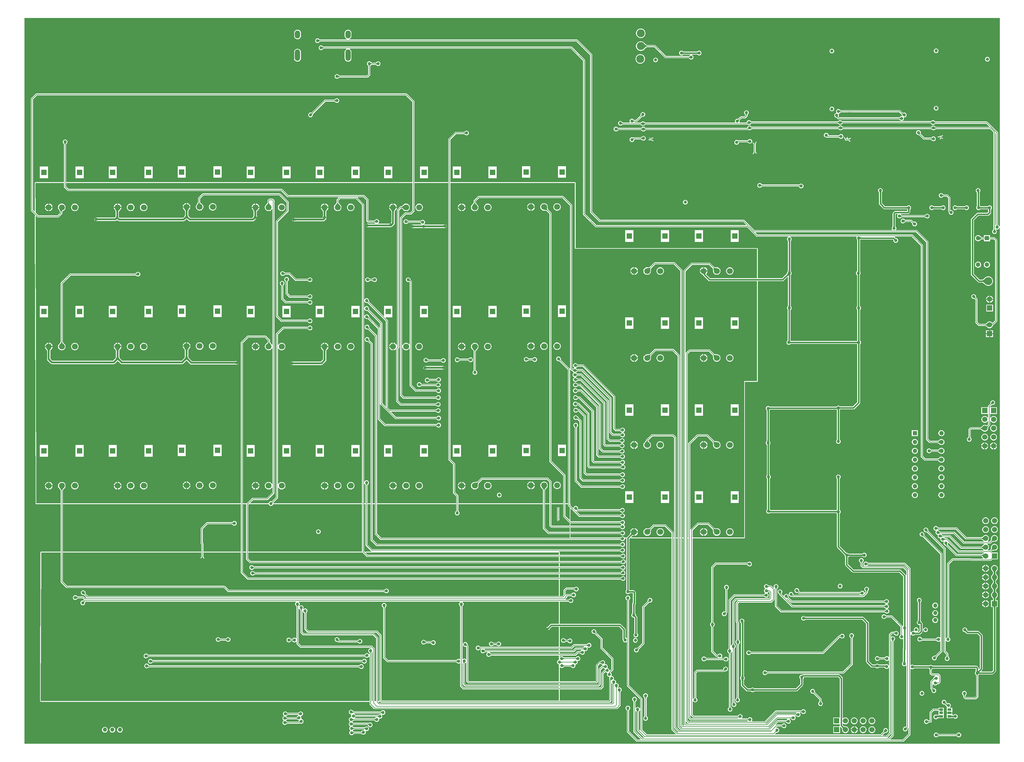
<source format=gbl>
G04*
G04 #@! TF.GenerationSoftware,Altium Limited,Altium Designer,20.1.12 (249)*
G04*
G04 Layer_Physical_Order=2*
G04 Layer_Color=16711680*
%FSLAX25Y25*%
%MOIN*%
G70*
G04*
G04 #@! TF.SameCoordinates,4A7F9F3E-6CFA-4FBA-8C7F-EFD49E1ADEB1*
G04*
G04*
G04 #@! TF.FilePolarity,Positive*
G04*
G01*
G75*
%ADD13C,0.01000*%
%ADD67C,0.00600*%
%ADD98C,0.01500*%
%ADD99C,0.02000*%
%ADD100R,0.05118X0.05118*%
%ADD101C,0.05118*%
%ADD102R,0.05118X0.05118*%
%ADD103C,0.06693*%
%ADD105C,0.05906*%
%ADD106R,0.05906X0.05906*%
%ADD107R,0.05906X0.05906*%
%ADD108C,0.04724*%
%ADD109C,0.09000*%
%ADD110O,0.05906X0.09055*%
%ADD111O,0.05906X0.12992*%
%ADD112C,0.03543*%
%ADD113C,0.02362*%
%ADD114C,0.23622*%
%ADD115C,0.01968*%
%ADD116R,0.04331X0.02559*%
%ADD117R,0.06000X0.06000*%
G36*
X1237293Y758664D02*
X1237880Y758279D01*
X1238053Y758185D01*
X1238214Y758108D01*
X1238364Y758049D01*
X1238503Y758006D01*
X1238630Y757980D01*
X1238746Y757972D01*
X1238834Y757372D01*
X1238699Y757362D01*
X1238563Y757332D01*
X1238425Y757282D01*
X1238286Y757212D01*
X1238147Y757122D01*
X1238006Y757012D01*
X1237863Y756882D01*
X1237720Y756732D01*
X1237575Y756562D01*
X1237430Y756372D01*
X1237075Y758827D01*
X1237293Y758664D01*
D02*
G37*
G36*
X1133062Y754554D02*
X1132761Y754209D01*
X1132638Y754045D01*
X1132535Y753888D01*
X1132450Y753737D01*
X1132385Y753591D01*
X1132338Y753452D01*
X1132309Y753318D01*
X1132300Y753191D01*
X1131700D01*
X1131691Y753318D01*
X1131662Y753452D01*
X1131615Y753591D01*
X1131550Y753737D01*
X1131465Y753888D01*
X1131361Y754045D01*
X1131239Y754209D01*
X1130939Y754554D01*
X1130760Y754735D01*
X1133240D01*
X1133062Y754554D01*
D02*
G37*
G36*
X1308438Y755222D02*
X1308557Y755147D01*
X1308688Y755090D01*
X1308831Y755050D01*
X1308985Y755027D01*
X1309151Y755023D01*
X1309329Y755035D01*
X1309518Y755065D01*
X1309720Y755113D01*
X1309933Y755178D01*
X1308811Y752966D01*
X1308718Y753253D01*
X1308239Y754466D01*
X1308172Y754585D01*
X1308108Y754679D01*
X1308048Y754749D01*
X1308331Y755315D01*
X1308438Y755222D01*
D02*
G37*
G36*
X1307420Y754120D02*
X1307421Y754119D01*
X1307441Y754084D01*
X1307886Y752955D01*
X1307928Y752825D01*
X1307930Y752811D01*
X1307942Y752783D01*
X1307970Y752695D01*
X1307971Y752694D01*
X1307971Y752692D01*
X1308003Y752636D01*
X1308019Y752597D01*
X1307668Y752139D01*
X1307500Y752161D01*
X1306811Y752070D01*
X1306170Y751804D01*
X1305619Y751381D01*
X1305592Y751347D01*
X1305453Y751209D01*
X1305153Y750948D01*
X1305038Y750862D01*
X1304930Y750791D01*
X1304838Y750740D01*
X1304767Y750707D01*
X1304719Y750691D01*
X1304709Y750689D01*
X1236992D01*
X1236297Y751385D01*
X1236294Y751396D01*
X1236291Y751425D01*
X1236292Y751476D01*
X1236302Y751551D01*
X1236325Y751651D01*
X1236366Y751774D01*
X1236435Y751942D01*
X1236450Y752022D01*
X1236570Y752311D01*
X1236660Y753000D01*
X1236570Y753689D01*
X1236319Y754295D01*
X1236313Y754348D01*
X1236551Y754830D01*
X1236689Y754848D01*
X1237330Y755114D01*
X1237881Y755537D01*
X1238067Y755778D01*
X1238130Y755834D01*
X1238262Y756006D01*
X1238376Y756140D01*
X1238481Y756250D01*
X1238576Y756337D01*
X1238658Y756401D01*
X1238726Y756444D01*
X1238776Y756470D01*
X1238809Y756482D01*
X1238814Y756483D01*
X1305058D01*
X1307420Y754120D01*
D02*
G37*
G36*
X1014982Y752228D02*
X1014728Y752226D01*
X1014271Y752196D01*
X1014069Y752166D01*
X1013885Y752128D01*
X1013718Y752081D01*
X1013569Y752025D01*
X1013437Y751960D01*
X1013323Y751885D01*
X1013226Y751802D01*
X1012802Y752226D01*
X1012885Y752323D01*
X1012959Y752437D01*
X1013025Y752569D01*
X1013081Y752718D01*
X1013128Y752885D01*
X1013167Y753069D01*
X1013196Y753271D01*
X1013227Y753728D01*
X1013228Y753982D01*
X1014982Y752228D01*
D02*
G37*
G36*
X1418500Y627457D02*
X1418000Y627357D01*
X1417804Y627830D01*
X1417381Y628381D01*
X1417347Y628408D01*
X1417209Y628547D01*
X1416948Y628847D01*
X1416862Y628962D01*
X1416790Y629070D01*
X1416740Y629162D01*
X1416707Y629233D01*
X1416691Y629281D01*
X1416689Y629291D01*
Y733197D01*
X1416599Y733652D01*
X1416341Y734038D01*
X1404749Y745630D01*
X1404363Y745888D01*
X1403908Y745978D01*
X1345769D01*
X1345760Y745980D01*
X1345712Y745997D01*
X1345640Y746029D01*
X1345549Y746080D01*
X1345441Y746151D01*
X1345326Y746237D01*
X1345026Y746498D01*
X1344886Y746636D01*
X1344860Y746670D01*
X1344309Y747093D01*
X1343667Y747359D01*
X1342979Y747450D01*
X1342290Y747359D01*
X1341648Y747093D01*
X1341564Y747029D01*
X1341536Y747018D01*
X1341536Y747018D01*
X1341536Y747018D01*
X1341310Y746873D01*
X1340913Y746638D01*
X1340586Y746471D01*
X1340468Y746419D01*
X1340369Y746383D01*
X1340300Y746362D01*
X1340291Y746361D01*
X1307694D01*
X1307661Y746861D01*
X1307820Y746881D01*
X1308189Y746930D01*
X1308830Y747196D01*
X1309381Y747619D01*
X1309804Y748170D01*
X1310070Y748811D01*
X1310161Y749500D01*
X1310070Y750189D01*
X1309981Y750403D01*
X1310332Y750862D01*
X1310500Y750840D01*
X1311189Y750930D01*
X1311830Y751196D01*
X1312381Y751619D01*
X1312804Y752170D01*
X1313070Y752811D01*
X1313161Y753500D01*
X1313070Y754189D01*
X1312804Y754830D01*
X1312381Y755381D01*
X1311830Y755804D01*
X1311189Y756070D01*
X1310500Y756160D01*
X1309811Y756070D01*
X1309705Y756026D01*
X1309674Y756023D01*
X1309488Y755966D01*
X1309347Y755932D01*
X1309228Y755913D01*
X1309132Y755907D01*
X1309062Y755909D01*
X1309014Y755916D01*
X1308986Y755923D01*
X1308975Y755929D01*
X1306391Y758512D01*
X1306005Y758770D01*
X1305550Y758861D01*
X1238731D01*
X1238721Y758863D01*
X1238658Y758882D01*
X1238568Y758918D01*
X1238454Y758972D01*
X1238334Y759038D01*
X1237799Y759388D01*
X1237602Y759535D01*
X1237529Y759570D01*
X1237330Y759722D01*
X1236689Y759988D01*
X1236000Y760079D01*
X1235311Y759988D01*
X1234670Y759722D01*
X1234119Y759299D01*
X1233696Y758748D01*
X1233430Y758107D01*
X1233340Y757418D01*
X1233430Y756730D01*
X1233681Y756123D01*
X1233687Y756070D01*
X1233449Y755588D01*
X1233311Y755570D01*
X1232670Y755304D01*
X1232119Y754881D01*
X1231696Y754330D01*
X1231430Y753689D01*
X1231339Y753000D01*
X1231430Y752311D01*
X1231696Y751670D01*
X1232119Y751119D01*
X1232670Y750696D01*
X1232897Y750602D01*
X1232962Y750557D01*
X1232966Y750556D01*
X1232969Y750554D01*
X1233255Y750432D01*
X1234139Y750032D01*
X1234395Y749899D01*
X1234454Y749865D01*
X1235659Y748659D01*
X1236045Y748401D01*
X1236500Y748311D01*
X1304709D01*
X1304719Y748309D01*
X1304767Y748293D01*
X1304838Y748260D01*
X1304930Y748209D01*
X1305038Y748138D01*
X1305153Y748052D01*
X1305453Y747791D01*
X1305592Y747653D01*
X1305619Y747619D01*
X1306170Y747196D01*
X1306811Y746930D01*
X1307180Y746881D01*
X1307339Y746861D01*
X1307306Y746361D01*
X1240716D01*
X1240705Y746363D01*
X1240644Y746382D01*
X1240555Y746418D01*
X1240443Y746472D01*
X1240326Y746537D01*
X1239799Y746889D01*
X1239605Y747037D01*
X1239529Y747074D01*
X1239309Y747243D01*
X1238667Y747509D01*
X1237979Y747599D01*
X1237290Y747509D01*
X1236648Y747243D01*
X1236098Y746820D01*
X1236067Y746780D01*
X1235742Y746459D01*
X1235617Y746352D01*
X1235498Y746260D01*
X1235394Y746189D01*
X1235306Y746139D01*
X1235238Y746108D01*
X1235191Y746092D01*
X1235183Y746090D01*
X1137739D01*
X1137730Y746092D01*
X1137679Y746109D01*
X1137605Y746142D01*
X1137510Y746194D01*
X1137398Y746266D01*
X1137278Y746353D01*
X1136969Y746613D01*
X1136856Y746720D01*
X1136837Y746745D01*
X1136285Y747168D01*
X1135644Y747434D01*
X1134955Y747524D01*
X1134267Y747434D01*
X1133625Y747168D01*
X1133074Y746745D01*
X1132651Y746194D01*
X1132385Y745552D01*
X1132295Y744864D01*
X1131801Y744805D01*
X1124376D01*
X1124106Y745305D01*
X1124289Y745747D01*
X1124379Y746435D01*
X1124374Y746478D01*
X1124375Y746674D01*
X1124402Y747071D01*
X1124423Y747214D01*
X1124449Y747340D01*
X1124477Y747441D01*
X1124505Y747514D01*
X1124528Y747560D01*
X1124533Y747568D01*
X1126276Y749311D01*
X1130000D01*
X1130455Y749402D01*
X1130841Y749659D01*
X1132841Y751659D01*
X1133099Y752045D01*
X1133189Y752500D01*
Y753209D01*
X1133191Y753219D01*
X1133207Y753267D01*
X1133240Y753338D01*
X1133290Y753430D01*
X1133362Y753538D01*
X1133448Y753653D01*
X1133709Y753953D01*
X1133847Y754092D01*
X1133881Y754119D01*
X1134304Y754670D01*
X1134570Y755311D01*
X1134661Y756000D01*
X1134570Y756689D01*
X1134304Y757330D01*
X1133881Y757881D01*
X1133330Y758304D01*
X1132689Y758570D01*
X1132000Y758661D01*
X1131311Y758570D01*
X1130670Y758304D01*
X1130119Y757881D01*
X1129696Y757330D01*
X1129430Y756689D01*
X1129340Y756000D01*
X1129430Y755311D01*
X1129696Y754670D01*
X1130119Y754119D01*
X1130153Y754092D01*
X1130291Y753953D01*
X1130552Y753653D01*
X1130638Y753538D01*
X1130709Y753430D01*
X1130760Y753338D01*
X1130793Y753267D01*
X1130809Y753219D01*
X1130811Y753209D01*
Y752992D01*
X1129508Y751689D01*
X1125784D01*
X1125329Y751599D01*
X1124943Y751341D01*
X1122851Y749249D01*
X1122843Y749244D01*
X1122797Y749221D01*
X1122724Y749194D01*
X1122624Y749165D01*
X1122497Y749139D01*
X1122355Y749119D01*
X1121958Y749092D01*
X1121762Y749090D01*
X1121719Y749096D01*
X1121030Y749005D01*
X1120389Y748739D01*
X1119838Y748317D01*
X1119415Y747766D01*
X1119149Y747124D01*
X1119058Y746435D01*
X1119149Y745747D01*
X1119332Y745305D01*
X1119062Y744805D01*
X1017769D01*
X1017760Y744807D01*
X1017712Y744823D01*
X1017640Y744855D01*
X1017549Y744906D01*
X1017441Y744978D01*
X1017326Y745064D01*
X1017026Y745325D01*
X1016887Y745463D01*
X1016860Y745497D01*
X1016309Y745920D01*
X1015667Y746186D01*
X1014979Y746277D01*
X1014290Y746186D01*
X1013649Y745920D01*
X1013097Y745497D01*
X1013071Y745463D01*
X1012932Y745325D01*
X1012632Y745064D01*
X1012517Y744978D01*
X1012408Y744906D01*
X1012317Y744855D01*
X1012246Y744823D01*
X1012197Y744807D01*
X1012188Y744805D01*
X1005983D01*
X1005742Y745305D01*
X1005746Y745311D01*
X1007500D01*
X1007955Y745401D01*
X1008341Y745659D01*
X1013867Y751186D01*
X1013875Y751191D01*
X1013921Y751214D01*
X1013995Y751241D01*
X1014095Y751270D01*
X1014222Y751296D01*
X1014364Y751317D01*
X1014761Y751344D01*
X1014957Y751345D01*
X1015000Y751339D01*
X1015689Y751430D01*
X1016330Y751696D01*
X1016881Y752119D01*
X1017304Y752670D01*
X1017570Y753311D01*
X1017661Y754000D01*
X1017570Y754689D01*
X1017304Y755330D01*
X1016881Y755881D01*
X1016330Y756304D01*
X1015689Y756570D01*
X1015000Y756661D01*
X1014311Y756570D01*
X1013670Y756304D01*
X1013119Y755881D01*
X1012696Y755330D01*
X1012430Y754689D01*
X1012339Y754000D01*
X1012345Y753957D01*
X1012344Y753761D01*
X1012317Y753364D01*
X1012296Y753222D01*
X1012270Y753095D01*
X1012241Y752994D01*
X1012214Y752921D01*
X1012191Y752875D01*
X1012186Y752868D01*
X1007008Y747689D01*
X1005291D01*
X1005281Y747691D01*
X1005233Y747707D01*
X1005161Y747740D01*
X1005070Y747790D01*
X1004962Y747862D01*
X1004847Y747948D01*
X1004547Y748209D01*
X1004408Y748347D01*
X1004381Y748381D01*
X1003830Y748804D01*
X1003189Y749070D01*
X1002500Y749160D01*
X1001811Y749070D01*
X1001170Y748804D01*
X1000619Y748381D01*
X1000196Y747830D01*
X999930Y747189D01*
X999839Y746500D01*
X999930Y745811D01*
X1000140Y745305D01*
X999907Y744805D01*
X992311D01*
X992311Y744805D01*
X992286Y744814D01*
X992246Y744835D01*
X992191Y744873D01*
X992122Y744932D01*
X992042Y745013D01*
X991952Y745119D01*
X991856Y745249D01*
X991808Y745322D01*
X991804Y745330D01*
X991789Y745350D01*
X991742Y745422D01*
X991706Y745458D01*
X991381Y745881D01*
X990830Y746304D01*
X990189Y746570D01*
X989500Y746661D01*
X988811Y746570D01*
X988170Y746304D01*
X987619Y745881D01*
X987196Y745330D01*
X986930Y744689D01*
X986839Y744000D01*
X986930Y743311D01*
X987196Y742670D01*
X987619Y742119D01*
X988170Y741696D01*
X988811Y741430D01*
X989500Y741339D01*
X990189Y741430D01*
X990830Y741696D01*
X990913Y741759D01*
X990940Y741770D01*
X990941Y741770D01*
X990941Y741770D01*
X991167Y741915D01*
X991565Y742149D01*
X991892Y742317D01*
X992010Y742368D01*
X992110Y742405D01*
X992178Y742425D01*
X992187Y742427D01*
X1012188D01*
X1012197Y742425D01*
X1012246Y742409D01*
X1012317Y742376D01*
X1012408Y742325D01*
X1012517Y742254D01*
X1012632Y742168D01*
X1012932Y741907D01*
X1013071Y741769D01*
X1013097Y741735D01*
X1013649Y741312D01*
X1014290Y741046D01*
X1014979Y740955D01*
X1015667Y741046D01*
X1016309Y741312D01*
X1016860Y741735D01*
X1016887Y741769D01*
X1017026Y741907D01*
X1017326Y742168D01*
X1017441Y742254D01*
X1017549Y742325D01*
X1017640Y742376D01*
X1017712Y742409D01*
X1017760Y742425D01*
X1017769Y742427D01*
X1132911D01*
X1133366Y742517D01*
X1133534Y742630D01*
X1133625Y742560D01*
X1134267Y742294D01*
X1134955Y742203D01*
X1135644Y742294D01*
X1136285Y742560D01*
X1136837Y742983D01*
X1136868Y743023D01*
X1137192Y743343D01*
X1137317Y743451D01*
X1137436Y743543D01*
X1137540Y743613D01*
X1137628Y743663D01*
X1137696Y743695D01*
X1137743Y743711D01*
X1137751Y743712D01*
X1235195D01*
X1235204Y743710D01*
X1235255Y743693D01*
X1235329Y743660D01*
X1235424Y743609D01*
X1235536Y743537D01*
X1235656Y743450D01*
X1235965Y743190D01*
X1236078Y743083D01*
X1236098Y743057D01*
X1236648Y742635D01*
X1237290Y742369D01*
X1237979Y742278D01*
X1238667Y742369D01*
X1239309Y742635D01*
X1239860Y743057D01*
X1240029Y743277D01*
X1240091Y743330D01*
X1240226Y743502D01*
X1240342Y743636D01*
X1240450Y743747D01*
X1240547Y743834D01*
X1240631Y743899D01*
X1240700Y743943D01*
X1240753Y743969D01*
X1240787Y743982D01*
X1240792Y743983D01*
X1340167D01*
X1340168Y743983D01*
X1340193Y743973D01*
X1340233Y743952D01*
X1340288Y743914D01*
X1340357Y743856D01*
X1340438Y743774D01*
X1340527Y743669D01*
X1340624Y743538D01*
X1340671Y743467D01*
X1340675Y743459D01*
X1340689Y743440D01*
X1340738Y743365D01*
X1340775Y743328D01*
X1341098Y742908D01*
X1341648Y742485D01*
X1342290Y742219D01*
X1342979Y742129D01*
X1343667Y742219D01*
X1344309Y742485D01*
X1344860Y742908D01*
X1344886Y742942D01*
X1345026Y743080D01*
X1345326Y743341D01*
X1345441Y743427D01*
X1345549Y743499D01*
X1345640Y743549D01*
X1345712Y743582D01*
X1345760Y743598D01*
X1345769Y743600D01*
X1403415D01*
X1406691Y740324D01*
X1406500Y739862D01*
X1346291D01*
X1346281Y739864D01*
X1346233Y739881D01*
X1346161Y739913D01*
X1346070Y739964D01*
X1345962Y740035D01*
X1345847Y740121D01*
X1345547Y740382D01*
X1345408Y740520D01*
X1345381Y740555D01*
X1344830Y740977D01*
X1344189Y741243D01*
X1343500Y741334D01*
X1342811Y741243D01*
X1342170Y740977D01*
X1341735Y740644D01*
X1341695Y740619D01*
X1341647Y740576D01*
X1341619Y740555D01*
X1341609Y740542D01*
X1341521Y740461D01*
X1341202Y740202D01*
X1341077Y740115D01*
X1340961Y740042D01*
X1340863Y739990D01*
X1340786Y739957D01*
X1340733Y739939D01*
X1340723Y739937D01*
X1241301D01*
X1241293Y739939D01*
X1241249Y739954D01*
X1241184Y739985D01*
X1241099Y740034D01*
X1240999Y740103D01*
X1240893Y740188D01*
X1240612Y740450D01*
X1240461Y740612D01*
X1240441Y740626D01*
X1240381Y740704D01*
X1239830Y741127D01*
X1239189Y741393D01*
X1238500Y741483D01*
X1237811Y741393D01*
X1237170Y741127D01*
X1236619Y740704D01*
X1236588Y740664D01*
X1236263Y740343D01*
X1236138Y740236D01*
X1236019Y740144D01*
X1235915Y740074D01*
X1235827Y740024D01*
X1235759Y739992D01*
X1235712Y739976D01*
X1235704Y739974D01*
X1138260D01*
X1138251Y739976D01*
X1138200Y739993D01*
X1138126Y740026D01*
X1138031Y740078D01*
X1137919Y740150D01*
X1137799Y740237D01*
X1137490Y740497D01*
X1137377Y740604D01*
X1137358Y740629D01*
X1136807Y741052D01*
X1136165Y741318D01*
X1135476Y741408D01*
X1134788Y741318D01*
X1134146Y741052D01*
X1133595Y740629D01*
X1133172Y740078D01*
X1132907Y739437D01*
X1132816Y738748D01*
X1132322Y738689D01*
X1018291D01*
X1018281Y738691D01*
X1018233Y738707D01*
X1018161Y738740D01*
X1018070Y738791D01*
X1017962Y738862D01*
X1017847Y738948D01*
X1017547Y739209D01*
X1017408Y739347D01*
X1017381Y739381D01*
X1016830Y739804D01*
X1016189Y740070D01*
X1015500Y740161D01*
X1014811Y740070D01*
X1014170Y739804D01*
X1013619Y739381D01*
X1013592Y739347D01*
X1013453Y739209D01*
X1013153Y738948D01*
X1013038Y738862D01*
X1012930Y738791D01*
X1012838Y738740D01*
X1012767Y738707D01*
X1012719Y738691D01*
X1012709Y738689D01*
X987291D01*
X987281Y738691D01*
X987233Y738707D01*
X987162Y738740D01*
X987070Y738791D01*
X986962Y738862D01*
X986847Y738948D01*
X986547Y739209D01*
X986408Y739347D01*
X986381Y739381D01*
X985830Y739804D01*
X985189Y740070D01*
X984500Y740161D01*
X983811Y740070D01*
X983170Y739804D01*
X982619Y739381D01*
X982196Y738830D01*
X981930Y738189D01*
X981839Y737500D01*
X981930Y736811D01*
X982196Y736170D01*
X982619Y735619D01*
X983170Y735196D01*
X983811Y734930D01*
X984500Y734839D01*
X985189Y734930D01*
X985830Y735196D01*
X986381Y735619D01*
X986408Y735653D01*
X986547Y735791D01*
X986847Y736052D01*
X986962Y736138D01*
X987070Y736209D01*
X987162Y736260D01*
X987233Y736293D01*
X987281Y736309D01*
X987291Y736311D01*
X1012709D01*
X1012719Y736309D01*
X1012767Y736293D01*
X1012838Y736260D01*
X1012930Y736209D01*
X1013038Y736138D01*
X1013153Y736052D01*
X1013453Y735791D01*
X1013592Y735653D01*
X1013619Y735619D01*
X1014170Y735196D01*
X1014811Y734930D01*
X1015500Y734839D01*
X1016189Y734930D01*
X1016830Y735196D01*
X1017381Y735619D01*
X1017408Y735653D01*
X1017547Y735791D01*
X1017847Y736052D01*
X1017962Y736138D01*
X1018070Y736209D01*
X1018161Y736260D01*
X1018233Y736293D01*
X1018281Y736309D01*
X1018291Y736311D01*
X1133432D01*
X1133887Y736402D01*
X1134055Y736514D01*
X1134146Y736444D01*
X1134788Y736178D01*
X1135476Y736087D01*
X1136165Y736178D01*
X1136807Y736444D01*
X1137358Y736867D01*
X1137389Y736907D01*
X1137713Y737227D01*
X1137838Y737335D01*
X1137957Y737427D01*
X1138062Y737497D01*
X1138149Y737547D01*
X1138218Y737579D01*
X1138264Y737595D01*
X1138273Y737596D01*
X1235716D01*
X1235725Y737594D01*
X1235776Y737577D01*
X1235851Y737544D01*
X1235945Y737493D01*
X1236057Y737421D01*
X1236177Y737334D01*
X1236486Y737074D01*
X1236599Y736967D01*
X1236619Y736941D01*
X1237170Y736519D01*
X1237811Y736253D01*
X1238500Y736162D01*
X1239189Y736253D01*
X1239830Y736519D01*
X1240265Y736852D01*
X1240305Y736876D01*
X1240353Y736920D01*
X1240381Y736941D01*
X1240391Y736954D01*
X1240479Y737035D01*
X1240798Y737294D01*
X1240923Y737381D01*
X1241039Y737454D01*
X1241137Y737506D01*
X1241214Y737539D01*
X1241267Y737557D01*
X1241277Y737559D01*
X1340699D01*
X1340707Y737557D01*
X1340751Y737542D01*
X1340816Y737511D01*
X1340901Y737462D01*
X1341001Y737393D01*
X1341107Y737308D01*
X1341388Y737045D01*
X1341539Y736884D01*
X1341559Y736869D01*
X1341619Y736792D01*
X1342170Y736369D01*
X1342811Y736103D01*
X1343500Y736013D01*
X1344189Y736103D01*
X1344830Y736369D01*
X1345381Y736792D01*
X1345408Y736826D01*
X1345547Y736964D01*
X1345847Y737225D01*
X1345962Y737312D01*
X1346070Y737383D01*
X1346161Y737434D01*
X1346233Y737466D01*
X1346281Y737482D01*
X1346291Y737484D01*
X1407834D01*
X1411239Y734079D01*
Y624277D01*
X1411237Y624267D01*
X1411220Y624215D01*
X1411186Y624138D01*
X1411134Y624040D01*
X1411062Y623924D01*
X1410974Y623801D01*
X1410715Y623482D01*
X1410633Y623392D01*
X1410619Y623381D01*
X1410596Y623352D01*
X1410557Y623309D01*
X1410534Y623271D01*
X1410196Y622830D01*
X1409930Y622189D01*
X1409840Y621500D01*
X1409930Y620811D01*
X1410196Y620170D01*
X1410619Y619619D01*
X1411170Y619196D01*
X1411811Y618930D01*
X1412500Y618840D01*
X1413189Y618930D01*
X1413830Y619196D01*
X1414381Y619619D01*
X1414804Y620170D01*
X1415070Y620811D01*
X1415160Y621500D01*
X1415070Y622189D01*
X1414804Y622830D01*
X1414381Y623381D01*
X1414335Y623417D01*
X1414006Y623788D01*
X1414321Y624133D01*
X1414811Y623930D01*
X1415500Y623840D01*
X1416189Y623930D01*
X1416830Y624196D01*
X1417381Y624619D01*
X1417804Y625170D01*
X1418000Y625643D01*
X1418500Y625543D01*
Y42000D01*
X315500D01*
Y863000D01*
X1418500D01*
Y627457D01*
D02*
G37*
G36*
X1235536Y752078D02*
X1235475Y751890D01*
X1235432Y751712D01*
X1235410Y751544D01*
X1235407Y751385D01*
X1235423Y751236D01*
X1235459Y751098D01*
X1235514Y750969D01*
X1235589Y750850D01*
X1235683Y750741D01*
X1235070Y750506D01*
X1235014Y750552D01*
X1234932Y750608D01*
X1234823Y750672D01*
X1234525Y750827D01*
X1233609Y751241D01*
X1233314Y751367D01*
X1235617Y752277D01*
X1235536Y752078D01*
D02*
G37*
G36*
X1306235Y748260D02*
X1306054Y748439D01*
X1305709Y748739D01*
X1305545Y748862D01*
X1305388Y748965D01*
X1305237Y749050D01*
X1305091Y749115D01*
X1304952Y749162D01*
X1304818Y749191D01*
X1304691Y749200D01*
Y749800D01*
X1304818Y749809D01*
X1304952Y749838D01*
X1305091Y749885D01*
X1305237Y749950D01*
X1305388Y750035D01*
X1305545Y750139D01*
X1305709Y750261D01*
X1306054Y750562D01*
X1306235Y750740D01*
Y748260D01*
D02*
G37*
G36*
X1123917Y748209D02*
X1123834Y748113D01*
X1123759Y747999D01*
X1123694Y747867D01*
X1123638Y747717D01*
X1123591Y747550D01*
X1123552Y747366D01*
X1123523Y747164D01*
X1123492Y746708D01*
X1123491Y746453D01*
X1121737Y748207D01*
X1121991Y748209D01*
X1122448Y748240D01*
X1122649Y748269D01*
X1122834Y748307D01*
X1123001Y748354D01*
X1123150Y748411D01*
X1123282Y748476D01*
X1123396Y748550D01*
X1123493Y748634D01*
X1123917Y748209D01*
D02*
G37*
G36*
X1003946Y747562D02*
X1004291Y747261D01*
X1004455Y747139D01*
X1004612Y747035D01*
X1004763Y746950D01*
X1004909Y746885D01*
X1005048Y746838D01*
X1005182Y746809D01*
X1005309Y746800D01*
Y746200D01*
X1005182Y746191D01*
X1005048Y746162D01*
X1004909Y746115D01*
X1004763Y746050D01*
X1004612Y745965D01*
X1004455Y745861D01*
X1004291Y745739D01*
X1003946Y745438D01*
X1003765Y745260D01*
Y747740D01*
X1003946Y747562D01*
D02*
G37*
G36*
X1239285Y746171D02*
X1239865Y745782D01*
X1240037Y745687D01*
X1240198Y745610D01*
X1240348Y745549D01*
X1240486Y745506D01*
X1240614Y745480D01*
X1240731Y745472D01*
X1240812Y744872D01*
X1240678Y744862D01*
X1240541Y744832D01*
X1240404Y744782D01*
X1240265Y744712D01*
X1240124Y744623D01*
X1239981Y744513D01*
X1239837Y744384D01*
X1239692Y744234D01*
X1239545Y744065D01*
X1239396Y743876D01*
X1239070Y746335D01*
X1239285Y746171D01*
D02*
G37*
G36*
X1341476Y743851D02*
X1341348Y744045D01*
X1341219Y744219D01*
X1341089Y744372D01*
X1340957Y744504D01*
X1340825Y744617D01*
X1340691Y744708D01*
X1340557Y744780D01*
X1340421Y744831D01*
X1340284Y744862D01*
X1340146Y744872D01*
X1340281Y745472D01*
X1340388Y745480D01*
X1340510Y745504D01*
X1340647Y745544D01*
X1340798Y745600D01*
X1340964Y745672D01*
X1341339Y745864D01*
X1341773Y746121D01*
X1342011Y746273D01*
X1341476Y743851D01*
D02*
G37*
G36*
X1236740Y743672D02*
X1236553Y743849D01*
X1236200Y744146D01*
X1236034Y744267D01*
X1235874Y744369D01*
X1235721Y744453D01*
X1235575Y744518D01*
X1235435Y744564D01*
X1235303Y744592D01*
X1235177Y744601D01*
X1235164Y745201D01*
X1235293Y745211D01*
X1235427Y745239D01*
X1235566Y745287D01*
X1235710Y745353D01*
X1235860Y745439D01*
X1236015Y745543D01*
X1236175Y745667D01*
X1236341Y745810D01*
X1236688Y746152D01*
X1236740Y743672D01*
D02*
G37*
G36*
X1136381Y745954D02*
X1136734Y745657D01*
X1136900Y745536D01*
X1137060Y745434D01*
X1137213Y745350D01*
X1137359Y745285D01*
X1137499Y745238D01*
X1137631Y745211D01*
X1137757Y745201D01*
X1137770Y744601D01*
X1137642Y744592D01*
X1137507Y744563D01*
X1137368Y744516D01*
X1137224Y744449D01*
X1137074Y744364D01*
X1136919Y744259D01*
X1136759Y744136D01*
X1136593Y743993D01*
X1136246Y743651D01*
X1136194Y746131D01*
X1136381Y745954D01*
D02*
G37*
G36*
X1344425Y745851D02*
X1344770Y745550D01*
X1344933Y745428D01*
X1345091Y745324D01*
X1345242Y745239D01*
X1345388Y745174D01*
X1345527Y745127D01*
X1345660Y745098D01*
X1345788Y745089D01*
Y744489D01*
X1345660Y744480D01*
X1345527Y744452D01*
X1345388Y744405D01*
X1345242Y744339D01*
X1345091Y744254D01*
X1344933Y744151D01*
X1344770Y744028D01*
X1344425Y743728D01*
X1344244Y743549D01*
Y746029D01*
X1344425Y745851D01*
D02*
G37*
G36*
X1133858Y743473D02*
X1133784Y743525D01*
X1133710Y743564D01*
X1133636Y743590D01*
X1133562Y743603D01*
X1133488Y743602D01*
X1133415Y743589D01*
X1133341Y743562D01*
X1133268Y743523D01*
X1133195Y743470D01*
X1133123Y743404D01*
X1132699Y743828D01*
X1132793Y743927D01*
X1132877Y744027D01*
X1132950Y744126D01*
X1133014Y744226D01*
X1133068Y744326D01*
X1133111Y744426D01*
X1133145Y744526D01*
X1133168Y744626D01*
X1133181Y744727D01*
X1133184Y744827D01*
X1133858Y743473D01*
D02*
G37*
G36*
X991132Y744742D02*
X991260Y744569D01*
X991390Y744416D01*
X991521Y744283D01*
X991654Y744171D01*
X991787Y744079D01*
X991922Y744008D01*
X992058Y743957D01*
X992195Y743926D01*
X992333Y743916D01*
X992197Y743316D01*
X992090Y743308D01*
X991968Y743284D01*
X991831Y743244D01*
X991680Y743188D01*
X991514Y743116D01*
X991139Y742923D01*
X990705Y742667D01*
X990466Y742515D01*
X991004Y744936D01*
X991132Y744742D01*
D02*
G37*
G36*
X1016425Y744677D02*
X1016770Y744377D01*
X1016933Y744254D01*
X1017091Y744151D01*
X1017242Y744066D01*
X1017388Y744000D01*
X1017527Y743954D01*
X1017660Y743925D01*
X1017788Y743916D01*
Y743316D01*
X1017660Y743306D01*
X1017527Y743278D01*
X1017388Y743231D01*
X1017242Y743165D01*
X1017091Y743081D01*
X1016933Y742978D01*
X1016770Y742855D01*
X1016425Y742554D01*
X1016244Y742376D01*
X1014979Y743616D01*
X1016244Y744856D01*
X1016425Y744677D01*
D02*
G37*
G36*
X1014979Y743616D02*
X1013714Y742376D01*
X1013532Y742554D01*
X1013188Y742855D01*
X1013024Y742978D01*
X1012867Y743081D01*
X1012716Y743165D01*
X1012570Y743231D01*
X1012431Y743278D01*
X1012297Y743306D01*
X1012170Y743316D01*
Y743916D01*
X1012297Y743925D01*
X1012431Y743954D01*
X1012570Y744000D01*
X1012716Y744066D01*
X1012867Y744151D01*
X1013024Y744254D01*
X1013188Y744377D01*
X1013532Y744677D01*
X1013714Y744856D01*
X1014979Y743616D01*
D02*
G37*
G36*
X1237261Y737556D02*
X1237075Y737733D01*
X1236722Y738030D01*
X1236555Y738151D01*
X1236395Y738253D01*
X1236242Y738337D01*
X1236096Y738402D01*
X1235957Y738448D01*
X1235824Y738476D01*
X1235698Y738485D01*
X1235685Y739085D01*
X1235814Y739095D01*
X1235948Y739123D01*
X1236087Y739171D01*
X1236232Y739237D01*
X1236381Y739323D01*
X1236536Y739428D01*
X1236697Y739551D01*
X1236862Y739694D01*
X1237209Y740036D01*
X1237261Y737556D01*
D02*
G37*
G36*
X1136902Y739838D02*
X1137255Y739541D01*
X1137421Y739420D01*
X1137581Y739318D01*
X1137734Y739234D01*
X1137880Y739169D01*
X1138020Y739123D01*
X1138153Y739095D01*
X1138279Y739085D01*
X1138291Y738485D01*
X1138163Y738476D01*
X1138029Y738447D01*
X1137889Y738400D01*
X1137745Y738333D01*
X1137595Y738248D01*
X1137440Y738143D01*
X1137280Y738020D01*
X1137114Y737877D01*
X1136767Y737535D01*
X1136715Y740015D01*
X1136902Y739838D01*
D02*
G37*
G36*
X1239987Y739826D02*
X1240315Y739519D01*
X1240472Y739394D01*
X1240625Y739288D01*
X1240773Y739202D01*
X1240917Y739134D01*
X1241056Y739086D01*
X1241190Y739058D01*
X1241320Y739048D01*
X1241294Y738448D01*
X1241170Y738439D01*
X1241038Y738411D01*
X1240898Y738365D01*
X1240751Y738301D01*
X1240597Y738219D01*
X1240435Y738118D01*
X1240265Y737998D01*
X1239904Y737705D01*
X1239712Y737530D01*
X1239816Y740008D01*
X1239987Y739826D01*
D02*
G37*
G36*
X1342183Y737488D02*
X1342013Y737670D01*
X1341685Y737977D01*
X1341528Y738102D01*
X1341375Y738208D01*
X1341227Y738294D01*
X1341083Y738362D01*
X1340944Y738410D01*
X1340810Y738438D01*
X1340680Y738448D01*
X1340705Y739048D01*
X1340830Y739057D01*
X1340962Y739085D01*
X1341102Y739131D01*
X1341249Y739195D01*
X1341403Y739277D01*
X1341565Y739378D01*
X1341735Y739498D01*
X1342096Y739791D01*
X1342288Y739966D01*
X1342183Y737488D01*
D02*
G37*
G36*
X1344946Y739735D02*
X1345291Y739434D01*
X1345455Y739312D01*
X1345612Y739208D01*
X1345763Y739124D01*
X1345909Y739058D01*
X1346048Y739011D01*
X1346182Y738983D01*
X1346309Y738973D01*
Y738373D01*
X1346182Y738364D01*
X1346048Y738336D01*
X1345909Y738289D01*
X1345763Y738223D01*
X1345612Y738138D01*
X1345455Y738035D01*
X1345291Y737913D01*
X1344946Y737612D01*
X1344765Y737433D01*
Y739913D01*
X1344946Y739735D01*
D02*
G37*
G36*
X1134379Y737357D02*
X1134305Y737409D01*
X1134231Y737448D01*
X1134157Y737474D01*
X1134083Y737487D01*
X1134009Y737487D01*
X1133936Y737473D01*
X1133863Y737446D01*
X1133790Y737407D01*
X1133717Y737354D01*
X1133644Y737288D01*
X1133220Y737712D01*
X1133314Y737811D01*
X1133398Y737911D01*
X1133472Y738010D01*
X1133535Y738110D01*
X1133589Y738210D01*
X1133632Y738310D01*
X1133666Y738410D01*
X1133689Y738510D01*
X1133702Y738611D01*
X1133705Y738711D01*
X1134379Y737357D01*
D02*
G37*
G36*
X1016947Y738561D02*
X1017291Y738261D01*
X1017455Y738138D01*
X1017612Y738035D01*
X1017763Y737950D01*
X1017909Y737885D01*
X1018048Y737838D01*
X1018182Y737809D01*
X1018309Y737800D01*
Y737200D01*
X1018182Y737191D01*
X1018048Y737162D01*
X1017909Y737115D01*
X1017763Y737050D01*
X1017612Y736965D01*
X1017455Y736862D01*
X1017291Y736739D01*
X1016947Y736439D01*
X1016765Y736260D01*
Y738740D01*
X1016947Y738561D01*
D02*
G37*
G36*
X1014235Y736260D02*
X1014054Y736439D01*
X1013709Y736739D01*
X1013545Y736862D01*
X1013388Y736965D01*
X1013237Y737050D01*
X1013091Y737115D01*
X1012952Y737162D01*
X1012818Y737191D01*
X1012691Y737200D01*
Y737800D01*
X1012818Y737809D01*
X1012952Y737838D01*
X1013091Y737885D01*
X1013237Y737950D01*
X1013388Y738035D01*
X1013545Y738138D01*
X1013709Y738261D01*
X1014054Y738561D01*
X1014235Y738740D01*
Y736260D01*
D02*
G37*
G36*
X985946Y738561D02*
X986291Y738261D01*
X986455Y738138D01*
X986612Y738035D01*
X986763Y737950D01*
X986909Y737885D01*
X987048Y737838D01*
X987182Y737809D01*
X987309Y737800D01*
Y737200D01*
X987182Y737191D01*
X987048Y737162D01*
X986909Y737115D01*
X986763Y737050D01*
X986612Y736965D01*
X986455Y736862D01*
X986291Y736739D01*
X985946Y736439D01*
X985765Y736260D01*
Y738740D01*
X985946Y738561D01*
D02*
G37*
G36*
X1414311Y732515D02*
Y629357D01*
X1414117Y629145D01*
X1414065Y629147D01*
X1413617Y629517D01*
Y732415D01*
X1414117Y732662D01*
X1414311Y732515D01*
D02*
G37*
G36*
X1415809Y629182D02*
X1415838Y629048D01*
X1415885Y628909D01*
X1415950Y628763D01*
X1416035Y628612D01*
X1416138Y628455D01*
X1416261Y628291D01*
X1416562Y627947D01*
X1416740Y627765D01*
X1414260D01*
X1414439Y627947D01*
X1414739Y628291D01*
X1414861Y628455D01*
X1414965Y628612D01*
X1415050Y628763D01*
X1415115Y628909D01*
X1415162Y629048D01*
X1415191Y629182D01*
X1415200Y629309D01*
X1415800D01*
X1415809Y629182D01*
D02*
G37*
G36*
X1412738Y624190D02*
X1412767Y624055D01*
X1412815Y623916D01*
X1412882Y623773D01*
X1412968Y623624D01*
X1413074Y623472D01*
X1413199Y623314D01*
X1413342Y623152D01*
X1413688Y622814D01*
X1411210Y622714D01*
X1411384Y622906D01*
X1411678Y623266D01*
X1411798Y623436D01*
X1411899Y623597D01*
X1411981Y623752D01*
X1412046Y623899D01*
X1412092Y624038D01*
X1412119Y624171D01*
X1412128Y624295D01*
X1412728Y624320D01*
X1412738Y624190D01*
D02*
G37*
%LPC*%
G36*
X1012500Y851239D02*
X1011099Y851055D01*
X1009794Y850514D01*
X1008673Y849654D01*
X1007813Y848533D01*
X1007272Y847228D01*
X1007088Y845827D01*
X1007272Y844426D01*
X1007813Y843121D01*
X1008673Y842000D01*
X1009794Y841140D01*
X1011099Y840599D01*
X1012500Y840414D01*
X1013901Y840599D01*
X1015206Y841140D01*
X1016327Y842000D01*
X1017187Y843121D01*
X1017728Y844426D01*
X1017912Y845827D01*
X1017728Y847228D01*
X1017187Y848533D01*
X1016327Y849654D01*
X1015206Y850514D01*
X1013901Y851055D01*
X1012500Y851239D01*
D02*
G37*
G36*
X624413Y849927D02*
X623416Y849795D01*
X622487Y849411D01*
X621690Y848798D01*
X621078Y848001D01*
X620693Y847072D01*
X620562Y846075D01*
Y842925D01*
X620693Y841928D01*
X621078Y840999D01*
X621690Y840201D01*
X622487Y839589D01*
X623416Y839205D01*
X624413Y839073D01*
X625410Y839205D01*
X626339Y839589D01*
X627137Y840201D01*
X627749Y840999D01*
X628134Y841928D01*
X628265Y842925D01*
Y846075D01*
X628134Y847072D01*
X627749Y848001D01*
X627137Y848798D01*
X626339Y849411D01*
X625410Y849795D01*
X624413Y849927D01*
D02*
G37*
G36*
X681500D02*
X680503Y849795D01*
X679574Y849411D01*
X678776Y848798D01*
X678164Y848001D01*
X677779Y847072D01*
X677648Y846075D01*
Y842925D01*
X677779Y841928D01*
X678164Y840999D01*
X678776Y840201D01*
X679574Y839589D01*
X680503Y839205D01*
X680622Y839189D01*
X680589Y838689D01*
X649791D01*
X649781Y838691D01*
X649733Y838707D01*
X649661Y838740D01*
X649570Y838791D01*
X649462Y838862D01*
X649347Y838948D01*
X649047Y839209D01*
X648908Y839347D01*
X648881Y839381D01*
X648330Y839804D01*
X647689Y840070D01*
X647000Y840160D01*
X646311Y840070D01*
X645670Y839804D01*
X645119Y839381D01*
X644696Y838830D01*
X644430Y838189D01*
X644340Y837500D01*
X644430Y836811D01*
X644696Y836170D01*
X645119Y835619D01*
X645670Y835196D01*
X646311Y834930D01*
X647000Y834840D01*
X647689Y834930D01*
X648330Y835196D01*
X648881Y835619D01*
X648908Y835653D01*
X649047Y835791D01*
X649347Y836052D01*
X649462Y836138D01*
X649570Y836209D01*
X649661Y836260D01*
X649733Y836293D01*
X649781Y836309D01*
X649791Y836311D01*
X940007D01*
X955311Y821008D01*
Y643500D01*
X955402Y643045D01*
X955659Y642659D01*
X965659Y632659D01*
X966045Y632402D01*
X966500Y632311D01*
X1128508D01*
X1131668Y629151D01*
X1131476Y628689D01*
X962492D01*
X949689Y641493D01*
Y815000D01*
X949599Y815455D01*
X949341Y815841D01*
X934841Y830341D01*
X934455Y830599D01*
X934000Y830689D01*
X653791Y830689D01*
X653781Y830691D01*
X653733Y830707D01*
X653661Y830740D01*
X653570Y830790D01*
X653462Y830862D01*
X653347Y830948D01*
X653047Y831209D01*
X652908Y831347D01*
X652881Y831381D01*
X652330Y831804D01*
X651689Y832070D01*
X651000Y832160D01*
X650311Y832070D01*
X649670Y831804D01*
X649119Y831381D01*
X648696Y830830D01*
X648430Y830189D01*
X648340Y829500D01*
X648430Y828811D01*
X648696Y828170D01*
X649119Y827619D01*
X649670Y827196D01*
X650311Y826930D01*
X651000Y826839D01*
X651689Y826930D01*
X652330Y827196D01*
X652881Y827619D01*
X652908Y827653D01*
X653047Y827791D01*
X653347Y828052D01*
X653462Y828138D01*
X653570Y828209D01*
X653661Y828260D01*
X653733Y828293D01*
X653781Y828309D01*
X653791Y828311D01*
X679269D01*
X679439Y827811D01*
X678776Y827302D01*
X678164Y826505D01*
X677779Y825576D01*
X677648Y824579D01*
Y817492D01*
X677779Y816495D01*
X678164Y815566D01*
X678776Y814769D01*
X679574Y814156D01*
X680503Y813772D01*
X681500Y813640D01*
X682497Y813772D01*
X683426Y814156D01*
X684224Y814769D01*
X684836Y815566D01*
X685221Y816495D01*
X685352Y817492D01*
Y824579D01*
X685221Y825576D01*
X684836Y826505D01*
X684224Y827302D01*
X683561Y827811D01*
X683731Y828311D01*
X933508Y828311D01*
X947311Y814507D01*
Y641000D01*
X947402Y640545D01*
X947659Y640159D01*
X961159Y626659D01*
X961545Y626402D01*
X962000Y626311D01*
X1132810D01*
X1143015Y616107D01*
X1143401Y615849D01*
X1143856Y615758D01*
X1178971D01*
X1179097Y615469D01*
X1179110Y615258D01*
X1178619Y614881D01*
X1178196Y614330D01*
X1177930Y613689D01*
X1177839Y613000D01*
X1177930Y612311D01*
X1178196Y611670D01*
X1178619Y611119D01*
X1178647Y611097D01*
X1178676Y611065D01*
X1178708Y611023D01*
X1178739Y610975D01*
X1178767Y610918D01*
X1178793Y610852D01*
X1178817Y610774D01*
X1178837Y610683D01*
X1178852Y610584D01*
Y576916D01*
X1178837Y576817D01*
X1178817Y576726D01*
X1178793Y576648D01*
X1178767Y576582D01*
X1178739Y576525D01*
X1178708Y576477D01*
X1178676Y576435D01*
X1178647Y576403D01*
X1178619Y576381D01*
X1178196Y575830D01*
X1177930Y575189D01*
X1177839Y574500D01*
X1177844Y574465D01*
X1177842Y574421D01*
X1177835Y574369D01*
X1177822Y574313D01*
X1177802Y574253D01*
X1177774Y574188D01*
X1177736Y574116D01*
X1177686Y574038D01*
X1177627Y573957D01*
X1172318Y568648D01*
X1144883D01*
Y602000D01*
X1144816Y602338D01*
X1144625Y602624D01*
X1144338Y602816D01*
X1144000Y602883D01*
X938883D01*
Y676500D01*
X938816Y676838D01*
X938624Y677124D01*
X938338Y677316D01*
X938000Y677383D01*
X797189D01*
Y725507D01*
X803493Y731811D01*
X812709D01*
X812719Y731809D01*
X812767Y731793D01*
X812838Y731760D01*
X812930Y731709D01*
X813038Y731638D01*
X813153Y731552D01*
X813453Y731291D01*
X813592Y731153D01*
X813619Y731119D01*
X814170Y730696D01*
X814811Y730430D01*
X815500Y730339D01*
X816189Y730430D01*
X816830Y730696D01*
X817381Y731119D01*
X817804Y731670D01*
X818070Y732311D01*
X818161Y733000D01*
X818070Y733689D01*
X817804Y734330D01*
X817381Y734881D01*
X816830Y735304D01*
X816189Y735570D01*
X815500Y735661D01*
X814811Y735570D01*
X814170Y735304D01*
X813619Y734881D01*
X813592Y734847D01*
X813453Y734709D01*
X813153Y734448D01*
X813038Y734362D01*
X812930Y734291D01*
X812838Y734240D01*
X812767Y734207D01*
X812719Y734191D01*
X812709Y734189D01*
X803000D01*
X802545Y734098D01*
X802159Y733841D01*
X795159Y726841D01*
X794902Y726455D01*
X794811Y726000D01*
Y677383D01*
X756689D01*
Y768500D01*
X756599Y768955D01*
X756341Y769341D01*
X748341Y777341D01*
X747955Y777598D01*
X747500Y777689D01*
X329000D01*
X328545Y777598D01*
X328159Y777341D01*
X323159Y772341D01*
X322902Y771955D01*
X322811Y771500D01*
Y645500D01*
X322902Y645045D01*
X323159Y644659D01*
X327519Y640299D01*
X327520Y640298D01*
X327554Y640117D01*
X327478Y639685D01*
X327477Y639684D01*
X327381Y639540D01*
X327287Y639398D01*
X327287Y639398D01*
X327287Y639397D01*
X327253Y639225D01*
X327220Y639060D01*
X327220Y639060D01*
X327220Y639059D01*
X328117Y313998D01*
X328151Y313830D01*
X328184Y313662D01*
X328185Y313661D01*
X328185Y313660D01*
X328280Y313518D01*
X328376Y313376D01*
X328377Y313375D01*
X328377Y313374D01*
X328520Y313279D01*
X328662Y313184D01*
X328663Y313184D01*
X328664Y313183D01*
X328833Y313150D01*
X329000Y313117D01*
X356575D01*
Y259383D01*
X334500D01*
X334331Y259349D01*
X334165Y259317D01*
X334163Y259316D01*
X334162Y259316D01*
X334019Y259220D01*
X333877Y259126D01*
X333877Y259125D01*
X333876Y259124D01*
X333780Y258981D01*
X333685Y258840D01*
X333685Y258839D01*
X333684Y258838D01*
X333651Y258671D01*
X333617Y258503D01*
X333118Y90857D01*
X333118Y90856D01*
X333118Y90855D01*
X333150Y90692D01*
X333184Y90519D01*
X333185Y90518D01*
X333185Y90517D01*
X333279Y90376D01*
X333375Y90232D01*
X333375Y90231D01*
X333376Y90231D01*
X333729Y89877D01*
X333729Y89876D01*
X333730Y89876D01*
X333873Y89780D01*
X334015Y89685D01*
X334016Y89684D01*
X334016Y89684D01*
X334188Y89650D01*
X334353Y89617D01*
X334353Y89617D01*
X334354Y89617D01*
X705811D01*
Y87000D01*
X705901Y86545D01*
X706159Y86159D01*
X710659Y81659D01*
X711045Y81401D01*
X711500Y81311D01*
X985500D01*
X985955Y81401D01*
X986341Y81659D01*
X989231Y84549D01*
X989488Y84935D01*
X989579Y85390D01*
Y100320D01*
X989581Y100329D01*
X989597Y100378D01*
X989629Y100449D01*
X989680Y100540D01*
X989752Y100648D01*
X989838Y100763D01*
X990099Y101063D01*
X990237Y101203D01*
X990271Y101229D01*
X990694Y101780D01*
X990960Y102422D01*
X991050Y103110D01*
X990960Y103799D01*
X990694Y104440D01*
X990271Y104991D01*
X989720Y105414D01*
X989078Y105680D01*
X988390Y105771D01*
X987701Y105680D01*
X987098Y105430D01*
X986940Y105486D01*
X986598Y105690D01*
X986598Y105825D01*
X986709Y105953D01*
X986847Y106092D01*
X986881Y106119D01*
X987304Y106670D01*
X987570Y107311D01*
X987661Y108000D01*
X987570Y108689D01*
X987304Y109330D01*
X986881Y109881D01*
X986330Y110304D01*
X985689Y110570D01*
X985000Y110661D01*
X984832Y110638D01*
X984481Y111097D01*
X984570Y111311D01*
X984661Y112000D01*
X984570Y112689D01*
X984304Y113330D01*
X983881Y113881D01*
X983330Y114304D01*
X982689Y114570D01*
X982206Y114634D01*
X982155Y114669D01*
X981923Y115042D01*
X981900Y115152D01*
X982070Y115561D01*
X982160Y116250D01*
X982070Y116939D01*
X981804Y117580D01*
X981381Y118131D01*
X980830Y118554D01*
X980189Y118820D01*
X979706Y118884D01*
X979655Y118919D01*
X979423Y119292D01*
X979400Y119402D01*
X979570Y119811D01*
X979661Y120500D01*
X979570Y121189D01*
X979304Y121830D01*
X979004Y122221D01*
X978993Y122246D01*
X978966Y122270D01*
X978947Y122296D01*
X978932Y122321D01*
X978906Y122348D01*
X978881Y122381D01*
X978866Y122393D01*
X978814Y122450D01*
X978725Y122559D01*
X978651Y122661D01*
X978591Y122755D01*
X978573Y122790D01*
X981341Y125557D01*
X981598Y125943D01*
X981689Y126398D01*
Y138000D01*
X981598Y138455D01*
X981341Y138841D01*
X969189Y150993D01*
Y160500D01*
X969098Y160955D01*
X968841Y161341D01*
X962314Y167868D01*
X962309Y167875D01*
X962286Y167921D01*
X962259Y167994D01*
X962230Y168095D01*
X962204Y168222D01*
X962183Y168364D01*
X962156Y168761D01*
X962155Y168957D01*
X962160Y169000D01*
X962070Y169689D01*
X961804Y170330D01*
X961381Y170881D01*
X960830Y171304D01*
X960189Y171570D01*
X959500Y171660D01*
X958811Y171570D01*
X958170Y171304D01*
X957619Y170881D01*
X957196Y170330D01*
X956930Y169689D01*
X956839Y169000D01*
X956930Y168311D01*
X957196Y167670D01*
X957619Y167119D01*
X958170Y166696D01*
X958811Y166430D01*
X959500Y166340D01*
X959543Y166345D01*
X959739Y166344D01*
X960136Y166317D01*
X960278Y166296D01*
X960405Y166270D01*
X960505Y166242D01*
X960579Y166214D01*
X960625Y166191D01*
X960633Y166186D01*
X966811Y160008D01*
Y150500D01*
X966901Y150045D01*
X967159Y149659D01*
X979311Y137507D01*
Y126891D01*
X977636Y125216D01*
X977108Y125395D01*
X977070Y125689D01*
X976804Y126330D01*
X976381Y126881D01*
X975830Y127304D01*
X975189Y127570D01*
X974994Y127595D01*
X974773Y128129D01*
X974804Y128170D01*
X975070Y128811D01*
X975161Y129500D01*
X975070Y130189D01*
X974804Y130830D01*
X974381Y131381D01*
X973830Y131804D01*
X973189Y132070D01*
X972500Y132160D01*
X971992Y132094D01*
X971707Y132543D01*
X971804Y132670D01*
X972070Y133311D01*
X972161Y134000D01*
X972070Y134689D01*
X971804Y135330D01*
X971381Y135881D01*
X970830Y136304D01*
X970189Y136570D01*
X969500Y136661D01*
X968811Y136570D01*
X968170Y136304D01*
X967619Y135881D01*
X967592Y135847D01*
X967453Y135709D01*
X967153Y135448D01*
X967038Y135362D01*
X966930Y135291D01*
X966838Y135240D01*
X966767Y135207D01*
X966719Y135191D01*
X966709Y135189D01*
X966000D01*
X965545Y135099D01*
X965159Y134841D01*
X962159Y131841D01*
X961901Y131455D01*
X961811Y131000D01*
Y112993D01*
X961508Y112689D01*
X920883D01*
Y128402D01*
X921383Y128548D01*
X921842Y128196D01*
X922484Y127930D01*
X923172Y127840D01*
X923861Y127930D01*
X924503Y128196D01*
X925054Y128619D01*
X925080Y128653D01*
X925220Y128791D01*
X925519Y129052D01*
X925634Y129138D01*
X925743Y129209D01*
X925834Y129260D01*
X925905Y129293D01*
X925954Y129309D01*
X925963Y129311D01*
X933209D01*
X933219Y129309D01*
X933267Y129293D01*
X933339Y129260D01*
X933430Y129209D01*
X933538Y129138D01*
X933653Y129052D01*
X933953Y128791D01*
X934092Y128653D01*
X934119Y128619D01*
X934670Y128196D01*
X935311Y127930D01*
X936000Y127840D01*
X936689Y127930D01*
X937330Y128196D01*
X937881Y128619D01*
X938304Y129170D01*
X938570Y129811D01*
X938661Y130500D01*
X938570Y131189D01*
X938499Y131361D01*
X938499Y131362D01*
X938824Y131882D01*
X939189Y131930D01*
X939830Y132196D01*
X940381Y132619D01*
X940804Y133170D01*
X941070Y133811D01*
X941160Y134500D01*
X941070Y135189D01*
X940981Y135404D01*
X941332Y135862D01*
X941500Y135839D01*
X942189Y135930D01*
X942830Y136196D01*
X943381Y136619D01*
X943804Y137170D01*
X944070Y137811D01*
X944160Y138500D01*
X944070Y139189D01*
X943804Y139830D01*
X943381Y140381D01*
X942830Y140804D01*
X942189Y141070D01*
X941500Y141161D01*
X940811Y141070D01*
X940170Y140804D01*
X939619Y140381D01*
X939592Y140347D01*
X939453Y140209D01*
X939153Y139948D01*
X939038Y139862D01*
X938930Y139790D01*
X938838Y139740D01*
X938767Y139707D01*
X938719Y139691D01*
X938709Y139689D01*
X925791D01*
X925781Y139691D01*
X925733Y139707D01*
X925661Y139740D01*
X925570Y139790D01*
X925462Y139862D01*
X925347Y139948D01*
X925047Y140209D01*
X924908Y140347D01*
X924881Y140381D01*
X924330Y140804D01*
X923689Y141070D01*
X923000Y141161D01*
X922311Y141070D01*
X921670Y140804D01*
X921383Y140584D01*
X920883Y140831D01*
Y141811D01*
X938500D01*
X938955Y141902D01*
X939341Y142159D01*
X941492Y144311D01*
X943709D01*
X943719Y144309D01*
X943767Y144293D01*
X943839Y144260D01*
X943930Y144210D01*
X944038Y144138D01*
X944153Y144052D01*
X944453Y143791D01*
X944592Y143653D01*
X944619Y143619D01*
X945170Y143196D01*
X945811Y142930D01*
X946500Y142840D01*
X947189Y142930D01*
X947830Y143196D01*
X948381Y143619D01*
X948804Y144170D01*
X949070Y144811D01*
X949160Y145500D01*
X949070Y146189D01*
X948911Y146573D01*
X949010Y146751D01*
X949276Y146997D01*
X949844Y146923D01*
X950532Y147013D01*
X951174Y147279D01*
X951725Y147702D01*
X952148Y148253D01*
X952414Y148895D01*
X952504Y149583D01*
X952414Y150272D01*
X952148Y150913D01*
X952050Y151042D01*
X952406Y151398D01*
X952670Y151196D01*
X953311Y150930D01*
X954000Y150839D01*
X954689Y150930D01*
X955330Y151196D01*
X955881Y151619D01*
X956304Y152170D01*
X956570Y152811D01*
X956660Y153500D01*
X956570Y154189D01*
X956304Y154830D01*
X955881Y155381D01*
X955330Y155804D01*
X954689Y156070D01*
X954000Y156160D01*
X953311Y156070D01*
X952670Y155804D01*
X952119Y155381D01*
X952092Y155347D01*
X951953Y155209D01*
X951653Y154948D01*
X951538Y154862D01*
X951430Y154790D01*
X951338Y154740D01*
X951267Y154707D01*
X951219Y154691D01*
X951209Y154689D01*
X937000D01*
X936545Y154598D01*
X936159Y154341D01*
X933508Y151689D01*
X921383D01*
X920883Y151689D01*
Y174352D01*
X988317D01*
X991852Y170817D01*
Y161000D01*
X991978Y160369D01*
X992335Y159835D01*
X992378Y159792D01*
X992340Y159500D01*
X992430Y158811D01*
X992696Y158170D01*
X993119Y157619D01*
X993670Y157196D01*
X994311Y156930D01*
X995000Y156840D01*
X995689Y156930D01*
X996290Y157179D01*
X996654Y157050D01*
X996790Y156983D01*
Y108021D01*
X996880Y107566D01*
X997138Y107181D01*
X1011811Y92507D01*
Y82413D01*
X1011311Y82314D01*
X1011304Y82330D01*
X1010881Y82881D01*
X1010330Y83304D01*
X1009689Y83570D01*
X1009000Y83661D01*
X1008311Y83570D01*
X1007670Y83304D01*
X1007189Y82935D01*
X1006918Y83003D01*
X1006689Y83143D01*
Y89709D01*
X1006691Y89719D01*
X1006707Y89767D01*
X1006740Y89838D01*
X1006791Y89929D01*
X1006862Y90038D01*
X1006948Y90153D01*
X1007209Y90453D01*
X1007347Y90592D01*
X1007381Y90619D01*
X1007804Y91170D01*
X1008070Y91811D01*
X1008160Y92500D01*
X1008070Y93189D01*
X1007804Y93830D01*
X1007381Y94381D01*
X1006830Y94804D01*
X1006189Y95070D01*
X1005500Y95161D01*
X1004811Y95070D01*
X1004170Y94804D01*
X1003619Y94381D01*
X1003196Y93830D01*
X1002930Y93189D01*
X1002839Y92500D01*
X1002930Y91811D01*
X1003196Y91170D01*
X1003619Y90619D01*
X1003653Y90592D01*
X1003791Y90453D01*
X1004052Y90153D01*
X1004138Y90038D01*
X1004210Y89929D01*
X1004260Y89838D01*
X1004293Y89767D01*
X1004309Y89719D01*
X1004311Y89709D01*
Y56000D01*
X1004401Y55545D01*
X1004659Y55159D01*
X1012668Y47151D01*
X1012476Y46689D01*
X1008992D01*
X999168Y56514D01*
Y79825D01*
X999170Y79835D01*
X999186Y79883D01*
X999218Y79954D01*
X999269Y80045D01*
X999341Y80154D01*
X999427Y80269D01*
X999688Y80569D01*
X999826Y80708D01*
X999860Y80735D01*
X1000283Y81286D01*
X1000549Y81927D01*
X1000639Y82616D01*
X1000549Y83305D01*
X1000283Y83946D01*
X999860Y84497D01*
X999309Y84920D01*
X998667Y85186D01*
X997979Y85277D01*
X997290Y85186D01*
X996649Y84920D01*
X996097Y84497D01*
X995675Y83946D01*
X995409Y83305D01*
X995318Y82616D01*
X995409Y81927D01*
X995675Y81286D01*
X996097Y80735D01*
X996132Y80708D01*
X996269Y80569D01*
X996531Y80269D01*
X996617Y80154D01*
X996688Y80045D01*
X996739Y79954D01*
X996772Y79883D01*
X996788Y79835D01*
X996790Y79825D01*
Y56021D01*
X996880Y55566D01*
X997138Y55181D01*
X1007659Y44659D01*
X1008045Y44401D01*
X1008500Y44311D01*
X1309000D01*
X1309455Y44401D01*
X1309841Y44659D01*
X1317341Y52159D01*
X1317599Y52545D01*
X1317689Y53000D01*
Y126499D01*
X1318137Y126721D01*
X1318170Y126696D01*
X1318811Y126430D01*
X1319500Y126339D01*
X1320189Y126430D01*
X1320830Y126696D01*
X1321381Y127119D01*
X1321403Y127147D01*
X1321435Y127176D01*
X1321477Y127208D01*
X1321525Y127239D01*
X1321582Y127267D01*
X1321648Y127293D01*
X1321726Y127317D01*
X1321817Y127337D01*
X1321916Y127352D01*
X1337957D01*
X1337958Y127352D01*
X1338049Y127336D01*
X1338122Y127317D01*
X1338179Y127296D01*
X1338223Y127275D01*
X1338256Y127255D01*
X1338281Y127234D01*
X1338303Y127213D01*
X1338354Y127147D01*
X1338410Y127100D01*
X1338619Y126827D01*
X1338653Y126801D01*
X1338791Y126661D01*
X1339052Y126361D01*
X1339139Y126246D01*
X1339210Y126138D01*
X1339261Y126047D01*
X1339293Y125976D01*
X1339309Y125927D01*
X1339311Y125918D01*
Y121708D01*
X1339402Y121253D01*
X1339660Y120868D01*
X1341160Y119368D01*
X1341545Y119110D01*
X1342000Y119019D01*
X1345087D01*
X1345187Y118519D01*
X1345170Y118512D01*
X1344619Y118090D01*
X1344276Y117643D01*
X1344253Y117620D01*
X1344246Y117604D01*
X1344233Y117587D01*
X1344228Y117581D01*
X1344225Y117576D01*
X1344196Y117539D01*
X1344183Y117507D01*
X1344084Y117344D01*
X1343522Y116462D01*
X1343394Y116284D01*
X1343390Y116279D01*
X1340660Y113549D01*
X1340402Y113163D01*
X1340311Y112708D01*
Y104708D01*
X1340402Y104253D01*
X1340660Y103868D01*
X1341186Y103341D01*
X1341191Y103333D01*
X1341214Y103287D01*
X1341242Y103214D01*
X1341270Y103113D01*
X1341296Y102986D01*
X1341317Y102844D01*
X1341344Y102447D01*
X1341345Y102251D01*
X1341340Y102208D01*
X1341430Y101520D01*
X1341696Y100878D01*
X1342119Y100327D01*
X1342670Y99904D01*
X1343312Y99638D01*
X1344000Y99548D01*
X1344689Y99638D01*
X1345331Y99904D01*
X1345882Y100327D01*
X1346304Y100878D01*
X1346570Y101520D01*
X1346661Y102208D01*
X1346570Y102897D01*
X1346304Y103539D01*
X1345882Y104090D01*
X1345331Y104512D01*
X1344689Y104778D01*
X1344000Y104869D01*
X1343957Y104863D01*
X1343761Y104865D01*
X1343365Y104892D01*
X1343222Y104912D01*
X1343095Y104938D01*
X1342995Y104967D01*
X1342922Y104994D01*
X1342876Y105017D01*
X1342868Y105022D01*
X1342689Y105201D01*
Y109295D01*
X1343189Y109395D01*
X1343196Y109378D01*
X1343619Y108827D01*
X1344170Y108404D01*
X1344812Y108138D01*
X1345500Y108048D01*
X1346189Y108138D01*
X1346831Y108404D01*
X1347382Y108827D01*
X1347408Y108861D01*
X1347548Y108999D01*
X1347847Y109260D01*
X1347962Y109347D01*
X1348071Y109418D01*
X1348162Y109469D01*
X1348233Y109501D01*
X1348282Y109517D01*
X1348291Y109519D01*
X1349000D01*
X1349455Y109610D01*
X1349841Y109868D01*
X1351341Y111368D01*
X1351599Y111753D01*
X1351689Y112208D01*
Y118708D01*
X1351599Y119163D01*
X1351341Y119549D01*
X1349841Y121049D01*
X1349455Y121307D01*
X1349000Y121397D01*
X1342493D01*
X1341689Y122201D01*
Y125918D01*
X1341691Y125927D01*
X1341708Y125976D01*
X1341740Y126047D01*
X1341791Y126138D01*
X1341862Y126246D01*
X1341948Y126361D01*
X1342210Y126661D01*
X1342347Y126801D01*
X1342382Y126827D01*
X1342403Y126855D01*
X1342435Y126885D01*
X1342477Y126917D01*
X1342526Y126947D01*
X1342582Y126975D01*
X1342649Y127002D01*
X1342727Y127025D01*
X1342817Y127046D01*
X1342916Y127060D01*
X1391318D01*
X1391352Y127026D01*
Y124624D01*
X1391338Y124525D01*
X1391317Y124435D01*
X1391294Y124357D01*
X1391267Y124290D01*
X1391239Y124234D01*
X1391209Y124185D01*
X1391177Y124143D01*
X1391147Y124111D01*
X1391119Y124090D01*
X1390696Y123539D01*
X1390430Y122897D01*
X1390340Y122208D01*
X1390430Y121520D01*
X1390696Y120878D01*
X1391119Y120327D01*
X1391153Y120301D01*
X1391291Y120161D01*
X1391553Y119861D01*
X1391639Y119746D01*
X1391710Y119638D01*
X1391761Y119547D01*
X1391793Y119476D01*
X1391809Y119427D01*
X1391811Y119418D01*
Y96201D01*
X1390508Y94897D01*
X1380493D01*
X1379689Y95701D01*
Y96418D01*
X1379691Y96427D01*
X1379708Y96476D01*
X1379740Y96547D01*
X1379791Y96638D01*
X1379862Y96746D01*
X1379948Y96861D01*
X1380210Y97161D01*
X1380347Y97301D01*
X1380382Y97327D01*
X1380804Y97878D01*
X1381070Y98520D01*
X1381161Y99208D01*
X1381070Y99897D01*
X1380804Y100539D01*
X1380382Y101090D01*
X1379831Y101512D01*
X1379189Y101778D01*
X1378500Y101869D01*
X1377812Y101778D01*
X1377170Y101512D01*
X1376619Y101090D01*
X1376196Y100539D01*
X1375930Y99897D01*
X1375840Y99208D01*
X1375930Y98520D01*
X1376196Y97878D01*
X1376619Y97327D01*
X1376653Y97301D01*
X1376791Y97161D01*
X1377052Y96861D01*
X1377139Y96746D01*
X1377210Y96638D01*
X1377261Y96547D01*
X1377293Y96476D01*
X1377309Y96427D01*
X1377311Y96418D01*
Y95208D01*
X1377402Y94753D01*
X1377660Y94368D01*
X1379160Y92868D01*
X1379545Y92610D01*
X1380000Y92519D01*
X1391000D01*
X1391455Y92610D01*
X1391841Y92868D01*
X1393841Y94868D01*
X1394099Y95253D01*
X1394189Y95708D01*
Y119418D01*
X1394191Y119427D01*
X1394208Y119476D01*
X1394240Y119547D01*
X1394291Y119638D01*
X1394362Y119746D01*
X1394448Y119861D01*
X1394710Y120161D01*
X1394847Y120301D01*
X1394882Y120327D01*
X1394903Y120355D01*
X1394935Y120385D01*
X1394977Y120417D01*
X1395026Y120447D01*
X1395082Y120475D01*
X1395149Y120502D01*
X1395227Y120525D01*
X1395317Y120546D01*
X1395416Y120561D01*
X1410208D01*
X1410839Y120686D01*
X1411374Y121043D01*
X1413665Y123335D01*
X1414022Y123869D01*
X1414148Y124500D01*
Y196387D01*
X1414157Y196488D01*
X1414182Y196636D01*
X1414194Y196681D01*
X1416319D01*
Y204319D01*
X1414192D01*
X1414182Y204356D01*
X1414157Y204507D01*
X1414148Y204610D01*
Y206058D01*
X1414168Y206183D01*
X1414211Y206349D01*
X1414276Y206523D01*
X1414363Y206707D01*
X1414474Y206901D01*
X1414611Y207104D01*
X1414775Y207316D01*
X1414966Y207535D01*
X1415133Y207707D01*
X1415224Y207776D01*
X1415836Y208574D01*
X1416221Y209503D01*
X1416352Y210500D01*
X1416221Y211497D01*
X1415836Y212426D01*
X1415224Y213224D01*
X1415133Y213293D01*
X1414966Y213465D01*
X1414775Y213684D01*
X1414611Y213896D01*
X1414474Y214099D01*
X1414363Y214293D01*
X1414276Y214477D01*
X1414211Y214651D01*
X1414168Y214817D01*
X1414148Y214942D01*
Y216058D01*
X1414168Y216183D01*
X1414211Y216349D01*
X1414276Y216523D01*
X1414363Y216707D01*
X1414474Y216901D01*
X1414611Y217105D01*
X1414775Y217316D01*
X1414966Y217535D01*
X1415133Y217707D01*
X1415224Y217776D01*
X1415836Y218574D01*
X1416221Y219503D01*
X1416352Y220500D01*
X1416221Y221497D01*
X1415836Y222426D01*
X1415224Y223224D01*
X1415133Y223293D01*
X1414966Y223465D01*
X1414775Y223684D01*
X1414611Y223896D01*
X1414474Y224098D01*
X1414363Y224293D01*
X1414276Y224477D01*
X1414211Y224651D01*
X1414168Y224817D01*
X1414148Y224942D01*
Y226058D01*
X1414168Y226183D01*
X1414211Y226349D01*
X1414276Y226523D01*
X1414363Y226707D01*
X1414474Y226901D01*
X1414611Y227104D01*
X1414775Y227316D01*
X1414966Y227535D01*
X1415133Y227707D01*
X1415224Y227776D01*
X1415836Y228574D01*
X1416221Y229503D01*
X1416352Y230500D01*
X1416221Y231497D01*
X1415836Y232426D01*
X1415224Y233224D01*
X1415133Y233293D01*
X1414966Y233465D01*
X1414775Y233684D01*
X1414611Y233895D01*
X1414474Y234099D01*
X1414363Y234293D01*
X1414276Y234477D01*
X1414211Y234651D01*
X1414168Y234817D01*
X1414148Y234942D01*
Y236058D01*
X1414168Y236183D01*
X1414211Y236349D01*
X1414276Y236523D01*
X1414363Y236707D01*
X1414474Y236901D01*
X1414611Y237105D01*
X1414775Y237316D01*
X1414966Y237535D01*
X1415133Y237707D01*
X1415224Y237776D01*
X1415836Y238574D01*
X1416221Y239503D01*
X1416352Y240500D01*
X1416221Y241497D01*
X1415836Y242426D01*
X1415224Y243224D01*
X1414426Y243836D01*
X1413497Y244221D01*
X1412500Y244352D01*
X1411503Y244221D01*
X1410574Y243836D01*
X1409776Y243224D01*
X1409164Y242426D01*
X1408779Y241497D01*
X1408648Y240500D01*
X1408779Y239503D01*
X1409164Y238574D01*
X1409776Y237776D01*
X1409867Y237707D01*
X1410034Y237535D01*
X1410225Y237316D01*
X1410389Y237105D01*
X1410526Y236901D01*
X1410637Y236707D01*
X1410724Y236523D01*
X1410789Y236349D01*
X1410832Y236183D01*
X1410852Y236058D01*
Y234942D01*
X1410832Y234817D01*
X1410789Y234651D01*
X1410724Y234477D01*
X1410637Y234293D01*
X1410526Y234099D01*
X1410389Y233895D01*
X1410225Y233684D01*
X1410034Y233465D01*
X1409867Y233293D01*
X1409776Y233224D01*
X1409164Y232426D01*
X1408779Y231497D01*
X1408648Y230500D01*
X1408779Y229503D01*
X1409164Y228574D01*
X1409776Y227776D01*
X1409867Y227707D01*
X1410034Y227535D01*
X1410225Y227316D01*
X1410389Y227104D01*
X1410526Y226902D01*
X1410637Y226707D01*
X1410724Y226523D01*
X1410789Y226349D01*
X1410832Y226183D01*
X1410852Y226058D01*
Y224942D01*
X1410832Y224817D01*
X1410789Y224651D01*
X1410724Y224477D01*
X1410637Y224293D01*
X1410526Y224099D01*
X1410389Y223896D01*
X1410225Y223684D01*
X1410034Y223465D01*
X1409867Y223293D01*
X1409776Y223224D01*
X1409164Y222426D01*
X1408779Y221497D01*
X1408648Y220500D01*
X1408779Y219503D01*
X1409164Y218574D01*
X1409776Y217776D01*
X1409867Y217707D01*
X1410034Y217535D01*
X1410225Y217316D01*
X1410389Y217105D01*
X1410526Y216901D01*
X1410637Y216707D01*
X1410724Y216523D01*
X1410789Y216349D01*
X1410832Y216183D01*
X1410852Y216058D01*
Y214942D01*
X1410832Y214817D01*
X1410789Y214651D01*
X1410724Y214477D01*
X1410637Y214293D01*
X1410526Y214099D01*
X1410389Y213896D01*
X1410225Y213684D01*
X1410034Y213465D01*
X1409867Y213293D01*
X1409776Y213224D01*
X1409164Y212426D01*
X1408779Y211497D01*
X1408648Y210500D01*
X1408779Y209503D01*
X1409164Y208574D01*
X1409776Y207776D01*
X1409867Y207707D01*
X1410034Y207535D01*
X1410225Y207316D01*
X1410389Y207104D01*
X1410526Y206902D01*
X1410637Y206707D01*
X1410724Y206523D01*
X1410789Y206349D01*
X1410832Y206183D01*
X1410852Y206058D01*
Y204610D01*
X1410843Y204507D01*
X1410818Y204356D01*
X1410808Y204319D01*
X1408681D01*
Y196681D01*
X1410806D01*
X1410818Y196636D01*
X1410843Y196488D01*
X1410852Y196387D01*
Y125182D01*
X1409526Y123856D01*
X1397632D01*
X1397440Y124318D01*
X1398665Y125543D01*
X1399022Y126077D01*
X1399148Y126708D01*
Y164500D01*
X1399022Y165131D01*
X1398665Y165665D01*
X1395111Y169220D01*
X1394576Y169577D01*
X1393946Y169702D01*
X1382628D01*
X1381873Y170457D01*
X1381814Y170537D01*
X1381764Y170616D01*
X1381726Y170688D01*
X1381698Y170753D01*
X1381678Y170813D01*
X1381665Y170869D01*
X1381658Y170921D01*
X1381656Y170965D01*
X1381660Y171000D01*
X1381570Y171689D01*
X1381304Y172330D01*
X1380881Y172881D01*
X1380330Y173304D01*
X1379689Y173570D01*
X1379000Y173661D01*
X1378311Y173570D01*
X1377670Y173304D01*
X1377119Y172881D01*
X1376696Y172330D01*
X1376430Y171689D01*
X1376340Y171000D01*
X1376430Y170311D01*
X1376696Y169670D01*
X1377119Y169119D01*
X1377670Y168696D01*
X1378311Y168430D01*
X1379000Y168340D01*
X1379035Y168344D01*
X1379079Y168342D01*
X1379131Y168335D01*
X1379187Y168322D01*
X1379247Y168303D01*
X1379312Y168274D01*
X1379384Y168236D01*
X1379463Y168186D01*
X1379543Y168127D01*
X1380780Y166889D01*
X1381315Y166532D01*
X1381946Y166407D01*
X1393263D01*
X1395852Y163818D01*
Y127391D01*
X1395110Y126648D01*
X1394648Y126840D01*
Y127708D01*
X1394523Y128339D01*
X1394166Y128874D01*
X1393165Y129874D01*
X1392631Y130231D01*
X1392000Y130356D01*
X1342916D01*
X1342817Y130371D01*
X1342727Y130391D01*
X1342649Y130415D01*
X1342582Y130441D01*
X1342526Y130470D01*
X1342477Y130500D01*
X1342435Y130532D01*
X1342403Y130562D01*
X1342382Y130590D01*
X1341831Y131012D01*
X1341189Y131278D01*
X1340500Y131369D01*
X1339812Y131278D01*
X1339170Y131012D01*
X1339018Y130896D01*
X1338966Y130874D01*
X1338884Y130819D01*
X1338825Y130787D01*
X1338758Y130755D01*
X1338683Y130727D01*
X1338597Y130701D01*
X1338500Y130678D01*
X1338404Y130661D01*
X1338259Y130648D01*
X1321916D01*
X1321817Y130663D01*
X1321726Y130683D01*
X1321648Y130707D01*
X1321582Y130733D01*
X1321525Y130761D01*
X1321477Y130791D01*
X1321435Y130824D01*
X1321403Y130853D01*
X1321381Y130881D01*
X1320830Y131304D01*
X1320189Y131570D01*
X1319500Y131660D01*
X1318811Y131570D01*
X1318170Y131304D01*
X1318137Y131279D01*
X1317689Y131500D01*
Y165587D01*
X1318189Y165686D01*
X1318196Y165670D01*
X1318619Y165119D01*
X1319170Y164696D01*
X1319811Y164430D01*
X1320500Y164339D01*
X1321189Y164430D01*
X1321830Y164696D01*
X1322381Y165119D01*
X1322403Y165147D01*
X1322435Y165176D01*
X1322477Y165208D01*
X1322525Y165239D01*
X1322582Y165267D01*
X1322648Y165293D01*
X1322726Y165317D01*
X1322817Y165337D01*
X1322916Y165352D01*
X1327500D01*
X1328131Y165478D01*
X1328665Y165835D01*
X1330665Y167835D01*
X1331022Y168369D01*
X1331148Y169000D01*
Y178121D01*
X1331022Y178752D01*
X1330665Y179287D01*
X1329916Y180036D01*
X1329709Y180536D01*
X1329355Y180997D01*
X1329341Y181020D01*
X1329307Y181059D01*
X1329286Y181087D01*
X1329277Y181094D01*
X1329245Y181138D01*
X1329214Y181189D01*
X1329185Y181249D01*
X1329159Y181319D01*
X1329135Y181400D01*
X1329115Y181494D01*
X1329100Y181593D01*
Y202059D01*
X1329115Y202156D01*
X1329136Y202244D01*
X1329159Y202319D01*
X1329185Y202382D01*
X1329212Y202435D01*
X1329242Y202480D01*
X1329273Y202519D01*
X1329338Y202585D01*
X1329338Y202586D01*
X1329381Y202619D01*
X1329804Y203170D01*
X1330070Y203811D01*
X1330161Y204500D01*
X1330070Y205189D01*
X1329804Y205830D01*
X1329381Y206381D01*
X1328830Y206804D01*
X1328189Y207070D01*
X1327500Y207161D01*
X1326811Y207070D01*
X1326170Y206804D01*
X1325619Y206381D01*
X1325196Y205830D01*
X1324930Y205189D01*
X1324839Y204500D01*
X1324930Y203811D01*
X1325196Y203170D01*
X1325550Y202709D01*
X1325563Y202685D01*
X1325598Y202646D01*
X1325619Y202619D01*
X1325628Y202612D01*
X1325659Y202568D01*
X1325690Y202516D01*
X1325719Y202456D01*
X1325746Y202386D01*
X1325770Y202305D01*
X1325790Y202212D01*
X1325805Y202112D01*
Y181647D01*
X1325789Y181549D01*
X1325769Y181461D01*
X1325745Y181387D01*
X1325720Y181324D01*
X1325692Y181271D01*
X1325663Y181226D01*
X1325632Y181187D01*
X1325567Y181120D01*
X1325567Y181120D01*
X1325523Y181087D01*
X1325101Y180536D01*
X1324835Y179894D01*
X1324744Y179206D01*
X1324835Y178517D01*
X1325101Y177875D01*
X1325523Y177324D01*
X1326074Y176901D01*
X1326716Y176636D01*
X1327405Y176545D01*
X1327476Y176554D01*
X1327852Y176225D01*
Y169683D01*
X1326818Y168648D01*
X1325853D01*
X1325683Y169148D01*
X1325920Y169330D01*
X1326343Y169881D01*
X1326609Y170522D01*
X1326700Y171211D01*
X1326609Y171899D01*
X1326343Y172541D01*
X1325920Y173092D01*
X1325369Y173515D01*
X1324728Y173781D01*
X1324039Y173871D01*
X1323351Y173781D01*
X1322709Y173515D01*
X1322158Y173092D01*
X1321735Y172541D01*
X1321469Y171899D01*
X1321379Y171211D01*
X1321469Y170522D01*
X1321733Y169886D01*
X1321726Y169869D01*
X1321415Y169476D01*
X1321189Y169570D01*
X1320500Y169660D01*
X1319811Y169570D01*
X1319170Y169304D01*
X1318619Y168881D01*
X1318196Y168330D01*
X1318189Y168314D01*
X1317689Y168413D01*
Y240000D01*
X1317599Y240455D01*
X1317341Y240841D01*
X1311841Y246341D01*
X1311455Y246599D01*
X1311000Y246689D01*
X1269784D01*
X1269777Y246691D01*
X1269735Y246705D01*
X1269673Y246735D01*
X1269593Y246783D01*
X1269497Y246851D01*
X1269396Y246934D01*
X1269125Y247198D01*
X1268981Y247359D01*
X1268946Y247386D01*
X1268860Y247497D01*
X1268309Y247920D01*
X1267667Y248186D01*
X1266979Y248276D01*
X1266290Y248186D01*
X1265648Y247920D01*
X1265098Y247497D01*
X1264675Y246946D01*
X1264409Y246304D01*
X1264318Y245616D01*
X1264409Y244927D01*
X1264675Y244286D01*
X1265098Y243735D01*
X1265157Y243689D01*
X1264987Y243189D01*
X1264493D01*
X1263168Y244514D01*
Y246825D01*
X1263170Y246834D01*
X1263186Y246883D01*
X1263218Y246954D01*
X1263269Y247045D01*
X1263340Y247154D01*
X1263427Y247269D01*
X1263688Y247569D01*
X1263826Y247708D01*
X1263860Y247735D01*
X1264283Y248286D01*
X1264549Y248927D01*
X1264639Y249616D01*
X1264549Y250305D01*
X1264283Y250946D01*
X1263860Y251497D01*
X1263309Y251920D01*
X1262667Y252186D01*
X1261979Y252276D01*
X1261290Y252186D01*
X1260649Y251920D01*
X1260098Y251497D01*
X1259675Y250946D01*
X1259409Y250305D01*
X1259318Y249616D01*
X1259409Y248927D01*
X1259675Y248286D01*
X1260098Y247735D01*
X1260132Y247708D01*
X1260269Y247569D01*
X1260531Y247269D01*
X1260617Y247154D01*
X1260688Y247045D01*
X1260739Y246954D01*
X1260771Y246883D01*
X1260788Y246834D01*
X1260790Y246825D01*
Y244021D01*
X1260880Y243566D01*
X1261138Y243180D01*
X1263159Y241159D01*
X1263545Y240901D01*
X1264000Y240811D01*
X1309507D01*
X1313062Y237256D01*
Y232478D01*
X1312562Y232429D01*
X1312522Y232631D01*
X1312165Y233165D01*
X1306665Y238665D01*
X1306131Y239022D01*
X1305500Y239148D01*
X1253183D01*
X1247013Y245318D01*
Y252814D01*
X1247013Y252815D01*
X1247029Y252905D01*
X1247048Y252976D01*
X1247068Y253031D01*
X1247088Y253072D01*
X1247107Y253102D01*
X1247126Y253126D01*
X1247146Y253145D01*
X1247211Y253195D01*
X1247259Y253248D01*
X1247567Y253485D01*
X1247756Y253731D01*
X1247812Y253778D01*
X1247865Y253843D01*
X1247888Y253867D01*
X1247916Y253888D01*
X1247950Y253909D01*
X1247996Y253931D01*
X1248055Y253952D01*
X1248129Y253971D01*
X1248221Y253987D01*
X1248221Y253987D01*
X1262997D01*
X1263096Y253972D01*
X1263187Y253952D01*
X1263265Y253928D01*
X1263331Y253902D01*
X1263388Y253874D01*
X1263436Y253844D01*
X1263478Y253811D01*
X1263510Y253782D01*
X1263532Y253754D01*
X1264083Y253331D01*
X1264724Y253065D01*
X1265413Y252975D01*
X1266102Y253065D01*
X1266743Y253331D01*
X1267294Y253754D01*
X1267717Y254305D01*
X1267983Y254946D01*
X1268074Y255635D01*
X1267983Y256324D01*
X1267717Y256965D01*
X1267294Y257516D01*
X1266743Y257939D01*
X1266102Y258205D01*
X1265413Y258296D01*
X1264724Y258205D01*
X1264083Y257939D01*
X1263532Y257516D01*
X1263510Y257488D01*
X1263478Y257459D01*
X1263436Y257427D01*
X1263388Y257397D01*
X1263331Y257368D01*
X1263265Y257342D01*
X1263187Y257318D01*
X1263096Y257298D01*
X1262997Y257283D01*
X1247910D01*
X1247813Y257295D01*
X1247707Y257314D01*
X1247612Y257337D01*
X1247527Y257363D01*
X1247452Y257392D01*
X1247387Y257423D01*
X1247329Y257456D01*
X1247248Y257512D01*
X1247190Y257537D01*
X1247016Y257670D01*
X1246374Y257936D01*
X1245686Y258027D01*
X1245636Y258020D01*
X1245554Y258022D01*
X1245504Y258028D01*
X1245451Y258039D01*
X1245393Y258057D01*
X1245330Y258084D01*
X1245260Y258121D01*
X1245183Y258169D01*
X1245103Y258228D01*
X1237648Y265683D01*
Y302084D01*
X1237663Y302183D01*
X1237683Y302274D01*
X1237707Y302352D01*
X1237733Y302418D01*
X1237761Y302475D01*
X1237792Y302523D01*
X1237824Y302565D01*
X1237853Y302597D01*
X1237881Y302619D01*
X1238304Y303170D01*
X1238570Y303811D01*
X1238661Y304500D01*
X1238570Y305189D01*
X1238304Y305830D01*
X1237881Y306381D01*
X1237853Y306403D01*
X1237824Y306435D01*
X1237792Y306477D01*
X1237761Y306525D01*
X1237733Y306582D01*
X1237707Y306648D01*
X1237683Y306726D01*
X1237663Y306817D01*
X1237648Y306916D01*
Y341584D01*
X1237663Y341683D01*
X1237683Y341774D01*
X1237707Y341852D01*
X1237733Y341918D01*
X1237761Y341975D01*
X1237792Y342023D01*
X1237824Y342065D01*
X1237853Y342097D01*
X1237881Y342119D01*
X1238304Y342670D01*
X1238570Y343311D01*
X1238661Y344000D01*
X1238570Y344689D01*
X1238304Y345330D01*
X1237881Y345881D01*
X1237330Y346304D01*
X1236689Y346570D01*
X1236000Y346661D01*
X1235311Y346570D01*
X1234670Y346304D01*
X1234119Y345881D01*
X1233696Y345330D01*
X1233430Y344689D01*
X1233340Y344000D01*
X1233430Y343311D01*
X1233696Y342670D01*
X1234119Y342119D01*
X1234147Y342097D01*
X1234176Y342065D01*
X1234208Y342023D01*
X1234239Y341975D01*
X1234267Y341918D01*
X1234293Y341852D01*
X1234317Y341774D01*
X1234337Y341683D01*
X1234352Y341584D01*
Y306916D01*
X1234337Y306817D01*
X1234317Y306726D01*
X1234293Y306648D01*
X1234267Y306582D01*
X1234239Y306525D01*
X1234234Y306518D01*
X1234213Y306508D01*
X1234140Y306479D01*
X1234056Y306452D01*
X1233962Y306429D01*
X1233869Y306412D01*
X1233722Y306398D01*
X1159529D01*
X1159529Y306398D01*
X1159436Y306414D01*
X1159361Y306433D01*
X1159300Y306455D01*
X1159253Y306477D01*
X1159217Y306499D01*
X1159188Y306521D01*
X1159163Y306545D01*
X1159109Y306611D01*
X1159055Y306655D01*
X1158881Y306881D01*
X1158853Y306903D01*
X1158824Y306935D01*
X1158792Y306977D01*
X1158761Y307025D01*
X1158733Y307082D01*
X1158707Y307148D01*
X1158683Y307226D01*
X1158663Y307317D01*
X1158648Y307416D01*
Y341584D01*
X1158663Y341683D01*
X1158683Y341774D01*
X1158707Y341852D01*
X1158733Y341918D01*
X1158761Y341975D01*
X1158792Y342023D01*
X1158824Y342065D01*
X1158853Y342097D01*
X1158881Y342119D01*
X1159304Y342670D01*
X1159570Y343311D01*
X1159661Y344000D01*
X1159570Y344689D01*
X1159304Y345330D01*
X1158881Y345881D01*
X1158655Y346055D01*
X1158611Y346109D01*
X1158545Y346163D01*
X1158521Y346188D01*
X1158499Y346217D01*
X1158477Y346253D01*
X1158455Y346300D01*
X1158433Y346361D01*
X1158414Y346436D01*
X1158398Y346529D01*
X1158398Y346529D01*
Y380259D01*
X1158410Y380357D01*
X1158429Y380462D01*
X1158452Y380556D01*
X1158479Y380640D01*
X1158508Y380713D01*
X1158539Y380778D01*
X1158572Y380834D01*
X1158629Y380915D01*
X1158657Y380978D01*
X1158804Y381170D01*
X1159070Y381811D01*
X1159161Y382500D01*
X1159070Y383189D01*
X1158804Y383830D01*
X1158381Y384381D01*
X1158353Y384403D01*
X1158324Y384435D01*
X1158292Y384477D01*
X1158261Y384525D01*
X1158233Y384582D01*
X1158207Y384648D01*
X1158183Y384726D01*
X1158163Y384817D01*
X1158148Y384916D01*
Y419084D01*
X1158163Y419183D01*
X1158183Y419274D01*
X1158207Y419352D01*
X1158233Y419418D01*
X1158261Y419475D01*
X1158292Y419523D01*
X1158324Y419565D01*
X1158353Y419597D01*
X1158381Y419619D01*
X1158555Y419845D01*
X1158609Y419889D01*
X1158663Y419955D01*
X1158688Y419979D01*
X1158717Y420001D01*
X1158753Y420023D01*
X1158800Y420045D01*
X1158861Y420067D01*
X1158936Y420086D01*
X1159029Y420102D01*
X1159029Y420102D01*
X1233759D01*
X1233857Y420090D01*
X1233962Y420071D01*
X1234056Y420048D01*
X1234140Y420021D01*
X1234213Y419992D01*
X1234234Y419982D01*
X1234239Y419975D01*
X1234267Y419918D01*
X1234293Y419852D01*
X1234317Y419774D01*
X1234337Y419683D01*
X1234352Y419584D01*
Y386416D01*
X1234337Y386317D01*
X1234317Y386226D01*
X1234293Y386148D01*
X1234267Y386082D01*
X1234239Y386025D01*
X1234208Y385977D01*
X1234176Y385935D01*
X1234147Y385903D01*
X1234119Y385881D01*
X1233696Y385330D01*
X1233430Y384689D01*
X1233340Y384000D01*
X1233430Y383311D01*
X1233696Y382670D01*
X1234119Y382119D01*
X1234670Y381696D01*
X1235311Y381430D01*
X1236000Y381339D01*
X1236689Y381430D01*
X1237330Y381696D01*
X1237881Y382119D01*
X1238304Y382670D01*
X1238570Y383311D01*
X1238661Y384000D01*
X1238570Y384689D01*
X1238304Y385330D01*
X1237881Y385881D01*
X1237853Y385903D01*
X1237824Y385935D01*
X1237792Y385977D01*
X1237761Y386025D01*
X1237733Y386082D01*
X1237707Y386148D01*
X1237683Y386226D01*
X1237663Y386317D01*
X1237648Y386416D01*
Y419584D01*
X1237663Y419683D01*
X1237683Y419774D01*
X1237707Y419852D01*
X1237733Y419918D01*
X1237761Y419975D01*
X1237792Y420023D01*
X1237824Y420065D01*
X1237853Y420097D01*
X1237881Y420119D01*
X1237903Y420147D01*
X1237935Y420176D01*
X1237977Y420209D01*
X1238025Y420239D01*
X1238082Y420267D01*
X1238148Y420293D01*
X1238226Y420317D01*
X1238317Y420337D01*
X1238416Y420352D01*
X1253000D01*
X1253631Y420478D01*
X1254165Y420835D01*
X1260165Y426835D01*
X1260522Y427369D01*
X1260648Y428000D01*
Y493584D01*
X1260663Y493683D01*
X1260683Y493774D01*
X1260707Y493852D01*
X1260733Y493918D01*
X1260761Y493975D01*
X1260791Y494023D01*
X1260824Y494065D01*
X1260853Y494097D01*
X1260881Y494119D01*
X1261304Y494670D01*
X1261570Y495311D01*
X1261660Y496000D01*
X1261570Y496689D01*
X1261304Y497330D01*
X1260881Y497881D01*
X1260853Y497903D01*
X1260824Y497935D01*
X1260791Y497977D01*
X1260761Y498025D01*
X1260733Y498082D01*
X1260707Y498148D01*
X1260683Y498226D01*
X1260663Y498317D01*
X1260648Y498416D01*
Y532584D01*
X1260663Y532683D01*
X1260683Y532774D01*
X1260707Y532852D01*
X1260733Y532918D01*
X1260761Y532975D01*
X1260791Y533023D01*
X1260824Y533065D01*
X1260853Y533097D01*
X1260881Y533119D01*
X1261304Y533670D01*
X1261570Y534311D01*
X1261660Y535000D01*
X1261570Y535689D01*
X1261304Y536330D01*
X1260881Y536881D01*
X1260655Y537055D01*
X1260611Y537109D01*
X1260545Y537163D01*
X1260521Y537188D01*
X1260499Y537217D01*
X1260477Y537253D01*
X1260455Y537300D01*
X1260433Y537361D01*
X1260414Y537436D01*
X1260398Y537529D01*
X1260398Y537529D01*
Y572259D01*
X1260410Y572357D01*
X1260429Y572462D01*
X1260452Y572556D01*
X1260479Y572640D01*
X1260508Y572713D01*
X1260539Y572778D01*
X1260573Y572834D01*
X1260629Y572915D01*
X1260657Y572978D01*
X1260804Y573170D01*
X1261070Y573811D01*
X1261160Y574500D01*
X1261070Y575189D01*
X1260838Y575749D01*
X1260833Y575766D01*
X1260821Y575789D01*
X1260804Y575830D01*
X1260792Y575846D01*
X1260791Y575849D01*
X1260763Y575913D01*
X1260737Y575988D01*
X1260715Y576063D01*
X1260669Y576289D01*
X1260656Y576389D01*
X1260648Y576502D01*
Y611860D01*
X1260663Y611959D01*
X1260683Y612049D01*
X1260707Y612127D01*
X1260733Y612194D01*
X1260761Y612250D01*
X1260791Y612298D01*
X1260824Y612341D01*
X1260853Y612373D01*
X1260881Y612394D01*
X1260903Y612422D01*
X1260935Y612452D01*
X1260977Y612484D01*
X1261025Y612514D01*
X1261082Y612542D01*
X1261148Y612569D01*
X1261226Y612593D01*
X1261317Y612613D01*
X1261416Y612628D01*
X1297542D01*
X1298094Y612076D01*
X1298152Y611996D01*
X1298199Y611921D01*
X1298234Y611853D01*
X1298259Y611791D01*
X1298276Y611736D01*
X1298286Y611685D01*
X1298291Y611636D01*
X1298291Y611544D01*
X1298293Y611534D01*
X1298284Y611459D01*
X1298374Y610771D01*
X1298640Y610129D01*
X1299063Y609578D01*
X1299614Y609155D01*
X1300256Y608889D01*
X1300944Y608799D01*
X1301633Y608889D01*
X1302274Y609155D01*
X1302825Y609578D01*
X1303248Y610129D01*
X1303514Y610771D01*
X1303605Y611459D01*
X1303514Y612148D01*
X1303248Y612789D01*
X1302825Y613341D01*
X1302274Y613763D01*
X1301633Y614029D01*
X1301104Y614099D01*
X1301061Y614111D01*
X1300965Y614118D01*
X1300908Y614127D01*
X1300849Y614143D01*
X1300785Y614166D01*
X1300715Y614197D01*
X1300640Y614239D01*
X1300559Y614292D01*
X1300478Y614352D01*
X1299572Y615258D01*
X1299779Y615758D01*
X1319060D01*
X1329311Y605508D01*
Y367000D01*
X1329401Y366545D01*
X1329659Y366159D01*
X1333159Y362659D01*
X1333545Y362402D01*
X1334000Y362311D01*
X1348442D01*
X1348496Y362298D01*
X1348594Y362259D01*
X1348728Y362191D01*
X1348892Y362090D01*
X1349066Y361967D01*
X1349786Y361344D01*
X1349999Y361133D01*
X1350057Y361057D01*
X1350773Y360508D01*
X1351606Y360163D01*
X1352500Y360045D01*
X1353394Y360163D01*
X1354227Y360508D01*
X1354943Y361057D01*
X1355492Y361773D01*
X1355837Y362606D01*
X1355955Y363500D01*
X1355837Y364394D01*
X1355492Y365227D01*
X1354943Y365943D01*
X1354227Y366492D01*
X1353394Y366837D01*
X1352500Y366955D01*
X1351606Y366837D01*
X1350773Y366492D01*
X1350057Y365943D01*
X1349999Y365867D01*
X1349780Y365650D01*
X1349286Y365206D01*
X1349082Y365044D01*
X1348892Y364910D01*
X1348728Y364809D01*
X1348594Y364741D01*
X1348496Y364703D01*
X1348442Y364689D01*
X1334492D01*
X1331689Y367493D01*
Y606000D01*
X1331598Y606455D01*
X1331341Y606841D01*
X1320393Y617788D01*
X1320008Y618046D01*
X1319553Y618136D01*
X1144348D01*
X1142135Y620349D01*
X1142327Y620811D01*
X1324008D01*
X1335311Y609508D01*
Y386500D01*
X1335402Y386045D01*
X1335659Y385659D01*
X1338659Y382659D01*
X1339045Y382401D01*
X1339500Y382311D01*
X1348442D01*
X1348496Y382297D01*
X1348594Y382259D01*
X1348728Y382191D01*
X1348892Y382090D01*
X1349066Y381967D01*
X1349786Y381344D01*
X1349999Y381133D01*
X1350057Y381057D01*
X1350773Y380508D01*
X1351606Y380163D01*
X1352500Y380045D01*
X1353394Y380163D01*
X1354227Y380508D01*
X1354943Y381057D01*
X1355492Y381773D01*
X1355837Y382606D01*
X1355955Y383500D01*
X1355837Y384394D01*
X1355492Y385227D01*
X1354943Y385943D01*
X1354227Y386492D01*
X1353394Y386837D01*
X1352500Y386955D01*
X1351606Y386837D01*
X1350773Y386492D01*
X1350057Y385943D01*
X1349999Y385867D01*
X1349780Y385650D01*
X1349286Y385206D01*
X1349082Y385044D01*
X1348892Y384910D01*
X1348728Y384809D01*
X1348594Y384741D01*
X1348496Y384702D01*
X1348442Y384689D01*
X1339993D01*
X1337689Y386993D01*
Y610000D01*
X1337599Y610455D01*
X1337341Y610841D01*
X1325341Y622841D01*
X1324955Y623099D01*
X1324500Y623189D01*
X1301501D01*
X1301279Y623637D01*
X1301304Y623670D01*
X1301570Y624311D01*
X1301661Y625000D01*
X1301570Y625689D01*
X1301304Y626330D01*
X1300881Y626881D01*
X1300853Y626903D01*
X1300824Y626935D01*
X1300791Y626977D01*
X1300761Y627025D01*
X1300733Y627082D01*
X1300707Y627148D01*
X1300683Y627226D01*
X1300663Y627317D01*
X1300648Y627416D01*
Y641318D01*
X1300683Y641352D01*
X1302911D01*
X1303074Y640983D01*
X1303096Y640852D01*
X1302696Y640330D01*
X1302430Y639689D01*
X1302339Y639000D01*
X1302430Y638311D01*
X1302696Y637670D01*
X1303119Y637119D01*
X1303670Y636696D01*
X1304311Y636430D01*
X1305000Y636340D01*
X1305689Y636430D01*
X1306330Y636696D01*
X1306881Y637119D01*
X1306908Y637153D01*
X1307047Y637291D01*
X1307347Y637552D01*
X1307462Y637638D01*
X1307570Y637710D01*
X1307662Y637760D01*
X1307733Y637793D01*
X1307781Y637809D01*
X1307791Y637811D01*
X1333709D01*
X1333719Y637809D01*
X1333767Y637793D01*
X1333838Y637760D01*
X1333930Y637710D01*
X1334038Y637638D01*
X1334153Y637552D01*
X1334453Y637291D01*
X1334592Y637153D01*
X1334619Y637119D01*
X1335170Y636696D01*
X1335811Y636430D01*
X1336500Y636340D01*
X1337189Y636430D01*
X1337830Y636696D01*
X1338381Y637119D01*
X1338804Y637670D01*
X1339070Y638311D01*
X1339161Y639000D01*
X1339070Y639689D01*
X1338804Y640330D01*
X1338381Y640881D01*
X1337830Y641304D01*
X1337189Y641570D01*
X1336500Y641660D01*
X1335811Y641570D01*
X1335170Y641304D01*
X1334619Y640881D01*
X1334592Y640847D01*
X1334453Y640709D01*
X1334153Y640448D01*
X1334038Y640362D01*
X1333930Y640290D01*
X1333838Y640240D01*
X1333767Y640207D01*
X1333719Y640191D01*
X1333709Y640189D01*
X1307791D01*
X1307781Y640191D01*
X1307733Y640207D01*
X1307662Y640240D01*
X1307570Y640290D01*
X1307462Y640362D01*
X1307347Y640448D01*
X1307047Y640709D01*
X1306908Y640847D01*
X1306904Y640852D01*
X1306926Y640983D01*
X1307089Y641352D01*
X1314621D01*
X1315252Y641478D01*
X1315786Y641835D01*
X1316665Y642713D01*
X1317022Y643248D01*
X1317148Y643879D01*
Y646084D01*
X1317163Y646183D01*
X1317183Y646274D01*
X1317207Y646352D01*
X1317233Y646418D01*
X1317261Y646475D01*
X1317292Y646523D01*
X1317324Y646565D01*
X1317353Y646597D01*
X1317381Y646619D01*
X1317804Y647170D01*
X1318070Y647811D01*
X1318161Y648500D01*
X1318070Y649189D01*
X1317804Y649830D01*
X1317381Y650381D01*
X1316830Y650804D01*
X1316189Y651070D01*
X1315500Y651160D01*
X1314811Y651070D01*
X1314170Y650804D01*
X1313619Y650381D01*
X1313597Y650353D01*
X1313565Y650324D01*
X1313523Y650291D01*
X1313475Y650261D01*
X1313418Y650233D01*
X1313352Y650207D01*
X1313274Y650183D01*
X1313183Y650163D01*
X1313084Y650148D01*
X1288682D01*
X1285148Y653683D01*
Y665584D01*
X1285163Y665683D01*
X1285183Y665774D01*
X1285207Y665852D01*
X1285233Y665918D01*
X1285261Y665975D01*
X1285291Y666023D01*
X1285324Y666065D01*
X1285353Y666097D01*
X1285381Y666119D01*
X1285804Y666670D01*
X1286070Y667311D01*
X1286160Y668000D01*
X1286070Y668689D01*
X1285804Y669330D01*
X1285381Y669881D01*
X1284830Y670304D01*
X1284189Y670570D01*
X1283500Y670660D01*
X1282811Y670570D01*
X1282170Y670304D01*
X1281619Y669881D01*
X1281196Y669330D01*
X1280930Y668689D01*
X1280840Y668000D01*
X1280930Y667311D01*
X1281196Y666670D01*
X1281619Y666119D01*
X1281647Y666097D01*
X1281676Y666065D01*
X1281709Y666023D01*
X1281739Y665975D01*
X1281767Y665918D01*
X1281793Y665852D01*
X1281817Y665774D01*
X1281837Y665683D01*
X1281852Y665584D01*
Y653000D01*
X1281978Y652369D01*
X1282335Y651835D01*
X1286835Y647335D01*
X1287369Y646978D01*
X1288000Y646852D01*
X1313084D01*
X1313183Y646837D01*
X1313274Y646817D01*
X1313352Y646793D01*
X1313418Y646767D01*
X1313475Y646739D01*
X1313523Y646709D01*
X1313565Y646676D01*
X1313597Y646647D01*
X1313619Y646619D01*
X1313647Y646597D01*
X1313676Y646565D01*
X1313708Y646523D01*
X1313739Y646475D01*
X1313767Y646418D01*
X1313793Y646352D01*
X1313817Y646274D01*
X1313837Y646183D01*
X1313852Y646084D01*
Y644648D01*
X1300000D01*
X1299369Y644522D01*
X1298835Y644165D01*
X1297835Y643165D01*
X1297478Y642631D01*
X1297352Y642000D01*
Y627416D01*
X1297337Y627317D01*
X1297317Y627226D01*
X1297293Y627148D01*
X1297267Y627082D01*
X1297239Y627025D01*
X1297208Y626977D01*
X1297176Y626935D01*
X1297147Y626903D01*
X1297119Y626881D01*
X1296696Y626330D01*
X1296430Y625689D01*
X1296340Y625000D01*
X1296430Y624311D01*
X1296696Y623670D01*
X1296721Y623637D01*
X1296500Y623189D01*
X1140993D01*
X1129841Y634341D01*
X1129455Y634598D01*
X1129000Y634689D01*
X966992D01*
X957689Y643993D01*
Y821500D01*
X957598Y821955D01*
X957341Y822341D01*
X941341Y838341D01*
X940955Y838599D01*
X940500Y838689D01*
X682411D01*
X682378Y839189D01*
X682497Y839205D01*
X683426Y839589D01*
X684224Y840201D01*
X684836Y840999D01*
X685221Y841928D01*
X685352Y842925D01*
Y846075D01*
X685221Y847072D01*
X684836Y848001D01*
X684224Y848798D01*
X683426Y849411D01*
X682497Y849795D01*
X681500Y849927D01*
D02*
G37*
G36*
X1346500Y828660D02*
X1345811Y828570D01*
X1345170Y828304D01*
X1344619Y827881D01*
X1344196Y827330D01*
X1343930Y826689D01*
X1343839Y826000D01*
X1343930Y825311D01*
X1344196Y824670D01*
X1344619Y824119D01*
X1345170Y823696D01*
X1345811Y823430D01*
X1346500Y823339D01*
X1347189Y823430D01*
X1347830Y823696D01*
X1348381Y824119D01*
X1348804Y824670D01*
X1349070Y825311D01*
X1349160Y826000D01*
X1349070Y826689D01*
X1348804Y827330D01*
X1348381Y827881D01*
X1347830Y828304D01*
X1347189Y828570D01*
X1346500Y828660D01*
D02*
G37*
G36*
X1228673Y828333D02*
X1227984Y828243D01*
X1227343Y827977D01*
X1226792Y827554D01*
X1226369Y827003D01*
X1226103Y826362D01*
X1226012Y825673D01*
X1226103Y824984D01*
X1226369Y824343D01*
X1226792Y823792D01*
X1227343Y823369D01*
X1227984Y823103D01*
X1228673Y823012D01*
X1229362Y823103D01*
X1230003Y823369D01*
X1230554Y823792D01*
X1230977Y824343D01*
X1231243Y824984D01*
X1231334Y825673D01*
X1231243Y826362D01*
X1230977Y827003D01*
X1230554Y827554D01*
X1230003Y827977D01*
X1229362Y828243D01*
X1228673Y828333D01*
D02*
G37*
G36*
X1012500Y836739D02*
X1011099Y836555D01*
X1009794Y836014D01*
X1008673Y835154D01*
X1007813Y834033D01*
X1007272Y832728D01*
X1007088Y831327D01*
X1007272Y829926D01*
X1007813Y828621D01*
X1008673Y827500D01*
X1009794Y826639D01*
X1011099Y826099D01*
X1012500Y825914D01*
X1013901Y826099D01*
X1015206Y826639D01*
X1016327Y827500D01*
X1016455Y827666D01*
X1017364Y828552D01*
X1018247Y829314D01*
X1018618Y829595D01*
X1018952Y829820D01*
X1019236Y829982D01*
X1019462Y830084D01*
X1019615Y830130D01*
X1019687Y830138D01*
X1027681D01*
X1039809Y818010D01*
X1040195Y817752D01*
X1040650Y817661D01*
X1066709D01*
X1066719Y817659D01*
X1066767Y817643D01*
X1066838Y817611D01*
X1066930Y817560D01*
X1067038Y817489D01*
X1067153Y817403D01*
X1067453Y817141D01*
X1067592Y817004D01*
X1067619Y816969D01*
X1068170Y816546D01*
X1068811Y816280D01*
X1069500Y816190D01*
X1070189Y816280D01*
X1070830Y816546D01*
X1071381Y816969D01*
X1071804Y817520D01*
X1072070Y818162D01*
X1072161Y818850D01*
X1072070Y819539D01*
X1071804Y820181D01*
X1071381Y820732D01*
X1070830Y821154D01*
X1070353Y821352D01*
X1070452Y821852D01*
X1076084D01*
X1076183Y821837D01*
X1076274Y821817D01*
X1076352Y821793D01*
X1076418Y821767D01*
X1076475Y821739D01*
X1076523Y821708D01*
X1076565Y821676D01*
X1076597Y821647D01*
X1076619Y821619D01*
X1077170Y821196D01*
X1077811Y820930D01*
X1078500Y820840D01*
X1079189Y820930D01*
X1079830Y821196D01*
X1080381Y821619D01*
X1080804Y822170D01*
X1081070Y822811D01*
X1081161Y823500D01*
X1081070Y824189D01*
X1080804Y824830D01*
X1080381Y825381D01*
X1079830Y825804D01*
X1079189Y826070D01*
X1078500Y826161D01*
X1077811Y826070D01*
X1077170Y825804D01*
X1076619Y825381D01*
X1076597Y825353D01*
X1076565Y825324D01*
X1076523Y825292D01*
X1076475Y825261D01*
X1076418Y825233D01*
X1076352Y825207D01*
X1076274Y825183D01*
X1076183Y825163D01*
X1076084Y825148D01*
X1060916D01*
X1060817Y825163D01*
X1060726Y825183D01*
X1060648Y825207D01*
X1060582Y825233D01*
X1060525Y825261D01*
X1060477Y825292D01*
X1060435Y825324D01*
X1060403Y825353D01*
X1060381Y825381D01*
X1059830Y825804D01*
X1059189Y826070D01*
X1058500Y826161D01*
X1057811Y826070D01*
X1057170Y825804D01*
X1056619Y825381D01*
X1056196Y824830D01*
X1055930Y824189D01*
X1055840Y823500D01*
X1055930Y822811D01*
X1056196Y822170D01*
X1056619Y821619D01*
X1057170Y821196D01*
X1057811Y820930D01*
X1058500Y820840D01*
X1059189Y820930D01*
X1059830Y821196D01*
X1060381Y821619D01*
X1060403Y821647D01*
X1060435Y821676D01*
X1060477Y821708D01*
X1060525Y821739D01*
X1060582Y821767D01*
X1060648Y821793D01*
X1060726Y821817D01*
X1060817Y821837D01*
X1060916Y821852D01*
X1068548D01*
X1068647Y821352D01*
X1068170Y821154D01*
X1067619Y820732D01*
X1067592Y820697D01*
X1067453Y820560D01*
X1067153Y820298D01*
X1067038Y820212D01*
X1066930Y820141D01*
X1066838Y820090D01*
X1066767Y820058D01*
X1066719Y820041D01*
X1066709Y820039D01*
X1041142D01*
X1029014Y832168D01*
X1028628Y832425D01*
X1028173Y832516D01*
X1019688D01*
X1019615Y832524D01*
X1019462Y832570D01*
X1019236Y832671D01*
X1018952Y832834D01*
X1018618Y833058D01*
X1018253Y833335D01*
X1016863Y834577D01*
X1016464Y834975D01*
X1016327Y835154D01*
X1015206Y836014D01*
X1013901Y836555D01*
X1012500Y836739D01*
D02*
G37*
G36*
X1404500Y819160D02*
X1403811Y819070D01*
X1403170Y818804D01*
X1402619Y818381D01*
X1402196Y817830D01*
X1401930Y817189D01*
X1401840Y816500D01*
X1401930Y815811D01*
X1402196Y815170D01*
X1402619Y814619D01*
X1403170Y814196D01*
X1403811Y813930D01*
X1404500Y813840D01*
X1405189Y813930D01*
X1405830Y814196D01*
X1406381Y814619D01*
X1406804Y815170D01*
X1407070Y815811D01*
X1407160Y816500D01*
X1407070Y817189D01*
X1406804Y817830D01*
X1406381Y818381D01*
X1405830Y818804D01*
X1405189Y819070D01*
X1404500Y819160D01*
D02*
G37*
G36*
X624413Y828431D02*
X623416Y828299D01*
X622487Y827915D01*
X621690Y827302D01*
X621078Y826505D01*
X620693Y825576D01*
X620562Y824579D01*
Y817492D01*
X620693Y816495D01*
X621078Y815566D01*
X621690Y814769D01*
X622487Y814156D01*
X623416Y813772D01*
X624413Y813640D01*
X625410Y813772D01*
X626339Y814156D01*
X627137Y814769D01*
X627749Y815566D01*
X628134Y816495D01*
X628265Y817492D01*
Y824579D01*
X628134Y825576D01*
X627749Y826505D01*
X627137Y827302D01*
X626339Y827915D01*
X625410Y828299D01*
X624413Y828431D01*
D02*
G37*
G36*
X1029387Y818324D02*
X1028699Y818233D01*
X1028057Y817968D01*
X1027506Y817545D01*
X1027083Y816994D01*
X1026818Y816352D01*
X1026727Y815663D01*
X1026818Y814975D01*
X1027083Y814333D01*
X1027506Y813782D01*
X1028057Y813359D01*
X1028699Y813093D01*
X1029387Y813003D01*
X1030076Y813093D01*
X1030718Y813359D01*
X1031269Y813782D01*
X1031692Y814333D01*
X1031957Y814975D01*
X1032048Y815663D01*
X1031957Y816352D01*
X1031692Y816994D01*
X1031269Y817545D01*
X1030718Y817968D01*
X1030076Y818233D01*
X1029387Y818324D01*
D02*
G37*
G36*
X1012000Y822239D02*
X1010599Y822055D01*
X1009294Y821514D01*
X1008173Y820654D01*
X1007313Y819533D01*
X1006772Y818228D01*
X1006588Y816827D01*
X1006772Y815426D01*
X1007313Y814121D01*
X1008173Y813000D01*
X1009294Y812140D01*
X1010599Y811599D01*
X1012000Y811414D01*
X1013401Y811599D01*
X1014706Y812140D01*
X1015827Y813000D01*
X1016687Y814121D01*
X1017228Y815426D01*
X1017412Y816827D01*
X1017228Y818228D01*
X1016687Y819533D01*
X1015827Y820654D01*
X1014706Y821514D01*
X1013401Y822055D01*
X1012000Y822239D01*
D02*
G37*
G36*
X705500Y814161D02*
X704811Y814070D01*
X704170Y813804D01*
X703619Y813381D01*
X703196Y812830D01*
X702930Y812189D01*
X702840Y811500D01*
X702930Y810811D01*
X703196Y810170D01*
X703619Y809619D01*
X703653Y809592D01*
X703791Y809453D01*
X704052Y809153D01*
X704138Y809038D01*
X704210Y808930D01*
X704260Y808838D01*
X704293Y808767D01*
X704309Y808719D01*
X704311Y808709D01*
Y799493D01*
X703008Y798189D01*
X671791D01*
X671781Y798191D01*
X671733Y798207D01*
X671662Y798240D01*
X671570Y798290D01*
X671462Y798362D01*
X671347Y798448D01*
X671047Y798709D01*
X670908Y798847D01*
X670881Y798881D01*
X670330Y799304D01*
X669689Y799570D01*
X669000Y799660D01*
X668311Y799570D01*
X667670Y799304D01*
X667119Y798881D01*
X666696Y798330D01*
X666430Y797689D01*
X666339Y797000D01*
X666430Y796311D01*
X666696Y795670D01*
X667119Y795119D01*
X667670Y794696D01*
X668311Y794430D01*
X669000Y794340D01*
X669689Y794430D01*
X670330Y794696D01*
X670881Y795119D01*
X670908Y795153D01*
X671047Y795291D01*
X671347Y795552D01*
X671462Y795638D01*
X671570Y795710D01*
X671662Y795760D01*
X671733Y795793D01*
X671781Y795809D01*
X671791Y795811D01*
X703500D01*
X703955Y795901D01*
X704341Y796159D01*
X706341Y798159D01*
X706599Y798545D01*
X706689Y799000D01*
Y808709D01*
X706691Y808719D01*
X706707Y808767D01*
X706740Y808838D01*
X706790Y808930D01*
X706862Y809038D01*
X706948Y809153D01*
X707209Y809453D01*
X707341Y809587D01*
X707351Y809595D01*
X707381Y809619D01*
X707393Y809634D01*
X707485Y809718D01*
X707802Y809977D01*
X707926Y810065D01*
X708041Y810137D01*
X708139Y810189D01*
X708215Y810223D01*
X708268Y810240D01*
X708278Y810242D01*
X712700D01*
X712708Y810240D01*
X712752Y810225D01*
X712818Y810194D01*
X712903Y810145D01*
X713004Y810075D01*
X713111Y809991D01*
X713393Y809728D01*
X713545Y809567D01*
X713563Y809554D01*
X713619Y809481D01*
X714170Y809058D01*
X714811Y808792D01*
X715500Y808702D01*
X716189Y808792D01*
X716830Y809058D01*
X717381Y809481D01*
X717804Y810032D01*
X718070Y810674D01*
X718160Y811362D01*
X718070Y812051D01*
X717804Y812693D01*
X717381Y813243D01*
X716830Y813666D01*
X716189Y813932D01*
X715500Y814023D01*
X714811Y813932D01*
X714170Y813666D01*
X713723Y813324D01*
X713688Y813303D01*
X713649Y813267D01*
X713619Y813243D01*
X713607Y813228D01*
X713515Y813144D01*
X713198Y812885D01*
X713074Y812798D01*
X712958Y812725D01*
X712861Y812673D01*
X712785Y812640D01*
X712732Y812622D01*
X712722Y812620D01*
X708300D01*
X708292Y812622D01*
X708248Y812637D01*
X708182Y812668D01*
X708097Y812717D01*
X707996Y812787D01*
X707889Y812871D01*
X707607Y813134D01*
X707455Y813295D01*
X707437Y813308D01*
X707381Y813381D01*
X706830Y813804D01*
X706189Y814070D01*
X705500Y814161D01*
D02*
G37*
G36*
X1346500Y763660D02*
X1345811Y763570D01*
X1345170Y763304D01*
X1344619Y762881D01*
X1344196Y762330D01*
X1343930Y761689D01*
X1343839Y761000D01*
X1343930Y760311D01*
X1344196Y759670D01*
X1344619Y759119D01*
X1345170Y758696D01*
X1345811Y758430D01*
X1346500Y758340D01*
X1347189Y758430D01*
X1347830Y758696D01*
X1348381Y759119D01*
X1348804Y759670D01*
X1349070Y760311D01*
X1349160Y761000D01*
X1349070Y761689D01*
X1348804Y762330D01*
X1348381Y762881D01*
X1347830Y763304D01*
X1347189Y763570D01*
X1346500Y763660D01*
D02*
G37*
G36*
X1228673Y762879D02*
X1227984Y762789D01*
X1227343Y762523D01*
X1226792Y762100D01*
X1226369Y761549D01*
X1226103Y760907D01*
X1226012Y760219D01*
X1226103Y759530D01*
X1226369Y758888D01*
X1226792Y758337D01*
X1227343Y757915D01*
X1227984Y757649D01*
X1228673Y757558D01*
X1229362Y757649D01*
X1230003Y757915D01*
X1230554Y758337D01*
X1230977Y758888D01*
X1231243Y759530D01*
X1231334Y760219D01*
X1231243Y760907D01*
X1230977Y761549D01*
X1230554Y762100D01*
X1230003Y762523D01*
X1229362Y762789D01*
X1228673Y762879D01*
D02*
G37*
G36*
X1015500Y729661D02*
X1014811Y729570D01*
X1014170Y729304D01*
X1013619Y728881D01*
X1013592Y728847D01*
X1013453Y728709D01*
X1013153Y728448D01*
X1013038Y728362D01*
X1012930Y728291D01*
X1012838Y728240D01*
X1012767Y728207D01*
X1012719Y728191D01*
X1012709Y728189D01*
X1004778D01*
X1004323Y728098D01*
X1004062Y727923D01*
X1004001Y727890D01*
X1003996Y727884D01*
X1003989Y727880D01*
X1003961Y727857D01*
X1003948Y727847D01*
X1003939Y727846D01*
X1003900Y727847D01*
X1003837Y727854D01*
X1003751Y727873D01*
X1003644Y727905D01*
X1003492Y727962D01*
X1003471Y727966D01*
X1003453Y727976D01*
X1003400Y727982D01*
X1003189Y728070D01*
X1002500Y728160D01*
X1001811Y728070D01*
X1001170Y727804D01*
X1000619Y727381D01*
X1000196Y726830D01*
X999930Y726189D01*
X999839Y725500D01*
X999930Y724811D01*
X1000196Y724170D01*
X1000619Y723619D01*
X1001170Y723196D01*
X1001811Y722930D01*
X1002500Y722839D01*
X1003189Y722930D01*
X1003830Y723196D01*
X1004381Y723619D01*
X1004804Y724170D01*
X1005070Y724811D01*
X1005076Y724859D01*
X1005194Y725294D01*
X1005247Y725458D01*
X1005368Y725771D01*
X1005386Y725811D01*
X1012709D01*
X1012719Y725809D01*
X1012767Y725793D01*
X1012838Y725760D01*
X1012930Y725709D01*
X1013038Y725638D01*
X1013153Y725552D01*
X1013453Y725291D01*
X1013592Y725153D01*
X1013619Y725119D01*
X1014170Y724696D01*
X1014811Y724430D01*
X1015500Y724339D01*
X1016189Y724430D01*
X1016830Y724696D01*
X1017381Y725119D01*
X1017804Y725670D01*
X1018070Y726311D01*
X1018161Y727000D01*
X1018070Y727689D01*
X1017804Y728330D01*
X1017381Y728881D01*
X1016830Y729304D01*
X1016189Y729570D01*
X1015500Y729661D01*
D02*
G37*
G36*
X1222293Y733292D02*
X1221604Y733201D01*
X1220963Y732935D01*
X1220412Y732513D01*
X1219989Y731961D01*
X1219723Y731320D01*
X1219632Y730631D01*
X1219723Y729943D01*
X1219989Y729301D01*
X1220412Y728750D01*
X1220963Y728327D01*
X1221604Y728061D01*
X1222293Y727971D01*
X1222892Y728050D01*
X1222907Y728039D01*
X1223362Y727949D01*
X1236209D01*
X1236219Y727947D01*
X1236267Y727930D01*
X1236339Y727898D01*
X1236430Y727847D01*
X1236538Y727776D01*
X1236653Y727690D01*
X1236953Y727428D01*
X1237092Y727291D01*
X1237119Y727256D01*
X1237670Y726834D01*
X1238311Y726568D01*
X1239000Y726477D01*
X1239689Y726568D01*
X1240330Y726834D01*
X1240881Y727256D01*
X1241304Y727808D01*
X1241570Y728449D01*
X1241660Y729138D01*
X1241570Y729826D01*
X1241304Y730468D01*
X1240881Y731019D01*
X1240330Y731442D01*
X1239689Y731708D01*
X1239000Y731798D01*
X1238311Y731708D01*
X1237670Y731442D01*
X1237119Y731019D01*
X1237092Y730985D01*
X1236953Y730847D01*
X1236653Y730586D01*
X1236538Y730500D01*
X1236430Y730428D01*
X1236339Y730377D01*
X1236267Y730345D01*
X1236219Y730329D01*
X1236209Y730327D01*
X1225220D01*
X1224953Y730631D01*
X1224863Y731320D01*
X1224597Y731961D01*
X1224174Y732513D01*
X1223623Y732935D01*
X1222981Y733201D01*
X1222293Y733292D01*
D02*
G37*
G36*
X1353735Y730623D02*
X1353568Y730590D01*
X1353403Y730559D01*
X1353400Y730557D01*
X1353397Y730556D01*
X1353257Y730462D01*
X1353115Y730369D01*
X1352953Y730209D01*
X1352653Y729948D01*
X1352538Y729862D01*
X1352430Y729790D01*
X1352339Y729740D01*
X1352267Y729707D01*
X1352219Y729691D01*
X1352209Y729689D01*
X1351000D01*
X1350545Y729599D01*
X1350204Y729370D01*
X1350196Y729366D01*
X1350193Y729363D01*
X1350159Y729341D01*
X1350130Y729312D01*
X1350120Y729305D01*
X1350074Y729282D01*
X1350001Y729254D01*
X1349903Y729226D01*
X1349778Y729200D01*
X1349639Y729180D01*
X1349250Y729155D01*
X1349026Y729155D01*
X1348859Y729121D01*
X1348690Y729087D01*
X1348689Y729087D01*
X1348688Y729086D01*
X1348549Y728993D01*
X1348403Y728896D01*
X1348403Y728895D01*
X1348402Y728894D01*
X1348309Y728754D01*
X1348212Y728609D01*
X1348212Y728608D01*
X1348211Y728608D01*
X1348178Y728440D01*
X1348145Y728271D01*
X1348145Y728270D01*
X1348145Y728269D01*
X1348178Y728102D01*
X1348212Y727934D01*
X1348213Y727933D01*
X1348213Y727932D01*
X1348307Y727791D01*
X1348403Y727647D01*
X1348435Y727616D01*
X1348159Y727341D01*
X1347902Y726955D01*
X1347811Y726500D01*
X1347902Y726045D01*
X1348159Y725659D01*
X1348545Y725401D01*
X1349000Y725311D01*
X1349455Y725401D01*
X1349841Y725659D01*
X1350116Y725935D01*
X1350147Y725903D01*
X1350282Y725813D01*
X1350416Y725719D01*
X1350425Y725717D01*
X1350434Y725712D01*
X1350593Y725680D01*
X1350752Y725645D01*
X1350762Y725647D01*
X1350771Y725645D01*
X1350931Y725676D01*
X1351092Y725705D01*
X1351100Y725710D01*
X1351109Y725712D01*
X1351245Y725803D01*
X1351382Y725890D01*
X1351388Y725898D01*
X1351396Y725903D01*
X1351486Y726039D01*
X1351580Y726172D01*
X1351582Y726182D01*
X1351587Y726190D01*
X1351619Y726350D01*
X1351654Y726509D01*
X1351664Y726965D01*
X1351679Y727129D01*
X1351700Y727278D01*
X1351707Y727311D01*
X1352209D01*
X1352219Y727309D01*
X1352267Y727293D01*
X1352339Y727260D01*
X1352430Y727210D01*
X1352538Y727138D01*
X1352653Y727052D01*
X1352953Y726791D01*
X1353115Y726631D01*
X1353257Y726538D01*
X1353397Y726444D01*
X1353400Y726443D01*
X1353403Y726441D01*
X1353568Y726410D01*
X1353735Y726377D01*
X1353738Y726377D01*
X1353741Y726377D01*
X1353907Y726411D01*
X1354073Y726444D01*
X1354076Y726446D01*
X1354079Y726446D01*
X1354219Y726542D01*
X1354359Y726635D01*
X1354361Y726638D01*
X1354364Y726640D01*
X1354457Y726782D01*
X1354551Y726922D01*
X1354551Y726925D01*
X1354553Y726928D01*
X1354585Y727094D01*
X1354618Y727260D01*
Y727311D01*
X1355000D01*
X1355455Y727401D01*
X1355841Y727659D01*
X1356098Y728045D01*
X1356189Y728500D01*
X1356098Y728955D01*
X1355841Y729341D01*
X1355455Y729599D01*
X1355000Y729689D01*
X1354618D01*
Y729740D01*
X1354585Y729906D01*
X1354553Y730072D01*
X1354551Y730075D01*
X1354551Y730078D01*
X1354457Y730218D01*
X1354364Y730360D01*
X1354361Y730362D01*
X1354359Y730365D01*
X1354219Y730458D01*
X1354079Y730553D01*
X1354076Y730554D01*
X1354073Y730556D01*
X1353907Y730589D01*
X1353741Y730623D01*
X1353738Y730623D01*
X1353735Y730623D01*
D02*
G37*
G36*
X1136000Y726298D02*
X1135311Y726208D01*
X1134670Y725942D01*
X1134119Y725519D01*
X1134092Y725485D01*
X1133953Y725347D01*
X1133653Y725086D01*
X1133538Y725000D01*
X1133430Y724928D01*
X1133339Y724877D01*
X1133267Y724845D01*
X1133219Y724829D01*
X1133209Y724827D01*
X1122934D01*
X1122479Y724736D01*
X1122447Y724715D01*
X1122330Y724804D01*
X1121689Y725070D01*
X1121000Y725161D01*
X1120311Y725070D01*
X1119670Y724804D01*
X1119119Y724381D01*
X1118696Y723830D01*
X1118430Y723189D01*
X1118340Y722500D01*
X1118430Y721811D01*
X1118696Y721170D01*
X1119119Y720619D01*
X1119670Y720196D01*
X1120311Y719930D01*
X1121000Y719839D01*
X1121689Y719930D01*
X1122330Y720196D01*
X1122881Y720619D01*
X1123304Y721170D01*
X1123570Y721811D01*
X1123654Y722449D01*
X1133209D01*
X1133219Y722447D01*
X1133267Y722431D01*
X1133339Y722398D01*
X1133430Y722347D01*
X1133538Y722276D01*
X1133653Y722190D01*
X1133953Y721928D01*
X1134092Y721791D01*
X1134119Y721757D01*
X1134670Y721334D01*
X1135311Y721068D01*
X1136000Y720977D01*
X1136689Y721068D01*
X1137330Y721334D01*
X1137881Y721757D01*
X1138304Y722307D01*
X1138570Y722949D01*
X1138661Y723638D01*
X1138570Y724326D01*
X1138304Y724968D01*
X1137881Y725519D01*
X1137330Y725942D01*
X1136689Y726208D01*
X1136000Y726298D01*
D02*
G37*
G36*
X1021297Y728327D02*
X1020500D01*
X1020045Y728236D01*
X1019659Y727979D01*
X1019401Y727593D01*
X1019311Y727138D01*
X1019401Y726683D01*
X1019659Y726297D01*
X1020045Y726039D01*
X1020500Y725949D01*
X1020804D01*
X1020870Y725882D01*
X1020884Y725772D01*
X1020903Y725607D01*
X1020906Y725602D01*
X1020907Y725596D01*
X1020989Y725452D01*
X1021070Y725306D01*
X1021075Y725302D01*
X1021078Y725297D01*
X1021209Y725195D01*
X1021340Y725091D01*
X1021346Y725090D01*
X1021351Y725086D01*
X1021511Y725042D01*
X1021671Y724997D01*
X1021677Y724997D01*
X1021683Y724996D01*
X1021814Y725012D01*
X1021979Y724901D01*
X1022434Y724811D01*
X1024709D01*
X1024719Y724809D01*
X1024767Y724793D01*
X1024839Y724760D01*
X1024930Y724710D01*
X1025038Y724638D01*
X1025153Y724552D01*
X1025453Y724291D01*
X1025615Y724131D01*
X1025756Y724038D01*
X1025897Y723944D01*
X1025900Y723943D01*
X1025903Y723941D01*
X1026068Y723910D01*
X1026235Y723877D01*
X1026238Y723877D01*
X1026241Y723877D01*
X1026406Y723911D01*
X1026573Y723944D01*
X1026575Y723946D01*
X1026579Y723947D01*
X1026719Y724042D01*
X1026859Y724135D01*
X1026861Y724138D01*
X1026864Y724140D01*
X1026957Y724282D01*
X1027051Y724422D01*
X1027051Y724425D01*
X1027053Y724428D01*
X1027085Y724594D01*
X1027118Y724760D01*
Y724811D01*
X1027500D01*
X1027955Y724901D01*
X1028341Y725159D01*
X1028598Y725545D01*
X1028689Y726000D01*
X1028598Y726455D01*
X1028341Y726841D01*
X1027955Y727099D01*
X1027500Y727189D01*
X1027118D01*
Y727240D01*
X1027085Y727406D01*
X1027053Y727572D01*
X1027051Y727575D01*
X1027051Y727578D01*
X1026957Y727718D01*
X1026864Y727860D01*
X1026861Y727862D01*
X1026859Y727865D01*
X1026719Y727958D01*
X1026579Y728054D01*
X1026575Y728054D01*
X1026573Y728056D01*
X1026406Y728089D01*
X1026241Y728123D01*
X1026238Y728123D01*
X1026235Y728123D01*
X1026068Y728090D01*
X1025903Y728059D01*
X1025900Y728057D01*
X1025897Y728056D01*
X1025756Y727962D01*
X1025615Y727869D01*
X1025453Y727709D01*
X1025153Y727448D01*
X1025038Y727362D01*
X1024930Y727290D01*
X1024839Y727240D01*
X1024767Y727207D01*
X1024719Y727191D01*
X1024709Y727189D01*
X1023092D01*
X1023088Y727196D01*
X1023087Y727206D01*
X1023003Y727345D01*
X1022923Y727485D01*
X1022914Y727492D01*
X1022908Y727501D01*
X1022778Y727597D01*
X1022650Y727696D01*
X1022639Y727699D01*
X1022631Y727705D01*
X1022473Y727744D01*
X1022334Y727782D01*
X1022137Y727979D01*
X1021751Y728236D01*
X1021297Y728327D01*
D02*
G37*
G36*
X1326542Y736201D02*
X1325853Y736110D01*
X1325211Y735844D01*
X1324660Y735422D01*
X1324238Y734870D01*
X1323972Y734229D01*
X1323881Y733540D01*
X1323972Y732852D01*
X1324238Y732210D01*
X1324660Y731659D01*
X1325211Y731236D01*
X1325853Y730970D01*
X1325928Y730960D01*
X1325942Y730954D01*
X1325943Y730954D01*
X1325943Y730954D01*
X1326207Y730891D01*
X1326659Y730768D01*
X1327012Y730650D01*
X1327134Y730601D01*
X1327232Y730556D01*
X1327295Y730521D01*
X1327302Y730516D01*
X1332159Y725659D01*
X1332545Y725401D01*
X1333000Y725311D01*
X1340709D01*
X1340719Y725309D01*
X1340767Y725293D01*
X1340839Y725260D01*
X1340930Y725210D01*
X1341038Y725138D01*
X1341153Y725052D01*
X1341453Y724791D01*
X1341592Y724653D01*
X1341619Y724619D01*
X1342170Y724196D01*
X1342811Y723930D01*
X1343500Y723840D01*
X1344189Y723930D01*
X1344830Y724196D01*
X1345381Y724619D01*
X1345804Y725170D01*
X1346070Y725811D01*
X1346161Y726500D01*
X1346070Y727189D01*
X1345804Y727830D01*
X1345381Y728381D01*
X1344830Y728804D01*
X1344189Y729070D01*
X1343500Y729160D01*
X1342811Y729070D01*
X1342170Y728804D01*
X1341619Y728381D01*
X1341592Y728347D01*
X1341453Y728209D01*
X1341153Y727948D01*
X1341038Y727862D01*
X1340930Y727790D01*
X1340839Y727740D01*
X1340767Y727707D01*
X1340719Y727691D01*
X1340709Y727689D01*
X1333492D01*
X1329078Y732103D01*
X1329078Y732103D01*
X1329068Y732126D01*
X1329056Y732166D01*
X1329045Y732229D01*
X1329038Y732316D01*
X1329040Y732427D01*
X1329053Y732562D01*
X1329078Y732720D01*
X1329103Y732831D01*
X1329112Y732852D01*
X1329117Y732896D01*
X1329123Y732920D01*
X1329123Y732940D01*
X1329202Y733540D01*
X1329112Y734229D01*
X1328846Y734870D01*
X1328423Y735422D01*
X1327872Y735844D01*
X1327230Y736110D01*
X1326542Y736201D01*
D02*
G37*
G36*
X1244500Y730327D02*
X1244045Y730236D01*
X1243659Y729979D01*
X1243402Y729593D01*
X1243311Y729138D01*
Y728756D01*
X1243260D01*
X1243094Y728723D01*
X1242928Y728691D01*
X1242925Y728689D01*
X1242922Y728688D01*
X1242782Y728595D01*
X1242640Y728502D01*
X1242638Y728499D01*
X1242635Y728497D01*
X1242542Y728357D01*
X1242447Y728217D01*
X1242446Y728213D01*
X1242444Y728210D01*
X1242411Y728044D01*
X1242377Y727879D01*
X1242377Y727876D01*
X1242377Y727873D01*
X1242410Y727706D01*
X1242441Y727541D01*
X1242443Y727538D01*
X1242444Y727535D01*
X1242538Y727394D01*
X1242631Y727253D01*
X1242791Y727091D01*
X1243052Y726791D01*
X1243138Y726676D01*
X1243209Y726567D01*
X1243260Y726476D01*
X1243293Y726405D01*
X1243309Y726356D01*
X1243311Y726347D01*
Y725851D01*
X1243402Y725396D01*
X1243659Y725011D01*
X1244011Y724659D01*
X1244396Y724402D01*
X1244851Y724311D01*
X1247698D01*
X1247714Y724305D01*
X1247743Y724289D01*
X1247787Y724257D01*
X1247844Y724205D01*
X1247912Y724130D01*
X1247988Y724029D01*
X1248071Y723903D01*
X1248168Y723731D01*
X1248276Y723606D01*
X1248382Y723480D01*
X1248389Y723476D01*
X1248394Y723470D01*
X1248541Y723397D01*
X1248687Y723320D01*
X1248695Y723319D01*
X1248702Y723316D01*
X1248866Y723304D01*
X1249030Y723289D01*
X1249038Y723292D01*
X1249046Y723291D01*
X1249202Y723343D01*
X1249359Y723392D01*
X1249365Y723397D01*
X1249373Y723400D01*
X1249497Y723507D01*
X1249624Y723613D01*
X1249635Y723626D01*
X1250045Y723902D01*
X1250500Y723811D01*
X1250955Y723902D01*
X1251341Y724159D01*
X1251598Y724545D01*
X1251689Y725000D01*
X1251598Y725455D01*
X1251341Y725841D01*
X1250841Y726341D01*
X1250508Y726563D01*
X1250515Y726636D01*
X1250514Y726638D01*
X1250514Y726641D01*
X1250464Y726802D01*
X1250414Y726966D01*
X1250412Y726967D01*
X1250412Y726970D01*
X1250303Y727100D01*
X1250194Y727231D01*
X1250192Y727232D01*
X1250191Y727234D01*
X1250039Y727313D01*
X1249890Y727393D01*
X1249888Y727393D01*
X1249885Y727394D01*
X1249716Y727409D01*
X1249547Y727425D01*
X1249545Y727425D01*
X1249542Y727425D01*
X1249381Y727374D01*
X1249217Y727324D01*
X1248734Y727064D01*
X1248344Y726873D01*
X1248038Y726745D01*
X1247939Y726711D01*
X1247865Y726690D01*
X1247861Y726689D01*
X1246523D01*
X1246403Y726842D01*
X1246306Y727189D01*
X1246369Y727253D01*
X1246462Y727394D01*
X1246556Y727535D01*
X1246557Y727538D01*
X1246558Y727541D01*
X1246590Y727706D01*
X1246623Y727873D01*
X1246623Y727876D01*
X1246623Y727879D01*
X1246589Y728044D01*
X1246556Y728210D01*
X1246554Y728213D01*
X1246554Y728217D01*
X1246458Y728357D01*
X1246365Y728497D01*
X1246362Y728499D01*
X1246360Y728502D01*
X1246218Y728595D01*
X1246078Y728688D01*
X1246075Y728689D01*
X1246072Y728691D01*
X1245906Y728723D01*
X1245740Y728756D01*
X1245689D01*
Y729138D01*
X1245599Y729593D01*
X1245341Y729979D01*
X1244955Y730236D01*
X1244500Y730327D01*
D02*
G37*
G36*
X1141000Y724689D02*
X1140545Y724599D01*
X1140159Y724341D01*
X1139902Y723955D01*
X1139811Y723500D01*
X1139902Y723045D01*
X1139683Y722851D01*
X1139549Y722734D01*
X1139433Y722616D01*
X1139315Y722499D01*
X1139313Y722493D01*
X1139308Y722488D01*
X1139246Y722334D01*
X1139182Y722181D01*
X1139182Y722174D01*
X1139180Y722168D01*
X1139182Y722002D01*
X1139181Y721836D01*
X1139184Y721830D01*
X1139184Y721823D01*
X1139249Y721671D01*
X1139312Y721518D01*
X1139317Y721513D01*
X1139320Y721507D01*
X1139439Y721390D01*
X1139555Y721273D01*
X1139728Y721157D01*
X1139859Y721058D01*
X1139965Y720966D01*
X1140047Y720884D01*
X1140107Y720813D01*
X1140145Y720756D01*
X1140167Y720715D01*
X1140177Y720689D01*
X1140177Y720688D01*
Y711355D01*
X1140175Y711346D01*
X1140155Y711278D01*
X1140119Y711180D01*
X1140073Y711077D01*
X1139656Y710337D01*
X1139517Y710125D01*
X1139389Y709805D01*
X1139393Y709460D01*
X1139529Y709144D01*
X1139775Y708903D01*
X1140095Y708775D01*
X1140227Y708777D01*
X1140268Y708573D01*
X1140525Y708187D01*
X1140892Y707821D01*
X1141277Y707563D01*
X1141732Y707473D01*
X1142187Y707563D01*
X1142573Y707821D01*
X1142831Y708206D01*
X1142921Y708661D01*
X1142831Y709116D01*
X1143050Y709311D01*
X1143184Y709427D01*
X1143299Y709546D01*
X1143417Y709663D01*
X1143419Y709669D01*
X1143424Y709674D01*
X1143486Y709827D01*
X1143550Y709981D01*
X1143550Y709987D01*
X1143552Y709994D01*
X1143550Y710159D01*
X1143551Y710325D01*
X1143548Y710331D01*
X1143548Y710338D01*
X1143483Y710491D01*
X1143420Y710644D01*
X1143415Y710649D01*
X1143413Y710655D01*
X1143294Y710771D01*
X1143177Y710888D01*
X1143004Y711005D01*
X1142873Y711104D01*
X1142767Y711196D01*
X1142685Y711278D01*
X1142626Y711349D01*
X1142587Y711405D01*
X1142565Y711446D01*
X1142556Y711472D01*
X1142555Y711474D01*
Y720806D01*
X1142557Y720816D01*
X1142577Y720883D01*
X1142614Y720982D01*
X1142659Y721084D01*
X1143077Y721824D01*
X1143215Y722037D01*
X1143343Y722356D01*
X1143339Y722701D01*
X1143203Y723018D01*
X1142957Y723258D01*
X1142637Y723386D01*
X1142505Y723385D01*
X1142465Y723589D01*
X1142207Y723975D01*
X1141841Y724341D01*
X1141455Y724599D01*
X1141000Y724689D01*
D02*
G37*
G36*
X928035Y695465D02*
X918823D01*
Y682315D01*
X928035D01*
Y695465D01*
D02*
G37*
G36*
X887508D02*
X878295D01*
Y682315D01*
X887508D01*
Y695465D01*
D02*
G37*
G36*
X849634Y695035D02*
X840421D01*
Y681886D01*
X849634D01*
Y695035D01*
D02*
G37*
G36*
X809106D02*
X799894D01*
Y681886D01*
X809106D01*
Y695035D01*
D02*
G37*
G36*
X772035D02*
X762823D01*
Y681886D01*
X772035D01*
Y695035D01*
D02*
G37*
G36*
X1147038Y676459D02*
X1146350Y676368D01*
X1145708Y676102D01*
X1145157Y675680D01*
X1144734Y675129D01*
X1144469Y674487D01*
X1144378Y673798D01*
X1144469Y673110D01*
X1144734Y672468D01*
X1145157Y671917D01*
X1145708Y671494D01*
X1146350Y671228D01*
X1147038Y671138D01*
X1147727Y671228D01*
X1148369Y671494D01*
X1148521Y671611D01*
X1148577Y671635D01*
X1149000Y671926D01*
X1149164Y672029D01*
X1149478Y672202D01*
X1149587Y672253D01*
X1149681Y672289D01*
X1149745Y672309D01*
X1149756Y672311D01*
X1191198D01*
X1191214Y672305D01*
X1191243Y672289D01*
X1191287Y672257D01*
X1191344Y672205D01*
X1191412Y672130D01*
X1191488Y672029D01*
X1191570Y671903D01*
X1191669Y671731D01*
X1191673Y671726D01*
X1191696Y671670D01*
X1192119Y671119D01*
X1192670Y670696D01*
X1193311Y670430D01*
X1194000Y670339D01*
X1194689Y670430D01*
X1195330Y670696D01*
X1195881Y671119D01*
X1196304Y671670D01*
X1196570Y672311D01*
X1196661Y673000D01*
X1196570Y673689D01*
X1196304Y674330D01*
X1195881Y674881D01*
X1195330Y675304D01*
X1194689Y675570D01*
X1194000Y675661D01*
X1193311Y675570D01*
X1192722Y675326D01*
X1192717Y675324D01*
X1192714Y675322D01*
X1192670Y675304D01*
X1192646Y675286D01*
X1192233Y675064D01*
X1191844Y674873D01*
X1191538Y674745D01*
X1191439Y674711D01*
X1191366Y674690D01*
X1191361Y674689D01*
X1149852D01*
X1149849Y674690D01*
X1149819Y674701D01*
X1149772Y674725D01*
X1149709Y674767D01*
X1149631Y674829D01*
X1149541Y674914D01*
X1149442Y675023D01*
X1149334Y675155D01*
X1149208Y675328D01*
X1149145Y675386D01*
X1148920Y675680D01*
X1148369Y676102D01*
X1147727Y676368D01*
X1147038Y676459D01*
D02*
G37*
G36*
X1062946Y657337D02*
X1062257Y657246D01*
X1061615Y656980D01*
X1061064Y656558D01*
X1060642Y656007D01*
X1060376Y655365D01*
X1060285Y654676D01*
X1060376Y653988D01*
X1060642Y653346D01*
X1061064Y652795D01*
X1061615Y652372D01*
X1062257Y652106D01*
X1062946Y652016D01*
X1063634Y652106D01*
X1064276Y652372D01*
X1064827Y652795D01*
X1065250Y653346D01*
X1065516Y653988D01*
X1065606Y654676D01*
X1065516Y655365D01*
X1065250Y656007D01*
X1064827Y656558D01*
X1064276Y656980D01*
X1063634Y657246D01*
X1062946Y657337D01*
D02*
G37*
G36*
X1381000Y651160D02*
X1380311Y651070D01*
X1379670Y650804D01*
X1379119Y650381D01*
X1379097Y650353D01*
X1379065Y650324D01*
X1379023Y650291D01*
X1378975Y650261D01*
X1378918Y650233D01*
X1378852Y650207D01*
X1378774Y650183D01*
X1378683Y650163D01*
X1378584Y650148D01*
X1370416D01*
X1370317Y650163D01*
X1370226Y650183D01*
X1370148Y650207D01*
X1370082Y650233D01*
X1370025Y650261D01*
X1369977Y650291D01*
X1369935Y650324D01*
X1369903Y650353D01*
X1369881Y650381D01*
X1369330Y650804D01*
X1368689Y651070D01*
X1368000Y651160D01*
X1367311Y651070D01*
X1366670Y650804D01*
X1366119Y650381D01*
X1365696Y649830D01*
X1365430Y649189D01*
X1365339Y648500D01*
X1365430Y647811D01*
X1365696Y647170D01*
X1366119Y646619D01*
X1366670Y646196D01*
X1367311Y645930D01*
X1368000Y645840D01*
X1368689Y645930D01*
X1369330Y646196D01*
X1369881Y646619D01*
X1369903Y646647D01*
X1369935Y646676D01*
X1369977Y646708D01*
X1370025Y646739D01*
X1370082Y646767D01*
X1370148Y646793D01*
X1370226Y646817D01*
X1370317Y646837D01*
X1370416Y646852D01*
X1378584D01*
X1378683Y646837D01*
X1378774Y646817D01*
X1378852Y646793D01*
X1378918Y646767D01*
X1378975Y646739D01*
X1379023Y646709D01*
X1379065Y646676D01*
X1379097Y646647D01*
X1379119Y646619D01*
X1379670Y646196D01*
X1380311Y645930D01*
X1381000Y645840D01*
X1381689Y645930D01*
X1382330Y646196D01*
X1382881Y646619D01*
X1383304Y647170D01*
X1383570Y647811D01*
X1383661Y648500D01*
X1383570Y649189D01*
X1383304Y649830D01*
X1382881Y650381D01*
X1382330Y650804D01*
X1381689Y651070D01*
X1381000Y651160D01*
D02*
G37*
G36*
X1354500D02*
X1353811Y651070D01*
X1353170Y650804D01*
X1352619Y650381D01*
X1352597Y650353D01*
X1352565Y650324D01*
X1352523Y650291D01*
X1352475Y650261D01*
X1352418Y650233D01*
X1352352Y650207D01*
X1352274Y650183D01*
X1352183Y650163D01*
X1352084Y650148D01*
X1343916D01*
X1343817Y650163D01*
X1343726Y650183D01*
X1343648Y650207D01*
X1343582Y650233D01*
X1343525Y650261D01*
X1343477Y650291D01*
X1343435Y650324D01*
X1343403Y650353D01*
X1343381Y650381D01*
X1342830Y650804D01*
X1342189Y651070D01*
X1341500Y651160D01*
X1340811Y651070D01*
X1340170Y650804D01*
X1339619Y650381D01*
X1339196Y649830D01*
X1338930Y649189D01*
X1338840Y648500D01*
X1338930Y647811D01*
X1339196Y647170D01*
X1339619Y646619D01*
X1340170Y646196D01*
X1340811Y645930D01*
X1341500Y645840D01*
X1342189Y645930D01*
X1342830Y646196D01*
X1343381Y646619D01*
X1343403Y646647D01*
X1343435Y646676D01*
X1343477Y646708D01*
X1343525Y646739D01*
X1343582Y646767D01*
X1343648Y646793D01*
X1343726Y646817D01*
X1343817Y646837D01*
X1343916Y646852D01*
X1352084D01*
X1352183Y646837D01*
X1352274Y646817D01*
X1352352Y646793D01*
X1352418Y646767D01*
X1352475Y646739D01*
X1352523Y646709D01*
X1352565Y646676D01*
X1352597Y646647D01*
X1352619Y646619D01*
X1353170Y646196D01*
X1353811Y645930D01*
X1354500Y645840D01*
X1355189Y645930D01*
X1355830Y646196D01*
X1356381Y646619D01*
X1356804Y647170D01*
X1357070Y647811D01*
X1357160Y648500D01*
X1357070Y649189D01*
X1356804Y649830D01*
X1356381Y650381D01*
X1355830Y650804D01*
X1355189Y651070D01*
X1354500Y651160D01*
D02*
G37*
G36*
X1352101Y665017D02*
X1351413Y664926D01*
X1350771Y664661D01*
X1350220Y664238D01*
X1349797Y663687D01*
X1349531Y663045D01*
X1349441Y662356D01*
X1349531Y661668D01*
X1349797Y661026D01*
X1350220Y660475D01*
X1350771Y660052D01*
X1351413Y659787D01*
X1352101Y659696D01*
X1352790Y659787D01*
X1353432Y660052D01*
X1353983Y660475D01*
X1354009Y660510D01*
X1354149Y660647D01*
X1354448Y660909D01*
X1354563Y660995D01*
X1354672Y661066D01*
X1354763Y661117D01*
X1354834Y661149D01*
X1354883Y661166D01*
X1354892Y661167D01*
X1358651D01*
X1360311Y659508D01*
Y645000D01*
X1360402Y644545D01*
X1360630Y644204D01*
X1360634Y644196D01*
X1360637Y644193D01*
X1360659Y644159D01*
X1360688Y644130D01*
X1360695Y644120D01*
X1360718Y644073D01*
X1360746Y644001D01*
X1360774Y643903D01*
X1360800Y643778D01*
X1360820Y643639D01*
X1360845Y643250D01*
X1360845Y643045D01*
X1360839Y643000D01*
X1360930Y642311D01*
X1361196Y641670D01*
X1361619Y641119D01*
X1362170Y640696D01*
X1362811Y640430D01*
X1363500Y640340D01*
X1364189Y640430D01*
X1364830Y640696D01*
X1365381Y641119D01*
X1365804Y641670D01*
X1366070Y642311D01*
X1366160Y643000D01*
X1366070Y643689D01*
X1365804Y644330D01*
X1365381Y644881D01*
X1364830Y645304D01*
X1364189Y645570D01*
X1363500Y645660D01*
X1363458Y645655D01*
X1363035Y645664D01*
X1362871Y645679D01*
X1362722Y645700D01*
X1362689Y645707D01*
Y660000D01*
X1362599Y660455D01*
X1362341Y660841D01*
X1359984Y663197D01*
X1359599Y663455D01*
X1359144Y663545D01*
X1354892D01*
X1354883Y663547D01*
X1354834Y663564D01*
X1354763Y663596D01*
X1354672Y663647D01*
X1354563Y663718D01*
X1354448Y663804D01*
X1354149Y664066D01*
X1354009Y664203D01*
X1353983Y664238D01*
X1353432Y664661D01*
X1352790Y664926D01*
X1352101Y665017D01*
D02*
G37*
G36*
X1309000Y636161D02*
X1308311Y636070D01*
X1307670Y635804D01*
X1307119Y635381D01*
X1306696Y634830D01*
X1306430Y634189D01*
X1306339Y633500D01*
X1306430Y632811D01*
X1306696Y632170D01*
X1307119Y631619D01*
X1307670Y631196D01*
X1308311Y630930D01*
X1309000Y630839D01*
X1309689Y630930D01*
X1310330Y631196D01*
X1310881Y631619D01*
X1310908Y631653D01*
X1311047Y631791D01*
X1311347Y632052D01*
X1311462Y632138D01*
X1311570Y632209D01*
X1311662Y632260D01*
X1311733Y632293D01*
X1311781Y632309D01*
X1311791Y632311D01*
X1318007D01*
X1319273Y631045D01*
X1319280Y631036D01*
X1319309Y630980D01*
X1319345Y630893D01*
X1319385Y630777D01*
X1319421Y630649D01*
X1319538Y630032D01*
X1319567Y629792D01*
X1319595Y629709D01*
X1319635Y629408D01*
X1319901Y628766D01*
X1320323Y628215D01*
X1320874Y627792D01*
X1321516Y627526D01*
X1322205Y627436D01*
X1322893Y627526D01*
X1323535Y627792D01*
X1324086Y628215D01*
X1324509Y628766D01*
X1324774Y629408D01*
X1324865Y630096D01*
X1324774Y630785D01*
X1324509Y631427D01*
X1324086Y631978D01*
X1323535Y632400D01*
X1322893Y632666D01*
X1322205Y632757D01*
X1321955Y632724D01*
X1321879Y632731D01*
X1321659Y632707D01*
X1321480Y632696D01*
X1321324Y632696D01*
X1321192Y632704D01*
X1321084Y632718D01*
X1321002Y632737D01*
X1320945Y632756D01*
X1320911Y632772D01*
X1320906Y632775D01*
X1319341Y634341D01*
X1318955Y634598D01*
X1318500Y634689D01*
X1311791D01*
X1311781Y634691D01*
X1311733Y634707D01*
X1311662Y634740D01*
X1311570Y634791D01*
X1311462Y634862D01*
X1311347Y634948D01*
X1311047Y635209D01*
X1310908Y635347D01*
X1310881Y635381D01*
X1310330Y635804D01*
X1309689Y636070D01*
X1309000Y636161D01*
D02*
G37*
G36*
X1123374Y623000D02*
X1114161D01*
Y609850D01*
X1123374D01*
Y623000D01*
D02*
G37*
G36*
X1082847D02*
X1073634D01*
Y609850D01*
X1082847D01*
Y623000D01*
D02*
G37*
G36*
X1044634D02*
X1035421D01*
Y609850D01*
X1044634D01*
Y623000D01*
D02*
G37*
G36*
X1004106D02*
X994894D01*
Y609850D01*
X1004106D01*
Y623000D01*
D02*
G37*
G36*
X1404000Y587455D02*
X1403106Y587337D01*
X1402273Y586992D01*
X1401557Y586443D01*
X1401008Y585727D01*
X1400663Y584894D01*
X1400545Y584000D01*
X1400663Y583106D01*
X1401008Y582273D01*
X1401557Y581557D01*
X1402273Y581008D01*
X1403106Y580663D01*
X1404000Y580545D01*
X1404894Y580663D01*
X1405727Y581008D01*
X1406443Y581557D01*
X1406992Y582273D01*
X1407337Y583106D01*
X1407455Y584000D01*
X1407337Y584894D01*
X1406992Y585727D01*
X1406443Y586443D01*
X1405727Y586992D01*
X1404894Y587337D01*
X1404000Y587455D01*
D02*
G37*
G36*
X1394000D02*
X1393106Y587337D01*
X1392273Y586992D01*
X1391557Y586443D01*
X1391008Y585727D01*
X1390663Y584894D01*
X1390545Y584000D01*
X1390663Y583106D01*
X1391008Y582273D01*
X1391557Y581557D01*
X1392273Y581008D01*
X1393106Y580663D01*
X1394000Y580545D01*
X1394894Y580663D01*
X1395727Y581008D01*
X1396443Y581557D01*
X1396992Y582273D01*
X1397337Y583106D01*
X1397455Y584000D01*
X1397337Y584894D01*
X1396992Y585727D01*
X1396443Y586443D01*
X1395727Y586992D01*
X1394894Y587337D01*
X1394000Y587455D01*
D02*
G37*
G36*
Y670660D02*
X1393311Y670570D01*
X1392670Y670304D01*
X1392119Y669881D01*
X1391696Y669330D01*
X1391430Y668689D01*
X1391339Y668000D01*
X1391430Y667311D01*
X1391696Y666670D01*
X1392119Y666119D01*
X1392345Y665945D01*
X1392389Y665891D01*
X1392455Y665837D01*
X1392479Y665812D01*
X1392501Y665783D01*
X1392523Y665747D01*
X1392545Y665700D01*
X1392567Y665639D01*
X1392586Y665564D01*
X1392602Y665471D01*
X1392602Y665471D01*
Y650741D01*
X1392590Y650643D01*
X1392571Y650538D01*
X1392548Y650444D01*
X1392521Y650360D01*
X1392492Y650287D01*
X1392461Y650222D01*
X1392428Y650166D01*
X1392371Y650085D01*
X1392343Y650022D01*
X1392196Y649830D01*
X1391930Y649189D01*
X1391840Y648500D01*
X1391930Y647811D01*
X1392196Y647170D01*
X1392619Y646619D01*
X1393170Y646196D01*
X1393811Y645930D01*
X1394500Y645840D01*
X1395189Y645930D01*
X1395830Y646196D01*
X1396381Y646619D01*
X1396403Y646647D01*
X1396435Y646676D01*
X1396477Y646708D01*
X1396525Y646739D01*
X1396582Y646767D01*
X1396648Y646793D01*
X1396726Y646817D01*
X1396817Y646837D01*
X1396916Y646852D01*
X1404584D01*
X1404683Y646837D01*
X1404774Y646817D01*
X1404852Y646793D01*
X1404918Y646767D01*
X1404975Y646739D01*
X1405023Y646709D01*
X1405065Y646676D01*
X1405097Y646647D01*
X1405119Y646619D01*
X1405147Y646597D01*
X1405176Y646565D01*
X1405208Y646523D01*
X1405239Y646475D01*
X1405267Y646418D01*
X1405293Y646352D01*
X1405317Y646274D01*
X1405337Y646183D01*
X1405352Y646084D01*
Y643682D01*
X1404317Y642648D01*
X1393500D01*
X1392869Y642522D01*
X1392335Y642165D01*
X1386335Y636165D01*
X1385978Y635631D01*
X1385852Y635000D01*
Y573000D01*
X1385978Y572369D01*
X1386335Y571835D01*
X1393835Y564335D01*
X1394369Y563978D01*
X1395000Y563852D01*
X1398527D01*
X1398559Y563850D01*
X1398788Y563801D01*
X1399050Y563712D01*
X1399345Y563578D01*
X1399669Y563396D01*
X1400021Y563164D01*
X1400389Y562887D01*
X1401223Y562158D01*
X1401541Y561845D01*
X1401673Y561673D01*
X1402794Y560813D01*
X1404099Y560272D01*
X1405500Y560088D01*
X1406901Y560272D01*
X1408206Y560813D01*
X1409327Y561673D01*
X1410187Y562794D01*
X1410728Y564099D01*
X1410912Y565500D01*
X1410728Y566901D01*
X1410187Y568206D01*
X1409327Y569327D01*
X1408206Y570187D01*
X1406901Y570728D01*
X1405500Y570912D01*
X1404099Y570728D01*
X1402794Y570187D01*
X1401673Y569327D01*
X1401541Y569155D01*
X1401223Y568842D01*
X1400389Y568113D01*
X1400021Y567836D01*
X1399669Y567604D01*
X1399345Y567422D01*
X1399050Y567288D01*
X1398788Y567199D01*
X1398559Y567150D01*
X1398527Y567148D01*
X1395683D01*
X1389148Y573682D01*
Y634317D01*
X1394182Y639352D01*
X1405000D01*
X1405631Y639478D01*
X1406165Y639835D01*
X1408165Y641835D01*
X1408522Y642369D01*
X1408648Y643000D01*
Y646084D01*
X1408663Y646183D01*
X1408683Y646274D01*
X1408707Y646352D01*
X1408733Y646418D01*
X1408761Y646475D01*
X1408792Y646523D01*
X1408824Y646565D01*
X1408853Y646597D01*
X1408881Y646619D01*
X1409304Y647170D01*
X1409570Y647811D01*
X1409661Y648500D01*
X1409570Y649189D01*
X1409304Y649830D01*
X1408881Y650381D01*
X1408330Y650804D01*
X1407689Y651070D01*
X1407000Y651160D01*
X1406311Y651070D01*
X1405670Y650804D01*
X1405119Y650381D01*
X1405097Y650353D01*
X1405065Y650324D01*
X1405023Y650291D01*
X1404975Y650261D01*
X1404918Y650233D01*
X1404852Y650207D01*
X1404774Y650183D01*
X1404683Y650163D01*
X1404584Y650148D01*
X1396916D01*
X1396817Y650163D01*
X1396726Y650183D01*
X1396648Y650207D01*
X1396582Y650233D01*
X1396525Y650261D01*
X1396477Y650291D01*
X1396435Y650324D01*
X1396403Y650353D01*
X1396381Y650381D01*
X1396155Y650555D01*
X1396111Y650609D01*
X1396045Y650663D01*
X1396021Y650688D01*
X1395999Y650717D01*
X1395977Y650753D01*
X1395955Y650800D01*
X1395933Y650861D01*
X1395914Y650936D01*
X1395898Y651029D01*
X1395898Y651029D01*
Y665759D01*
X1395910Y665857D01*
X1395929Y665962D01*
X1395952Y666056D01*
X1395979Y666140D01*
X1396008Y666213D01*
X1396039Y666278D01*
X1396072Y666334D01*
X1396129Y666415D01*
X1396157Y666478D01*
X1396304Y666670D01*
X1396570Y667311D01*
X1396661Y668000D01*
X1396570Y668689D01*
X1396304Y669330D01*
X1395881Y669881D01*
X1395330Y670304D01*
X1394689Y670570D01*
X1394000Y670660D01*
D02*
G37*
G36*
X1407500Y548921D02*
Y545500D01*
X1410921D01*
X1410851Y546032D01*
X1410453Y546993D01*
X1409819Y547819D01*
X1408993Y548453D01*
X1408032Y548851D01*
X1407500Y548921D01*
D02*
G37*
G36*
X1406500D02*
X1405968Y548851D01*
X1405007Y548453D01*
X1404181Y547819D01*
X1403547Y546993D01*
X1403149Y546032D01*
X1403079Y545500D01*
X1406500D01*
Y548921D01*
D02*
G37*
G36*
X1410921Y544500D02*
X1407500D01*
Y541079D01*
X1408032Y541149D01*
X1408993Y541547D01*
X1409819Y542181D01*
X1410453Y543007D01*
X1410851Y543968D01*
X1410921Y544500D01*
D02*
G37*
G36*
X1406500D02*
X1403079D01*
X1403149Y543968D01*
X1403547Y543007D01*
X1404181Y542181D01*
X1405007Y541547D01*
X1405968Y541149D01*
X1406500Y541079D01*
Y544500D01*
D02*
G37*
G36*
X1410819Y538819D02*
X1403181D01*
Y531181D01*
X1410819D01*
Y538819D01*
D02*
G37*
G36*
X1394000Y617455D02*
X1393106Y617337D01*
X1392273Y616992D01*
X1391557Y616443D01*
X1391008Y615727D01*
X1390663Y614894D01*
X1390545Y614000D01*
X1390663Y613106D01*
X1391008Y612273D01*
X1391557Y611557D01*
X1392273Y611008D01*
X1393106Y610663D01*
X1394000Y610545D01*
X1394894Y610663D01*
X1395727Y611008D01*
X1396443Y611557D01*
X1396501Y611633D01*
X1396720Y611850D01*
X1397214Y612294D01*
X1397418Y612456D01*
X1397608Y612590D01*
X1397772Y612691D01*
X1397906Y612759D01*
X1398004Y612797D01*
X1398058Y612811D01*
X1400575D01*
Y610575D01*
X1407425D01*
Y612811D01*
X1412008D01*
X1413311Y611508D01*
Y520993D01*
X1410430Y518112D01*
X1410356Y518143D01*
X1410268Y518191D01*
X1410180Y518249D01*
X1410091Y518319D01*
X1410000Y518403D01*
X1409887Y518525D01*
X1409862Y518543D01*
X1409724Y518724D01*
X1408926Y519336D01*
X1407997Y519721D01*
X1407000Y519852D01*
X1406003Y519721D01*
X1405074Y519336D01*
X1404276Y518724D01*
X1404202Y518627D01*
X1403940Y518367D01*
X1403647Y518092D01*
X1403100Y517633D01*
X1402880Y517473D01*
X1402681Y517347D01*
X1402516Y517260D01*
X1402392Y517210D01*
X1402316Y517190D01*
X1402309Y517189D01*
X1395492D01*
X1393189Y519492D01*
Y545000D01*
X1393099Y545455D01*
X1392841Y545841D01*
X1391814Y546868D01*
X1391809Y546875D01*
X1391786Y546921D01*
X1391759Y546994D01*
X1391730Y547095D01*
X1391704Y547222D01*
X1391683Y547364D01*
X1391656Y547761D01*
X1391655Y547957D01*
X1391660Y548000D01*
X1391570Y548689D01*
X1391304Y549330D01*
X1390881Y549881D01*
X1390330Y550304D01*
X1389689Y550570D01*
X1389000Y550661D01*
X1388311Y550570D01*
X1387670Y550304D01*
X1387119Y549881D01*
X1386696Y549330D01*
X1386430Y548689D01*
X1386339Y548000D01*
X1386430Y547311D01*
X1386696Y546670D01*
X1387119Y546119D01*
X1387670Y545696D01*
X1388311Y545430D01*
X1389000Y545339D01*
X1389043Y545345D01*
X1389239Y545344D01*
X1389636Y545317D01*
X1389778Y545296D01*
X1389905Y545270D01*
X1390005Y545241D01*
X1390079Y545214D01*
X1390125Y545191D01*
X1390133Y545186D01*
X1390811Y544508D01*
Y519000D01*
X1390901Y518545D01*
X1391159Y518159D01*
X1394159Y515159D01*
X1394545Y514901D01*
X1395000Y514811D01*
X1402309D01*
X1402316Y514810D01*
X1402392Y514790D01*
X1402516Y514740D01*
X1402681Y514652D01*
X1402880Y514527D01*
X1403093Y514372D01*
X1403951Y513623D01*
X1404202Y513373D01*
X1404276Y513276D01*
X1405074Y512664D01*
X1406003Y512279D01*
X1407000Y512148D01*
X1407997Y512279D01*
X1408926Y512664D01*
X1409724Y513276D01*
X1410336Y514074D01*
X1410721Y515003D01*
X1410775Y515419D01*
X1410800Y515485D01*
X1410823Y515614D01*
X1410837Y515664D01*
X1410853D01*
X1410884Y515670D01*
X1410905Y515671D01*
X1410953Y515684D01*
X1411308Y515754D01*
X1411693Y516012D01*
X1415341Y519659D01*
X1415598Y520045D01*
X1415689Y520500D01*
Y612000D01*
X1415598Y612455D01*
X1415341Y612841D01*
X1413341Y614841D01*
X1412955Y615098D01*
X1412500Y615189D01*
X1407425D01*
Y617425D01*
X1400575D01*
Y615189D01*
X1398058D01*
X1398004Y615203D01*
X1397906Y615241D01*
X1397771Y615309D01*
X1397608Y615410D01*
X1397434Y615533D01*
X1396714Y616156D01*
X1396501Y616367D01*
X1396443Y616443D01*
X1395727Y616992D01*
X1394894Y617337D01*
X1394000Y617455D01*
D02*
G37*
G36*
X1410953Y509953D02*
X1407500D01*
Y506500D01*
X1410953D01*
Y509953D01*
D02*
G37*
G36*
X1406500D02*
X1403047D01*
Y506500D01*
X1406500D01*
Y509953D01*
D02*
G37*
G36*
X1410953Y505500D02*
X1407500D01*
Y502047D01*
X1410953D01*
Y505500D01*
D02*
G37*
G36*
X1406500D02*
X1403047D01*
Y502047D01*
X1406500D01*
Y505500D01*
D02*
G37*
G36*
X1410500Y430660D02*
X1409811Y430570D01*
X1409170Y430304D01*
X1408619Y429881D01*
X1408196Y429330D01*
X1407930Y428689D01*
X1407839Y428000D01*
X1407845Y427957D01*
X1407844Y427761D01*
X1407817Y427364D01*
X1407796Y427222D01*
X1407770Y427095D01*
X1407742Y426995D01*
X1407714Y426921D01*
X1407691Y426875D01*
X1407686Y426867D01*
X1405659Y424841D01*
X1405402Y424455D01*
X1405311Y424000D01*
Y422819D01*
X1397681D01*
Y415181D01*
X1405311D01*
Y411226D01*
X1404865Y410956D01*
X1404811Y410958D01*
X1404224Y411724D01*
X1403426Y412336D01*
X1402497Y412721D01*
X1401500Y412852D01*
X1400503Y412721D01*
X1399574Y412336D01*
X1398776Y411724D01*
X1398164Y410926D01*
X1397779Y409997D01*
X1397648Y409000D01*
X1397779Y408003D01*
X1398164Y407074D01*
X1398776Y406276D01*
X1399574Y405664D01*
X1400503Y405279D01*
X1401500Y405148D01*
X1402497Y405279D01*
X1403426Y405664D01*
X1404224Y406276D01*
X1404811Y407042D01*
X1404865Y407044D01*
X1405311Y406774D01*
Y403344D01*
X1404356Y402388D01*
X1404347Y402384D01*
X1404314Y402356D01*
X1404292Y402341D01*
X1404263Y402312D01*
X1404252Y402303D01*
X1404212Y402279D01*
X1404164Y402259D01*
X1404098Y402245D01*
X1404006Y402237D01*
X1403884Y402244D01*
X1403730Y402268D01*
X1403545Y402316D01*
X1403332Y402389D01*
X1403070Y402500D01*
X1403016Y402511D01*
X1402966Y402536D01*
X1402938Y402538D01*
X1402497Y402721D01*
X1401500Y402852D01*
X1400503Y402721D01*
X1399574Y402336D01*
X1398776Y401724D01*
X1398703Y401627D01*
X1398440Y401367D01*
X1398147Y401092D01*
X1397600Y400633D01*
X1397380Y400473D01*
X1397181Y400348D01*
X1397016Y400260D01*
X1396892Y400210D01*
X1396816Y400190D01*
X1396809Y400189D01*
X1386000D01*
X1385545Y400099D01*
X1385159Y399841D01*
X1383659Y398341D01*
X1383401Y397955D01*
X1383311Y397500D01*
Y389302D01*
X1383305Y389286D01*
X1383289Y389257D01*
X1383257Y389213D01*
X1383205Y389156D01*
X1383130Y389088D01*
X1383029Y389012D01*
X1382903Y388930D01*
X1382731Y388831D01*
X1382726Y388827D01*
X1382670Y388804D01*
X1382119Y388381D01*
X1381696Y387830D01*
X1381430Y387189D01*
X1381339Y386500D01*
X1381430Y385811D01*
X1381696Y385170D01*
X1382119Y384619D01*
X1382670Y384196D01*
X1383311Y383930D01*
X1384000Y383839D01*
X1384689Y383930D01*
X1385330Y384196D01*
X1385881Y384619D01*
X1386304Y385170D01*
X1386570Y385811D01*
X1386660Y386500D01*
X1386570Y387189D01*
X1386326Y387778D01*
X1386324Y387783D01*
X1386322Y387786D01*
X1386304Y387830D01*
X1386286Y387854D01*
X1386064Y388266D01*
X1385873Y388656D01*
X1385745Y388962D01*
X1385710Y389061D01*
X1385690Y389135D01*
X1385689Y389139D01*
Y397007D01*
X1386493Y397811D01*
X1396809D01*
X1396816Y397810D01*
X1396892Y397790D01*
X1397016Y397740D01*
X1397181Y397653D01*
X1397380Y397527D01*
X1397593Y397372D01*
X1398451Y396622D01*
X1398703Y396373D01*
X1398776Y396276D01*
X1399574Y395664D01*
X1400503Y395279D01*
X1401500Y395148D01*
X1402497Y395279D01*
X1403426Y395664D01*
X1404224Y396276D01*
X1404836Y397074D01*
X1405221Y398003D01*
X1405271Y398384D01*
X1405281Y398405D01*
X1405286Y398466D01*
X1405306Y398525D01*
X1405356Y398891D01*
X1405410Y399205D01*
X1405544Y399780D01*
X1405614Y400000D01*
X1405689Y400198D01*
X1405765Y400363D01*
X1405840Y400494D01*
X1405909Y400593D01*
X1405926Y400612D01*
X1405941Y400627D01*
X1405989Y400659D01*
X1407341Y402011D01*
X1407598Y402396D01*
X1407689Y402851D01*
Y406774D01*
X1408136Y407044D01*
X1408189Y407042D01*
X1408776Y406276D01*
X1409574Y405664D01*
X1410503Y405279D01*
X1411500Y405148D01*
X1412497Y405279D01*
X1413426Y405664D01*
X1414224Y406276D01*
X1414836Y407074D01*
X1415221Y408003D01*
X1415352Y409000D01*
X1415221Y409997D01*
X1414836Y410926D01*
X1414224Y411724D01*
X1413426Y412336D01*
X1412497Y412721D01*
X1411500Y412852D01*
X1410503Y412721D01*
X1409574Y412336D01*
X1408776Y411724D01*
X1408189Y410958D01*
X1408136Y410956D01*
X1407689Y411226D01*
Y415181D01*
X1415319D01*
Y422819D01*
X1407689D01*
Y423507D01*
X1409367Y425186D01*
X1409375Y425191D01*
X1409421Y425214D01*
X1409494Y425242D01*
X1409595Y425270D01*
X1409722Y425296D01*
X1409864Y425317D01*
X1410261Y425344D01*
X1410457Y425345D01*
X1410500Y425340D01*
X1411189Y425430D01*
X1411830Y425696D01*
X1412381Y426119D01*
X1412804Y426670D01*
X1413070Y427311D01*
X1413161Y428000D01*
X1413070Y428689D01*
X1412804Y429330D01*
X1412381Y429881D01*
X1411830Y430304D01*
X1411189Y430570D01*
X1410500Y430660D01*
D02*
G37*
G36*
X1411500Y402852D02*
X1410503Y402721D01*
X1409574Y402336D01*
X1408776Y401724D01*
X1408164Y400926D01*
X1407779Y399997D01*
X1407648Y399000D01*
X1407779Y398003D01*
X1408164Y397074D01*
X1408776Y396276D01*
X1409574Y395664D01*
X1410503Y395279D01*
X1411500Y395148D01*
X1412497Y395279D01*
X1413426Y395664D01*
X1414224Y396276D01*
X1414836Y397074D01*
X1415221Y398003D01*
X1415352Y399000D01*
X1415221Y399997D01*
X1414836Y400926D01*
X1414224Y401724D01*
X1413426Y402336D01*
X1412497Y402721D01*
X1411500Y402852D01*
D02*
G37*
G36*
X1325925Y396925D02*
X1319075D01*
Y390075D01*
X1325925D01*
Y396925D01*
D02*
G37*
G36*
X1352500Y396955D02*
X1351606Y396837D01*
X1350773Y396492D01*
X1350057Y395943D01*
X1349508Y395227D01*
X1349163Y394394D01*
X1349045Y393500D01*
X1349163Y392606D01*
X1349508Y391773D01*
X1350057Y391057D01*
X1350773Y390508D01*
X1351606Y390163D01*
X1352500Y390045D01*
X1353394Y390163D01*
X1354227Y390508D01*
X1354943Y391057D01*
X1355492Y391773D01*
X1355837Y392606D01*
X1355955Y393500D01*
X1355837Y394394D01*
X1355492Y395227D01*
X1354943Y395943D01*
X1354227Y396492D01*
X1353394Y396837D01*
X1352500Y396955D01*
D02*
G37*
G36*
X1411500Y392852D02*
X1410503Y392721D01*
X1409574Y392336D01*
X1408776Y391724D01*
X1408164Y390926D01*
X1407779Y389997D01*
X1407648Y389000D01*
X1407779Y388003D01*
X1408164Y387074D01*
X1408776Y386276D01*
X1409574Y385664D01*
X1410503Y385279D01*
X1411500Y385148D01*
X1412497Y385279D01*
X1413426Y385664D01*
X1414224Y386276D01*
X1414836Y387074D01*
X1415221Y388003D01*
X1415352Y389000D01*
X1415221Y389997D01*
X1414836Y390926D01*
X1414224Y391724D01*
X1413426Y392336D01*
X1412497Y392721D01*
X1411500Y392852D01*
D02*
G37*
G36*
X1401500D02*
X1400503Y392721D01*
X1399574Y392336D01*
X1398776Y391724D01*
X1398164Y390926D01*
X1397779Y389997D01*
X1397648Y389000D01*
X1397779Y388003D01*
X1398164Y387074D01*
X1398776Y386276D01*
X1399574Y385664D01*
X1400503Y385279D01*
X1401500Y385148D01*
X1402497Y385279D01*
X1403426Y385664D01*
X1404224Y386276D01*
X1404836Y387074D01*
X1405221Y388003D01*
X1405352Y389000D01*
X1405221Y389997D01*
X1404836Y390926D01*
X1404224Y391724D01*
X1403426Y392336D01*
X1402497Y392721D01*
X1401500Y392852D01*
D02*
G37*
G36*
X1322500Y386955D02*
X1321606Y386837D01*
X1320773Y386492D01*
X1320057Y385943D01*
X1319508Y385227D01*
X1319163Y384394D01*
X1319045Y383500D01*
X1319163Y382606D01*
X1319508Y381773D01*
X1320057Y381057D01*
X1320773Y380508D01*
X1321606Y380163D01*
X1322500Y380045D01*
X1323394Y380163D01*
X1324227Y380508D01*
X1324943Y381057D01*
X1325492Y381773D01*
X1325837Y382606D01*
X1325955Y383500D01*
X1325837Y384394D01*
X1325492Y385227D01*
X1324943Y385943D01*
X1324227Y386492D01*
X1323394Y386837D01*
X1322500Y386955D01*
D02*
G37*
G36*
X1412000Y382921D02*
Y379500D01*
X1415421D01*
X1415351Y380032D01*
X1414953Y380993D01*
X1414319Y381819D01*
X1413493Y382453D01*
X1412532Y382851D01*
X1412000Y382921D01*
D02*
G37*
G36*
X1411000D02*
X1410468Y382851D01*
X1409507Y382453D01*
X1408681Y381819D01*
X1408047Y380993D01*
X1407649Y380032D01*
X1407579Y379500D01*
X1411000D01*
Y382921D01*
D02*
G37*
G36*
X1402000D02*
Y379500D01*
X1405421D01*
X1405351Y380032D01*
X1404953Y380993D01*
X1404319Y381819D01*
X1403493Y382453D01*
X1402532Y382851D01*
X1402000Y382921D01*
D02*
G37*
G36*
X1401000D02*
X1400468Y382851D01*
X1399507Y382453D01*
X1398681Y381819D01*
X1398047Y380993D01*
X1397649Y380032D01*
X1397579Y379500D01*
X1401000D01*
Y382921D01*
D02*
G37*
G36*
X1415421Y378500D02*
X1412000D01*
Y375079D01*
X1412532Y375149D01*
X1413493Y375547D01*
X1414319Y376181D01*
X1414953Y377007D01*
X1415351Y377968D01*
X1415421Y378500D01*
D02*
G37*
G36*
X1411000D02*
X1407579D01*
X1407649Y377968D01*
X1408047Y377007D01*
X1408681Y376181D01*
X1409507Y375547D01*
X1410468Y375149D01*
X1411000Y375079D01*
Y378500D01*
D02*
G37*
G36*
X1405421D02*
X1402000D01*
Y375079D01*
X1402532Y375149D01*
X1403493Y375547D01*
X1404319Y376181D01*
X1404953Y377007D01*
X1405351Y377968D01*
X1405421Y378500D01*
D02*
G37*
G36*
X1401000D02*
X1397579D01*
X1397649Y377968D01*
X1398047Y377007D01*
X1398681Y376181D01*
X1399507Y375547D01*
X1400468Y375149D01*
X1401000Y375079D01*
Y378500D01*
D02*
G37*
G36*
X1352500Y376955D02*
X1351606Y376837D01*
X1350773Y376492D01*
X1350057Y375943D01*
X1349999Y375867D01*
X1349780Y375650D01*
X1349286Y375206D01*
X1349082Y375044D01*
X1348892Y374910D01*
X1348728Y374809D01*
X1348594Y374741D01*
X1348496Y374703D01*
X1348442Y374689D01*
X1341291D01*
X1341281Y374691D01*
X1341233Y374707D01*
X1341162Y374740D01*
X1341070Y374791D01*
X1340962Y374862D01*
X1340847Y374948D01*
X1340547Y375209D01*
X1340408Y375347D01*
X1340381Y375381D01*
X1339830Y375804D01*
X1339189Y376070D01*
X1338500Y376161D01*
X1337811Y376070D01*
X1337170Y375804D01*
X1336619Y375381D01*
X1336196Y374830D01*
X1335930Y374189D01*
X1335839Y373500D01*
X1335930Y372811D01*
X1336196Y372170D01*
X1336619Y371619D01*
X1337170Y371196D01*
X1337811Y370930D01*
X1338500Y370839D01*
X1339189Y370930D01*
X1339830Y371196D01*
X1340381Y371619D01*
X1340408Y371653D01*
X1340547Y371791D01*
X1340847Y372052D01*
X1340962Y372138D01*
X1341070Y372210D01*
X1341162Y372260D01*
X1341233Y372293D01*
X1341281Y372309D01*
X1341291Y372311D01*
X1348442D01*
X1348496Y372298D01*
X1348594Y372259D01*
X1348728Y372191D01*
X1348892Y372090D01*
X1349066Y371967D01*
X1349786Y371344D01*
X1349999Y371133D01*
X1350057Y371057D01*
X1350773Y370508D01*
X1351606Y370163D01*
X1352500Y370045D01*
X1353394Y370163D01*
X1354227Y370508D01*
X1354943Y371057D01*
X1355492Y371773D01*
X1355837Y372606D01*
X1355955Y373500D01*
X1355837Y374394D01*
X1355492Y375227D01*
X1354943Y375943D01*
X1354227Y376492D01*
X1353394Y376837D01*
X1352500Y376955D01*
D02*
G37*
G36*
X1322500D02*
X1321606Y376837D01*
X1320773Y376492D01*
X1320057Y375943D01*
X1319508Y375227D01*
X1319163Y374394D01*
X1319045Y373500D01*
X1319163Y372606D01*
X1319508Y371773D01*
X1320057Y371057D01*
X1320773Y370508D01*
X1321606Y370163D01*
X1322500Y370045D01*
X1323394Y370163D01*
X1324227Y370508D01*
X1324943Y371057D01*
X1325492Y371773D01*
X1325837Y372606D01*
X1325955Y373500D01*
X1325837Y374394D01*
X1325492Y375227D01*
X1324943Y375943D01*
X1324227Y376492D01*
X1323394Y376837D01*
X1322500Y376955D01*
D02*
G37*
G36*
Y366955D02*
X1321606Y366837D01*
X1320773Y366492D01*
X1320057Y365943D01*
X1319508Y365227D01*
X1319163Y364394D01*
X1319045Y363500D01*
X1319163Y362606D01*
X1319508Y361773D01*
X1320057Y361057D01*
X1320773Y360508D01*
X1321606Y360163D01*
X1322500Y360045D01*
X1323394Y360163D01*
X1324227Y360508D01*
X1324943Y361057D01*
X1325492Y361773D01*
X1325837Y362606D01*
X1325955Y363500D01*
X1325837Y364394D01*
X1325492Y365227D01*
X1324943Y365943D01*
X1324227Y366492D01*
X1323394Y366837D01*
X1322500Y366955D01*
D02*
G37*
G36*
X1352500Y356955D02*
X1351606Y356837D01*
X1350773Y356492D01*
X1350057Y355943D01*
X1349508Y355227D01*
X1349163Y354394D01*
X1349045Y353500D01*
X1349163Y352606D01*
X1349508Y351773D01*
X1350057Y351057D01*
X1350773Y350508D01*
X1351606Y350163D01*
X1352500Y350045D01*
X1353394Y350163D01*
X1354227Y350508D01*
X1354943Y351057D01*
X1355492Y351773D01*
X1355837Y352606D01*
X1355955Y353500D01*
X1355837Y354394D01*
X1355492Y355227D01*
X1354943Y355943D01*
X1354227Y356492D01*
X1353394Y356837D01*
X1352500Y356955D01*
D02*
G37*
G36*
X1322500D02*
X1321606Y356837D01*
X1320773Y356492D01*
X1320057Y355943D01*
X1319508Y355227D01*
X1319163Y354394D01*
X1319045Y353500D01*
X1319163Y352606D01*
X1319508Y351773D01*
X1320057Y351057D01*
X1320773Y350508D01*
X1321606Y350163D01*
X1322500Y350045D01*
X1323394Y350163D01*
X1324227Y350508D01*
X1324943Y351057D01*
X1325492Y351773D01*
X1325837Y352606D01*
X1325955Y353500D01*
X1325837Y354394D01*
X1325492Y355227D01*
X1324943Y355943D01*
X1324227Y356492D01*
X1323394Y356837D01*
X1322500Y356955D01*
D02*
G37*
G36*
X1352500Y346955D02*
X1351606Y346837D01*
X1350773Y346492D01*
X1350057Y345943D01*
X1349508Y345227D01*
X1349163Y344394D01*
X1349045Y343500D01*
X1349163Y342606D01*
X1349508Y341773D01*
X1350057Y341057D01*
X1350773Y340508D01*
X1351606Y340163D01*
X1352500Y340045D01*
X1353394Y340163D01*
X1354227Y340508D01*
X1354943Y341057D01*
X1355492Y341773D01*
X1355837Y342606D01*
X1355955Y343500D01*
X1355837Y344394D01*
X1355492Y345227D01*
X1354943Y345943D01*
X1354227Y346492D01*
X1353394Y346837D01*
X1352500Y346955D01*
D02*
G37*
G36*
X1322500D02*
X1321606Y346837D01*
X1320773Y346492D01*
X1320057Y345943D01*
X1319508Y345227D01*
X1319163Y344394D01*
X1319045Y343500D01*
X1319163Y342606D01*
X1319508Y341773D01*
X1320057Y341057D01*
X1320773Y340508D01*
X1321606Y340163D01*
X1322500Y340045D01*
X1323394Y340163D01*
X1324227Y340508D01*
X1324943Y341057D01*
X1325492Y341773D01*
X1325837Y342606D01*
X1325955Y343500D01*
X1325837Y344394D01*
X1325492Y345227D01*
X1324943Y345943D01*
X1324227Y346492D01*
X1323394Y346837D01*
X1322500Y346955D01*
D02*
G37*
G36*
X1352500Y336955D02*
X1351606Y336837D01*
X1350773Y336492D01*
X1350057Y335943D01*
X1349508Y335227D01*
X1349163Y334394D01*
X1349045Y333500D01*
X1349163Y332606D01*
X1349508Y331773D01*
X1350057Y331057D01*
X1350773Y330508D01*
X1351606Y330163D01*
X1352500Y330045D01*
X1353394Y330163D01*
X1354227Y330508D01*
X1354943Y331057D01*
X1355492Y331773D01*
X1355837Y332606D01*
X1355955Y333500D01*
X1355837Y334394D01*
X1355492Y335227D01*
X1354943Y335943D01*
X1354227Y336492D01*
X1353394Y336837D01*
X1352500Y336955D01*
D02*
G37*
G36*
X1322500D02*
X1321606Y336837D01*
X1320773Y336492D01*
X1320057Y335943D01*
X1319508Y335227D01*
X1319163Y334394D01*
X1319045Y333500D01*
X1319163Y332606D01*
X1319508Y331773D01*
X1320057Y331057D01*
X1320773Y330508D01*
X1321606Y330163D01*
X1322500Y330045D01*
X1323394Y330163D01*
X1324227Y330508D01*
X1324943Y331057D01*
X1325492Y331773D01*
X1325837Y332606D01*
X1325955Y333500D01*
X1325837Y334394D01*
X1325492Y335227D01*
X1324943Y335943D01*
X1324227Y336492D01*
X1323394Y336837D01*
X1322500Y336955D01*
D02*
G37*
G36*
X1352500Y326955D02*
X1351606Y326837D01*
X1350773Y326492D01*
X1350057Y325943D01*
X1349508Y325227D01*
X1349163Y324394D01*
X1349045Y323500D01*
X1349163Y322606D01*
X1349508Y321773D01*
X1350057Y321057D01*
X1350773Y320508D01*
X1351606Y320163D01*
X1352500Y320045D01*
X1353394Y320163D01*
X1354227Y320508D01*
X1354943Y321057D01*
X1355492Y321773D01*
X1355837Y322606D01*
X1355955Y323500D01*
X1355837Y324394D01*
X1355492Y325227D01*
X1354943Y325943D01*
X1354227Y326492D01*
X1353394Y326837D01*
X1352500Y326955D01*
D02*
G37*
G36*
X1322500D02*
X1321606Y326837D01*
X1320773Y326492D01*
X1320057Y325943D01*
X1319508Y325227D01*
X1319163Y324394D01*
X1319045Y323500D01*
X1319163Y322606D01*
X1319508Y321773D01*
X1320057Y321057D01*
X1320773Y320508D01*
X1321606Y320163D01*
X1322500Y320045D01*
X1323394Y320163D01*
X1324227Y320508D01*
X1324943Y321057D01*
X1325492Y321773D01*
X1325837Y322606D01*
X1325955Y323500D01*
X1325837Y324394D01*
X1325492Y325227D01*
X1324943Y325943D01*
X1324227Y326492D01*
X1323394Y326837D01*
X1322500Y326955D01*
D02*
G37*
G36*
X1412500Y298352D02*
X1411503Y298221D01*
X1410574Y297836D01*
X1409776Y297224D01*
X1409164Y296426D01*
X1408779Y295497D01*
X1408648Y294500D01*
X1408779Y293503D01*
X1409164Y292574D01*
X1409776Y291776D01*
X1410574Y291164D01*
X1411503Y290779D01*
X1412500Y290648D01*
X1413497Y290779D01*
X1414426Y291164D01*
X1415224Y291776D01*
X1415836Y292574D01*
X1416221Y293503D01*
X1416352Y294500D01*
X1416221Y295497D01*
X1415836Y296426D01*
X1415224Y297224D01*
X1414426Y297836D01*
X1413497Y298221D01*
X1412500Y298352D01*
D02*
G37*
G36*
X1402500D02*
X1401503Y298221D01*
X1400574Y297836D01*
X1399776Y297224D01*
X1399164Y296426D01*
X1398779Y295497D01*
X1398648Y294500D01*
X1398779Y293503D01*
X1399164Y292574D01*
X1399776Y291776D01*
X1400574Y291164D01*
X1401503Y290779D01*
X1402500Y290648D01*
X1403497Y290779D01*
X1404426Y291164D01*
X1405224Y291776D01*
X1405836Y292574D01*
X1406221Y293503D01*
X1406352Y294500D01*
X1406221Y295497D01*
X1405836Y296426D01*
X1405224Y297224D01*
X1404426Y297836D01*
X1403497Y298221D01*
X1402500Y298352D01*
D02*
G37*
G36*
X1412500Y288352D02*
X1411503Y288221D01*
X1410574Y287836D01*
X1409776Y287224D01*
X1409164Y286426D01*
X1408779Y285497D01*
X1408648Y284500D01*
X1408779Y283503D01*
X1409164Y282574D01*
X1409776Y281776D01*
X1410574Y281164D01*
X1411503Y280779D01*
X1412500Y280648D01*
X1413497Y280779D01*
X1414426Y281164D01*
X1415224Y281776D01*
X1415836Y282574D01*
X1416221Y283503D01*
X1416352Y284500D01*
X1416221Y285497D01*
X1415836Y286426D01*
X1415224Y287224D01*
X1414426Y287836D01*
X1413497Y288221D01*
X1412500Y288352D01*
D02*
G37*
G36*
X1402500D02*
X1401503Y288221D01*
X1400574Y287836D01*
X1399776Y287224D01*
X1399164Y286426D01*
X1398779Y285497D01*
X1398648Y284500D01*
X1398779Y283503D01*
X1399164Y282574D01*
X1399776Y281776D01*
X1400574Y281164D01*
X1401503Y280779D01*
X1402500Y280648D01*
X1403497Y280779D01*
X1404426Y281164D01*
X1405224Y281776D01*
X1405836Y282574D01*
X1406221Y283503D01*
X1406352Y284500D01*
X1406221Y285497D01*
X1405836Y286426D01*
X1405224Y287224D01*
X1404426Y287836D01*
X1403497Y288221D01*
X1402500Y288352D01*
D02*
G37*
G36*
X1346250Y288411D02*
X1345561Y288320D01*
X1344920Y288054D01*
X1344369Y287631D01*
X1343946Y287080D01*
X1343680Y286439D01*
X1343589Y285750D01*
X1343680Y285061D01*
X1343946Y284420D01*
X1344369Y283869D01*
X1344920Y283446D01*
X1345561Y283180D01*
X1346157Y283102D01*
X1346328Y282851D01*
X1346407Y282606D01*
X1346196Y282330D01*
X1345930Y281689D01*
X1345840Y281000D01*
X1345930Y280311D01*
X1346196Y279670D01*
X1346619Y279119D01*
X1347170Y278696D01*
X1347811Y278430D01*
X1348176Y278382D01*
X1348501Y277862D01*
X1348501Y277861D01*
X1348430Y277689D01*
X1348339Y277000D01*
X1348430Y276311D01*
X1348696Y275670D01*
X1349119Y275119D01*
X1349670Y274696D01*
X1350311Y274430D01*
X1350968Y274344D01*
X1351008Y274330D01*
X1351390Y273886D01*
X1351340Y273500D01*
X1351430Y272811D01*
X1351696Y272170D01*
X1352119Y271619D01*
X1352670Y271196D01*
X1353311Y270930D01*
X1354000Y270839D01*
X1354689Y270930D01*
X1355183Y271135D01*
X1355498Y270724D01*
X1355196Y270330D01*
X1354930Y269689D01*
X1354840Y269000D01*
X1354930Y268311D01*
X1355196Y267670D01*
X1355619Y267119D01*
X1356170Y266696D01*
X1356235Y266669D01*
X1356243Y266662D01*
X1356254Y266658D01*
X1356263Y266651D01*
X1356986Y266264D01*
X1357475Y265982D01*
X1357660Y265862D01*
X1368863Y254659D01*
X1369248Y254401D01*
X1369703Y254311D01*
X1397884D01*
X1397913Y254308D01*
X1397972Y254292D01*
X1398049Y254256D01*
X1398147Y254190D01*
X1398265Y254086D01*
X1398398Y253940D01*
X1398544Y253748D01*
X1398696Y253510D01*
X1398854Y253228D01*
X1399022Y252882D01*
X1399054Y252841D01*
X1399164Y252574D01*
X1399654Y251936D01*
X1399442Y251436D01*
X1387195D01*
X1386952Y251599D01*
X1386497Y251689D01*
X1365000D01*
X1364545Y251599D01*
X1364159Y251341D01*
X1359159Y246341D01*
X1358902Y245955D01*
X1358811Y245500D01*
Y162791D01*
X1358809Y162781D01*
X1358793Y162733D01*
X1358760Y162662D01*
X1358710Y162571D01*
X1358638Y162462D01*
X1358552Y162347D01*
X1358291Y162047D01*
X1358153Y161908D01*
X1358119Y161881D01*
X1357696Y161330D01*
X1357689Y161314D01*
X1357189Y161413D01*
Y263000D01*
X1357098Y263455D01*
X1356841Y263841D01*
X1337814Y282868D01*
X1337809Y282875D01*
X1337786Y282921D01*
X1337759Y282995D01*
X1337730Y283095D01*
X1337704Y283222D01*
X1337683Y283364D01*
X1337656Y283761D01*
X1337655Y283957D01*
X1337661Y284000D01*
X1337570Y284689D01*
X1337304Y285330D01*
X1336881Y285881D01*
X1336330Y286304D01*
X1335689Y286570D01*
X1335000Y286661D01*
X1334311Y286570D01*
X1333670Y286304D01*
X1333119Y285881D01*
X1332696Y285330D01*
X1332430Y284689D01*
X1332339Y284000D01*
X1332430Y283311D01*
X1332696Y282670D01*
X1333119Y282119D01*
X1333670Y281696D01*
X1334311Y281430D01*
X1335000Y281339D01*
X1335043Y281345D01*
X1335239Y281344D01*
X1335636Y281317D01*
X1335778Y281296D01*
X1335905Y281270D01*
X1336005Y281241D01*
X1336079Y281214D01*
X1336125Y281191D01*
X1336133Y281186D01*
X1354811Y262508D01*
Y147000D01*
X1354902Y146545D01*
X1355159Y146159D01*
X1357811Y143508D01*
Y141291D01*
X1357809Y141281D01*
X1357793Y141233D01*
X1357760Y141162D01*
X1357710Y141070D01*
X1357638Y140962D01*
X1357552Y140847D01*
X1357291Y140547D01*
X1357153Y140408D01*
X1357119Y140381D01*
X1356696Y139830D01*
X1356430Y139189D01*
X1356339Y138500D01*
X1356430Y137811D01*
X1356696Y137170D01*
X1357119Y136619D01*
X1357670Y136196D01*
X1358311Y135930D01*
X1359000Y135839D01*
X1359689Y135930D01*
X1360330Y136196D01*
X1360881Y136619D01*
X1361304Y137170D01*
X1361570Y137811D01*
X1361660Y138500D01*
X1361570Y139189D01*
X1361304Y139830D01*
X1360881Y140381D01*
X1360847Y140408D01*
X1360709Y140547D01*
X1360448Y140847D01*
X1360362Y140962D01*
X1360291Y141070D01*
X1360240Y141162D01*
X1360207Y141233D01*
X1360191Y141281D01*
X1360189Y141291D01*
Y144000D01*
X1360098Y144455D01*
X1359841Y144841D01*
X1359841Y144841D01*
X1357189Y147493D01*
Y158587D01*
X1357689Y158686D01*
X1357696Y158670D01*
X1358119Y158119D01*
X1358670Y157696D01*
X1359311Y157430D01*
X1360000Y157340D01*
X1360689Y157430D01*
X1361330Y157696D01*
X1361881Y158119D01*
X1362304Y158670D01*
X1362570Y159311D01*
X1362661Y160000D01*
X1362570Y160689D01*
X1362304Y161330D01*
X1361881Y161881D01*
X1361847Y161908D01*
X1361709Y162047D01*
X1361448Y162347D01*
X1361362Y162462D01*
X1361290Y162571D01*
X1361240Y162662D01*
X1361207Y162733D01*
X1361191Y162781D01*
X1361189Y162791D01*
Y245007D01*
X1365493Y249311D01*
X1386052D01*
X1386295Y249149D01*
X1386750Y249058D01*
X1408247D01*
X1408702Y249149D01*
X1409088Y249407D01*
X1410289Y250607D01*
X1410368Y250681D01*
X1410383D01*
X1410408Y250676D01*
X1410433Y250681D01*
X1416319D01*
Y258319D01*
X1409173D01*
X1409169Y258319D01*
X1409169Y258319D01*
X1408708Y258319D01*
X1408373Y258691D01*
X1408628Y258947D01*
X1410024Y260342D01*
X1410029Y260347D01*
X1410097Y260386D01*
X1410220Y260438D01*
X1410399Y260493D01*
X1410629Y260545D01*
X1410889Y260587D01*
X1412025Y260663D01*
X1412380Y260664D01*
X1412500Y260648D01*
X1413497Y260779D01*
X1414426Y261164D01*
X1415224Y261776D01*
X1415836Y262574D01*
X1416221Y263503D01*
X1416352Y264500D01*
X1416221Y265497D01*
X1415836Y266426D01*
X1415224Y267224D01*
X1414426Y267836D01*
X1413497Y268221D01*
X1412500Y268352D01*
X1411503Y268221D01*
X1410574Y267836D01*
X1409776Y267224D01*
X1409164Y266426D01*
X1408779Y265497D01*
X1408648Y264500D01*
X1408664Y264380D01*
X1408663Y264010D01*
X1408650Y263608D01*
X1408588Y262897D01*
X1408545Y262629D01*
X1408493Y262399D01*
X1408438Y262220D01*
X1408386Y262097D01*
X1408347Y262029D01*
X1408342Y262024D01*
X1407008Y260689D01*
X1404726D01*
X1404456Y261136D01*
X1404458Y261189D01*
X1405224Y261776D01*
X1405836Y262574D01*
X1406221Y263503D01*
X1406352Y264500D01*
X1406221Y265497D01*
X1405836Y266426D01*
X1405224Y267224D01*
X1404458Y267811D01*
X1404456Y267864D01*
X1404726Y268311D01*
X1407500D01*
X1407955Y268402D01*
X1408341Y268659D01*
X1410024Y270342D01*
X1410029Y270347D01*
X1410097Y270386D01*
X1410220Y270438D01*
X1410399Y270493D01*
X1410629Y270545D01*
X1410889Y270587D01*
X1412025Y270663D01*
X1412380Y270664D01*
X1412500Y270648D01*
X1413497Y270779D01*
X1414426Y271164D01*
X1415224Y271776D01*
X1415836Y272574D01*
X1416221Y273503D01*
X1416352Y274500D01*
X1416221Y275497D01*
X1415836Y276426D01*
X1415224Y277224D01*
X1414426Y277836D01*
X1413497Y278221D01*
X1412500Y278352D01*
X1411503Y278221D01*
X1410574Y277836D01*
X1409776Y277224D01*
X1409164Y276426D01*
X1408779Y275497D01*
X1408648Y274500D01*
X1408664Y274380D01*
X1408663Y274010D01*
X1408650Y273608D01*
X1408588Y272897D01*
X1408545Y272628D01*
X1408493Y272399D01*
X1408438Y272220D01*
X1408386Y272097D01*
X1408347Y272029D01*
X1408342Y272024D01*
X1407008Y270689D01*
X1404726D01*
X1404456Y271135D01*
X1404458Y271189D01*
X1405224Y271776D01*
X1405836Y272574D01*
X1406221Y273503D01*
X1406352Y274500D01*
X1406221Y275497D01*
X1405836Y276426D01*
X1405224Y277224D01*
X1404426Y277836D01*
X1403497Y278221D01*
X1402500Y278352D01*
X1401503Y278221D01*
X1400574Y277836D01*
X1399776Y277224D01*
X1399702Y277127D01*
X1399440Y276867D01*
X1399147Y276592D01*
X1398600Y276133D01*
X1398380Y275973D01*
X1398181Y275848D01*
X1398016Y275760D01*
X1397892Y275710D01*
X1397816Y275690D01*
X1397809Y275689D01*
X1380993D01*
X1370091Y286591D01*
X1369705Y286848D01*
X1369250Y286939D01*
X1349041D01*
X1349031Y286941D01*
X1348983Y286957D01*
X1348911Y286990D01*
X1348820Y287040D01*
X1348712Y287112D01*
X1348597Y287198D01*
X1348297Y287459D01*
X1348158Y287597D01*
X1348131Y287631D01*
X1347580Y288054D01*
X1346939Y288320D01*
X1346250Y288411D01*
D02*
G37*
G36*
X1403000Y244421D02*
Y241000D01*
X1406421D01*
X1406351Y241532D01*
X1405953Y242493D01*
X1405319Y243319D01*
X1404493Y243953D01*
X1403532Y244351D01*
X1403000Y244421D01*
D02*
G37*
G36*
X1402000D02*
X1401468Y244351D01*
X1400507Y243953D01*
X1399681Y243319D01*
X1399047Y242493D01*
X1398649Y241532D01*
X1398579Y241000D01*
X1402000D01*
Y244421D01*
D02*
G37*
G36*
X1406421Y240000D02*
X1403000D01*
Y236579D01*
X1403532Y236649D01*
X1404493Y237047D01*
X1405319Y237681D01*
X1405953Y238507D01*
X1406351Y239468D01*
X1406421Y240000D01*
D02*
G37*
G36*
X1402000D02*
X1398579D01*
X1398649Y239468D01*
X1399047Y238507D01*
X1399681Y237681D01*
X1400507Y237047D01*
X1401468Y236649D01*
X1402000Y236579D01*
Y240000D01*
D02*
G37*
G36*
X1403000Y234421D02*
Y231000D01*
X1406421D01*
X1406351Y231532D01*
X1405953Y232493D01*
X1405319Y233319D01*
X1404493Y233953D01*
X1403532Y234351D01*
X1403000Y234421D01*
D02*
G37*
G36*
X1402000D02*
X1401468Y234351D01*
X1400507Y233953D01*
X1399681Y233319D01*
X1399047Y232493D01*
X1398649Y231532D01*
X1398579Y231000D01*
X1402000D01*
Y234421D01*
D02*
G37*
G36*
X1406421Y230000D02*
X1403000D01*
Y226579D01*
X1403532Y226649D01*
X1404493Y227047D01*
X1405319Y227681D01*
X1405953Y228507D01*
X1406351Y229468D01*
X1406421Y230000D01*
D02*
G37*
G36*
X1402000D02*
X1398579D01*
X1398649Y229468D01*
X1399047Y228507D01*
X1399681Y227681D01*
X1400507Y227047D01*
X1401468Y226649D01*
X1402000Y226579D01*
Y230000D01*
D02*
G37*
G36*
X1403000Y224421D02*
Y221000D01*
X1406421D01*
X1406351Y221532D01*
X1405953Y222493D01*
X1405319Y223319D01*
X1404493Y223953D01*
X1403532Y224351D01*
X1403000Y224421D01*
D02*
G37*
G36*
X1402000D02*
X1401468Y224351D01*
X1400507Y223953D01*
X1399681Y223319D01*
X1399047Y222493D01*
X1398649Y221532D01*
X1398579Y221000D01*
X1402000D01*
Y224421D01*
D02*
G37*
G36*
X1406421Y220000D02*
X1403000D01*
Y216579D01*
X1403532Y216649D01*
X1404493Y217047D01*
X1405319Y217681D01*
X1405953Y218507D01*
X1406351Y219468D01*
X1406421Y220000D01*
D02*
G37*
G36*
X1402000D02*
X1398579D01*
X1398649Y219468D01*
X1399047Y218507D01*
X1399681Y217681D01*
X1400507Y217047D01*
X1401468Y216649D01*
X1402000Y216579D01*
Y220000D01*
D02*
G37*
G36*
X1403000Y214421D02*
Y211000D01*
X1406421D01*
X1406351Y211532D01*
X1405953Y212493D01*
X1405319Y213319D01*
X1404493Y213953D01*
X1403532Y214351D01*
X1403000Y214421D01*
D02*
G37*
G36*
X1402000D02*
X1401468Y214351D01*
X1400507Y213953D01*
X1399681Y213319D01*
X1399047Y212493D01*
X1398649Y211532D01*
X1398579Y211000D01*
X1402000D01*
Y214421D01*
D02*
G37*
G36*
X1406421Y210000D02*
X1403000D01*
Y206579D01*
X1403532Y206649D01*
X1404493Y207047D01*
X1405319Y207681D01*
X1405953Y208507D01*
X1406351Y209468D01*
X1406421Y210000D01*
D02*
G37*
G36*
X1402000D02*
X1398579D01*
X1398649Y209468D01*
X1399047Y208507D01*
X1399681Y207681D01*
X1400507Y207047D01*
X1401468Y206649D01*
X1402000Y206579D01*
Y210000D01*
D02*
G37*
G36*
X1403000Y204421D02*
Y201000D01*
X1406421D01*
X1406351Y201532D01*
X1405953Y202493D01*
X1405319Y203319D01*
X1404493Y203953D01*
X1403532Y204351D01*
X1403000Y204421D01*
D02*
G37*
G36*
X1402000D02*
X1401468Y204351D01*
X1400507Y203953D01*
X1399681Y203319D01*
X1399047Y202493D01*
X1398649Y201532D01*
X1398579Y201000D01*
X1402000D01*
Y204421D01*
D02*
G37*
G36*
X1406421Y200000D02*
X1403000D01*
Y196579D01*
X1403532Y196649D01*
X1404493Y197047D01*
X1405319Y197681D01*
X1405953Y198507D01*
X1406351Y199468D01*
X1406421Y200000D01*
D02*
G37*
G36*
X1402000D02*
X1398579D01*
X1398649Y199468D01*
X1399047Y198507D01*
X1399681Y197681D01*
X1400507Y197047D01*
X1401468Y196649D01*
X1402000Y196579D01*
Y200000D01*
D02*
G37*
G36*
X1345500Y201756D02*
X1344657Y201645D01*
X1343872Y201320D01*
X1343198Y200802D01*
X1342680Y200128D01*
X1342355Y199343D01*
X1342244Y198500D01*
X1342355Y197657D01*
X1342680Y196872D01*
X1343198Y196197D01*
X1343872Y195680D01*
X1344657Y195355D01*
X1345500Y195244D01*
X1346343Y195355D01*
X1347128Y195680D01*
X1347803Y196197D01*
X1348320Y196872D01*
X1348645Y197657D01*
X1348756Y198500D01*
X1348645Y199343D01*
X1348320Y200128D01*
X1347803Y200802D01*
X1347128Y201320D01*
X1346343Y201645D01*
X1345500Y201756D01*
D02*
G37*
G36*
Y193256D02*
X1344657Y193145D01*
X1343872Y192820D01*
X1343198Y192303D01*
X1342680Y191628D01*
X1342355Y190843D01*
X1342244Y190000D01*
X1342355Y189157D01*
X1342680Y188372D01*
X1343198Y187698D01*
X1343872Y187180D01*
X1344657Y186855D01*
X1345500Y186744D01*
X1346343Y186855D01*
X1347128Y187180D01*
X1347803Y187698D01*
X1348320Y188372D01*
X1348645Y189157D01*
X1348756Y190000D01*
X1348645Y190843D01*
X1348320Y191628D01*
X1347803Y192303D01*
X1347128Y192820D01*
X1346343Y193145D01*
X1345500Y193256D01*
D02*
G37*
G36*
Y185256D02*
X1344657Y185145D01*
X1343872Y184820D01*
X1343198Y184302D01*
X1342680Y183628D01*
X1342355Y182843D01*
X1342244Y182000D01*
X1342355Y181157D01*
X1342680Y180372D01*
X1343198Y179698D01*
X1343872Y179180D01*
X1344657Y178855D01*
X1345500Y178744D01*
X1346343Y178855D01*
X1347128Y179180D01*
X1347803Y179698D01*
X1348320Y180372D01*
X1348645Y181157D01*
X1348756Y182000D01*
X1348645Y182843D01*
X1348320Y183628D01*
X1347803Y184302D01*
X1347128Y184820D01*
X1346343Y185145D01*
X1345500Y185256D01*
D02*
G37*
G36*
X1334500Y173661D02*
X1333811Y173570D01*
X1333170Y173304D01*
X1332619Y172881D01*
X1332196Y172330D01*
X1331930Y171689D01*
X1331839Y171000D01*
X1331930Y170311D01*
X1332196Y169670D01*
X1332619Y169119D01*
X1333170Y168696D01*
X1333811Y168430D01*
X1334500Y168340D01*
X1335189Y168430D01*
X1335830Y168696D01*
X1336381Y169119D01*
X1336804Y169670D01*
X1337070Y170311D01*
X1337160Y171000D01*
X1337070Y171689D01*
X1336804Y172330D01*
X1336381Y172881D01*
X1335830Y173304D01*
X1335189Y173570D01*
X1334500Y173661D01*
D02*
G37*
G36*
X1330500Y281661D02*
X1329811Y281570D01*
X1329170Y281304D01*
X1328619Y280881D01*
X1328196Y280330D01*
X1327930Y279689D01*
X1327839Y279000D01*
X1327930Y278311D01*
X1328196Y277670D01*
X1328619Y277119D01*
X1329170Y276696D01*
X1329811Y276430D01*
X1330500Y276339D01*
X1330543Y276345D01*
X1330739Y276344D01*
X1331136Y276317D01*
X1331278Y276296D01*
X1331405Y276270D01*
X1331505Y276241D01*
X1331579Y276214D01*
X1331625Y276191D01*
X1331633Y276186D01*
X1351311Y256507D01*
Y162566D01*
X1350811Y162320D01*
X1350614Y162471D01*
X1349973Y162736D01*
X1349284Y162827D01*
X1348595Y162736D01*
X1347954Y162471D01*
X1347403Y162048D01*
X1347283Y161892D01*
X1347234Y161853D01*
X1347089Y161682D01*
X1346964Y161547D01*
X1346848Y161435D01*
X1346744Y161346D01*
X1346652Y161279D01*
X1346577Y161232D01*
X1346519Y161204D01*
X1346480Y161190D01*
X1346474Y161189D01*
X1330802D01*
X1330786Y161195D01*
X1330757Y161211D01*
X1330713Y161243D01*
X1330656Y161295D01*
X1330588Y161370D01*
X1330512Y161471D01*
X1330429Y161597D01*
X1330332Y161769D01*
X1330328Y161774D01*
X1330304Y161830D01*
X1329881Y162381D01*
X1329330Y162804D01*
X1328689Y163070D01*
X1328000Y163161D01*
X1327311Y163070D01*
X1326670Y162804D01*
X1326119Y162381D01*
X1325696Y161830D01*
X1325430Y161189D01*
X1325340Y160500D01*
X1325430Y159811D01*
X1325696Y159170D01*
X1326119Y158619D01*
X1326670Y158196D01*
X1327311Y157930D01*
X1328000Y157840D01*
X1328689Y157930D01*
X1329278Y158174D01*
X1329283Y158176D01*
X1329286Y158178D01*
X1329330Y158196D01*
X1329354Y158214D01*
X1329766Y158436D01*
X1330156Y158627D01*
X1330462Y158755D01*
X1330561Y158790D01*
X1330634Y158810D01*
X1330639Y158811D01*
X1346528D01*
X1346539Y158809D01*
X1346597Y158790D01*
X1346681Y158755D01*
X1346787Y158702D01*
X1346896Y158638D01*
X1347398Y158280D01*
X1347581Y158130D01*
X1347660Y158088D01*
X1347954Y157862D01*
X1348595Y157597D01*
X1349284Y157506D01*
X1349973Y157597D01*
X1350614Y157862D01*
X1350811Y158013D01*
X1351311Y157767D01*
Y147493D01*
X1345632Y141814D01*
X1345625Y141809D01*
X1345579Y141786D01*
X1345506Y141759D01*
X1345405Y141730D01*
X1345278Y141704D01*
X1345136Y141683D01*
X1344739Y141656D01*
X1344543Y141655D01*
X1344500Y141660D01*
X1343811Y141570D01*
X1343170Y141304D01*
X1342619Y140881D01*
X1342196Y140330D01*
X1341930Y139689D01*
X1341840Y139000D01*
X1341930Y138311D01*
X1342196Y137670D01*
X1342619Y137119D01*
X1343170Y136696D01*
X1343811Y136430D01*
X1344500Y136339D01*
X1345189Y136430D01*
X1345830Y136696D01*
X1346381Y137119D01*
X1346804Y137670D01*
X1347070Y138311D01*
X1347161Y139000D01*
X1347155Y139043D01*
X1347156Y139239D01*
X1347183Y139636D01*
X1347204Y139778D01*
X1347230Y139905D01*
X1347258Y140006D01*
X1347286Y140079D01*
X1347309Y140125D01*
X1347314Y140132D01*
X1353341Y146159D01*
X1353598Y146545D01*
X1353689Y147000D01*
Y257000D01*
X1353598Y257455D01*
X1353341Y257841D01*
X1333314Y277868D01*
X1333309Y277875D01*
X1333286Y277921D01*
X1333259Y277994D01*
X1333230Y278095D01*
X1333204Y278222D01*
X1333183Y278364D01*
X1333156Y278761D01*
X1333155Y278957D01*
X1333160Y279000D01*
X1333070Y279689D01*
X1332804Y280330D01*
X1332381Y280881D01*
X1331830Y281304D01*
X1331189Y281570D01*
X1330500Y281661D01*
D02*
G37*
G36*
X925000Y161661D02*
X924311Y161570D01*
X923670Y161304D01*
X923119Y160881D01*
X922696Y160330D01*
X922430Y159689D01*
X922340Y159000D01*
X922430Y158311D01*
X922696Y157670D01*
X923119Y157119D01*
X923670Y156696D01*
X924311Y156430D01*
X925000Y156340D01*
X925689Y156430D01*
X926330Y156696D01*
X926528Y156848D01*
X926597Y156879D01*
X926998Y157171D01*
X927329Y157380D01*
X927456Y157449D01*
X927570Y157504D01*
X927660Y157540D01*
X927722Y157559D01*
X927732Y157561D01*
X929686D01*
X929691Y157560D01*
X929724Y157548D01*
X929775Y157522D01*
X929843Y157479D01*
X929926Y157414D01*
X930011Y157337D01*
X930248Y157074D01*
X930373Y156912D01*
X930436Y156856D01*
X930619Y156619D01*
X931170Y156196D01*
X931811Y155930D01*
X932500Y155840D01*
X933189Y155930D01*
X933830Y156196D01*
X934381Y156619D01*
X934804Y157170D01*
X935070Y157811D01*
X935161Y158500D01*
X935070Y159189D01*
X934804Y159830D01*
X934381Y160381D01*
X933830Y160804D01*
X933189Y161070D01*
X932500Y161161D01*
X931811Y161070D01*
X931170Y160804D01*
X930972Y160652D01*
X930904Y160621D01*
X930502Y160329D01*
X930171Y160120D01*
X930044Y160051D01*
X929930Y159996D01*
X929840Y159960D01*
X929778Y159941D01*
X929768Y159939D01*
X927814D01*
X927809Y159940D01*
X927776Y159952D01*
X927725Y159978D01*
X927657Y160021D01*
X927575Y160086D01*
X927489Y160163D01*
X927252Y160426D01*
X927127Y160588D01*
X927064Y160644D01*
X926881Y160881D01*
X926330Y161304D01*
X925689Y161570D01*
X925000Y161661D01*
D02*
G37*
G36*
X1330500Y101869D02*
X1329812Y101778D01*
X1329170Y101512D01*
X1328619Y101090D01*
X1328196Y100539D01*
X1327930Y99897D01*
X1327840Y99208D01*
X1327930Y98520D01*
X1328196Y97878D01*
X1328619Y97327D01*
X1329170Y96904D01*
X1329812Y96639D01*
X1330500Y96548D01*
X1331189Y96639D01*
X1331831Y96904D01*
X1332382Y97327D01*
X1332804Y97878D01*
X1333070Y98520D01*
X1333161Y99208D01*
X1333070Y99897D01*
X1332804Y100539D01*
X1332382Y101090D01*
X1331831Y101512D01*
X1331189Y101778D01*
X1330500Y101869D01*
D02*
G37*
G36*
X1355500Y91869D02*
X1354812Y91778D01*
X1354170Y91512D01*
X1353619Y91090D01*
X1353196Y90539D01*
X1352930Y89897D01*
X1352840Y89208D01*
X1352930Y88520D01*
X1353196Y87878D01*
X1353619Y87327D01*
X1354170Y86904D01*
X1354812Y86638D01*
X1355500Y86548D01*
X1355541Y86553D01*
X1355679Y86551D01*
X1355818Y86540D01*
X1355942Y86523D01*
X1356052Y86499D01*
X1356148Y86471D01*
X1356231Y86439D01*
X1356304Y86403D01*
X1356367Y86365D01*
X1356394Y86345D01*
X1357737Y85002D01*
X1357921Y84879D01*
X1357930Y84811D01*
X1358196Y84170D01*
X1358619Y83619D01*
X1358922Y83386D01*
X1358753Y82886D01*
X1358693D01*
Y79280D01*
X1358559D01*
Y77500D01*
X1361724D01*
X1364890D01*
Y79280D01*
X1364756D01*
Y82886D01*
X1362247D01*
X1362078Y83386D01*
X1362381Y83619D01*
X1362804Y84170D01*
X1363070Y84811D01*
X1363161Y85500D01*
X1363070Y86189D01*
X1362804Y86830D01*
X1362381Y87381D01*
X1361830Y87804D01*
X1361189Y88070D01*
X1360500Y88161D01*
X1359811Y88070D01*
X1359170Y87804D01*
X1359003Y87676D01*
X1358363Y88315D01*
X1358344Y88341D01*
X1358305Y88405D01*
X1358270Y88477D01*
X1358238Y88561D01*
X1358209Y88657D01*
X1358186Y88767D01*
X1358168Y88891D01*
X1358158Y89029D01*
X1358156Y89168D01*
X1358161Y89208D01*
X1358070Y89897D01*
X1357804Y90539D01*
X1357382Y91090D01*
X1356831Y91512D01*
X1356189Y91778D01*
X1355500Y91869D01*
D02*
G37*
G36*
X628000Y78661D02*
X627311Y78570D01*
X626670Y78304D01*
X626119Y77881D01*
X626092Y77847D01*
X625953Y77709D01*
X625653Y77448D01*
X625538Y77362D01*
X625430Y77290D01*
X625339Y77240D01*
X625267Y77207D01*
X625219Y77191D01*
X625209Y77189D01*
X613291D01*
X613281Y77191D01*
X613233Y77207D01*
X613162Y77240D01*
X613070Y77290D01*
X612962Y77362D01*
X612847Y77448D01*
X612547Y77709D01*
X612408Y77847D01*
X612381Y77881D01*
X611830Y78304D01*
X611189Y78570D01*
X610500Y78661D01*
X609811Y78570D01*
X609170Y78304D01*
X608619Y77881D01*
X608196Y77330D01*
X607930Y76689D01*
X607839Y76000D01*
X607930Y75311D01*
X608196Y74670D01*
X608619Y74119D01*
X608868Y73927D01*
X608793Y73355D01*
X608670Y73304D01*
X608119Y72881D01*
X607696Y72330D01*
X607430Y71689D01*
X607339Y71000D01*
X607430Y70311D01*
X607696Y69670D01*
X608119Y69119D01*
X608543Y68793D01*
X608586Y68627D01*
Y68373D01*
X608543Y68207D01*
X608119Y67881D01*
X607696Y67330D01*
X607430Y66689D01*
X607339Y66000D01*
X607430Y65311D01*
X607696Y64670D01*
X608119Y64119D01*
X608670Y63696D01*
X609311Y63430D01*
X610000Y63339D01*
X610689Y63430D01*
X611330Y63696D01*
X611881Y64119D01*
X611908Y64153D01*
X612047Y64291D01*
X612347Y64552D01*
X612462Y64638D01*
X612570Y64710D01*
X612662Y64760D01*
X612733Y64793D01*
X612781Y64809D01*
X612791Y64811D01*
X626195D01*
X626650Y64902D01*
X626912Y65076D01*
X626973Y65110D01*
X626978Y65116D01*
X626985Y65120D01*
X627012Y65143D01*
X627026Y65153D01*
X627034Y65153D01*
X627074Y65153D01*
X627137Y65146D01*
X627223Y65127D01*
X627330Y65095D01*
X627482Y65038D01*
X627502Y65034D01*
X627520Y65024D01*
X627573Y65018D01*
X627785Y64930D01*
X628474Y64839D01*
X629162Y64930D01*
X629804Y65196D01*
X630355Y65619D01*
X630778Y66170D01*
X631043Y66811D01*
X631134Y67500D01*
X631043Y68189D01*
X630778Y68830D01*
X630355Y69381D01*
X629804Y69804D01*
X629162Y70070D01*
X628876Y70108D01*
X628560Y70653D01*
X628631Y70825D01*
X628722Y71513D01*
X628631Y72202D01*
X628366Y72843D01*
X628338Y72880D01*
X628559Y73413D01*
X628689Y73430D01*
X629330Y73696D01*
X629881Y74119D01*
X630304Y74670D01*
X630570Y75311D01*
X630660Y76000D01*
X630570Y76689D01*
X630304Y77330D01*
X629881Y77881D01*
X629330Y78304D01*
X628689Y78570D01*
X628000Y78661D01*
D02*
G37*
G36*
X1355307Y82886D02*
X1349244D01*
Y81929D01*
X1343532D01*
X1343077Y81839D01*
X1342691Y81581D01*
X1339660Y78549D01*
X1339402Y78163D01*
X1339311Y77708D01*
Y68397D01*
X1338291D01*
X1338282Y68399D01*
X1338233Y68416D01*
X1338162Y68448D01*
X1338071Y68499D01*
X1337962Y68570D01*
X1337847Y68656D01*
X1337548Y68918D01*
X1337408Y69055D01*
X1337382Y69090D01*
X1336831Y69512D01*
X1336189Y69778D01*
X1335500Y69869D01*
X1334812Y69778D01*
X1334170Y69512D01*
X1333619Y69090D01*
X1333196Y68539D01*
X1332930Y67897D01*
X1332840Y67208D01*
X1332930Y66520D01*
X1333196Y65878D01*
X1333619Y65327D01*
X1334170Y64904D01*
X1334812Y64639D01*
X1335500Y64548D01*
X1336189Y64639D01*
X1336831Y64904D01*
X1337382Y65327D01*
X1337408Y65361D01*
X1337548Y65499D01*
X1337847Y65760D01*
X1337962Y65847D01*
X1338071Y65918D01*
X1338162Y65969D01*
X1338233Y66001D01*
X1338282Y66017D01*
X1338291Y66019D01*
X1340000D01*
X1340455Y66110D01*
X1340841Y66368D01*
X1341341Y66868D01*
X1341599Y67253D01*
X1341689Y67708D01*
Y77216D01*
X1344025Y79551D01*
X1349244D01*
Y74931D01*
X1348979Y74908D01*
X1348082D01*
X1347615Y74927D01*
X1347311Y74957D01*
X1347222Y74971D01*
X1347173Y74981D01*
X1347123Y74997D01*
X1347078Y75001D01*
X1346913Y75070D01*
X1346224Y75161D01*
X1345536Y75070D01*
X1344894Y74804D01*
X1344343Y74381D01*
X1343920Y73830D01*
X1343655Y73189D01*
X1343564Y72500D01*
X1343655Y71811D01*
X1343920Y71170D01*
X1344343Y70619D01*
X1344894Y70196D01*
X1345536Y69930D01*
X1346224Y69839D01*
X1346913Y69930D01*
X1347555Y70196D01*
X1348106Y70619D01*
X1348528Y71170D01*
X1348744Y71248D01*
X1349244Y71114D01*
Y71114D01*
X1350097D01*
X1350122Y71109D01*
X1350147Y71114D01*
X1355307D01*
Y74854D01*
Y78594D01*
Y82886D01*
D02*
G37*
G36*
X685000Y80661D02*
X684311Y80570D01*
X683670Y80304D01*
X683119Y79881D01*
X682696Y79330D01*
X682430Y78689D01*
X682339Y78000D01*
X682430Y77311D01*
X682696Y76670D01*
X683119Y76119D01*
X683670Y75696D01*
X684311Y75430D01*
X684960Y75345D01*
X685055Y75223D01*
X685222Y74864D01*
X685196Y74830D01*
X684930Y74189D01*
X684839Y73500D01*
X684930Y72811D01*
X685002Y72639D01*
X685001Y72638D01*
X684676Y72118D01*
X684311Y72070D01*
X683670Y71804D01*
X683119Y71381D01*
X682696Y70830D01*
X682430Y70189D01*
X682339Y69500D01*
X682430Y68811D01*
X682696Y68170D01*
X683119Y67619D01*
X683543Y67293D01*
X683586Y67127D01*
Y66873D01*
X683543Y66707D01*
X683119Y66381D01*
X682696Y65830D01*
X682430Y65189D01*
X682339Y64500D01*
X682430Y63811D01*
X682696Y63170D01*
X683119Y62619D01*
X683670Y62196D01*
X683793Y62145D01*
X683868Y61573D01*
X683619Y61381D01*
X683196Y60830D01*
X682930Y60189D01*
X682839Y59500D01*
X682930Y58811D01*
X683196Y58170D01*
X683619Y57619D01*
X684043Y57293D01*
X684086Y57127D01*
Y56873D01*
X684043Y56707D01*
X683619Y56381D01*
X683196Y55830D01*
X682930Y55189D01*
X682839Y54500D01*
X682930Y53811D01*
X683196Y53170D01*
X683619Y52619D01*
X684170Y52196D01*
X684811Y51930D01*
X685500Y51839D01*
X686189Y51930D01*
X686830Y52196D01*
X687381Y52619D01*
X687408Y52653D01*
X687547Y52791D01*
X687847Y53052D01*
X687962Y53138D01*
X688070Y53210D01*
X688162Y53260D01*
X688233Y53293D01*
X688281Y53309D01*
X688291Y53311D01*
X696361D01*
X696365Y53310D01*
X696439Y53290D01*
X696519Y53262D01*
X697476Y52808D01*
X697643Y52717D01*
X697670Y52696D01*
X698311Y52430D01*
X699000Y52339D01*
X699689Y52430D01*
X700330Y52696D01*
X700881Y53119D01*
X701304Y53670D01*
X701570Y54311D01*
X701660Y55000D01*
X701570Y55689D01*
X701420Y56051D01*
X701802Y56434D01*
X701811Y56430D01*
X702500Y56339D01*
X703189Y56430D01*
X703830Y56696D01*
X704381Y57119D01*
X704804Y57670D01*
X705070Y58311D01*
X705161Y59000D01*
X705070Y59689D01*
X704804Y60330D01*
X704381Y60881D01*
X703830Y61304D01*
X703189Y61570D01*
X702500Y61661D01*
X701811Y61570D01*
X701222Y61326D01*
X701217Y61324D01*
X701214Y61322D01*
X701170Y61304D01*
X701146Y61286D01*
X700734Y61064D01*
X700344Y60873D01*
X700038Y60745D01*
X699939Y60711D01*
X699865Y60690D01*
X699861Y60689D01*
X688291D01*
X688281Y60691D01*
X688233Y60707D01*
X688162Y60740D01*
X688070Y60790D01*
X687962Y60862D01*
X687847Y60948D01*
X687547Y61209D01*
X687408Y61347D01*
X687381Y61381D01*
X686830Y61804D01*
X686707Y61855D01*
X686632Y62427D01*
X686881Y62619D01*
X686908Y62653D01*
X687047Y62791D01*
X687347Y63052D01*
X687462Y63138D01*
X687570Y63209D01*
X687662Y63260D01*
X687733Y63293D01*
X687781Y63309D01*
X687791Y63311D01*
X703803D01*
X703806Y63306D01*
X703831Y63247D01*
X703859Y63157D01*
X703893Y63003D01*
X703894Y62999D01*
X703894Y62996D01*
X703911Y62959D01*
X703930Y62811D01*
X704196Y62170D01*
X704619Y61619D01*
X705170Y61196D01*
X705811Y60930D01*
X706500Y60839D01*
X707189Y60930D01*
X707830Y61196D01*
X708381Y61619D01*
X708804Y62170D01*
X709070Y62811D01*
X709161Y63500D01*
X709070Y64189D01*
X708804Y64830D01*
X708381Y65381D01*
X707830Y65804D01*
X707189Y66070D01*
X706500Y66161D01*
X705811Y66070D01*
X705770Y66053D01*
X705265Y65917D01*
X704489Y65729D01*
X704272Y65689D01*
X704268Y65689D01*
X687791D01*
X687781Y65691D01*
X687733Y65707D01*
X687662Y65740D01*
X687570Y65790D01*
X687462Y65862D01*
X687347Y65948D01*
X687047Y66209D01*
X686908Y66347D01*
X686881Y66381D01*
X686457Y66707D01*
X686414Y66873D01*
Y67127D01*
X686457Y67293D01*
X686881Y67619D01*
X686908Y67653D01*
X687047Y67791D01*
X687347Y68052D01*
X687462Y68138D01*
X687570Y68209D01*
X687662Y68260D01*
X687733Y68293D01*
X687781Y68309D01*
X687791Y68311D01*
X711209D01*
X711219Y68309D01*
X711267Y68293D01*
X711339Y68260D01*
X711430Y68209D01*
X711538Y68138D01*
X711653Y68052D01*
X711953Y67791D01*
X712092Y67653D01*
X712119Y67619D01*
X712670Y67196D01*
X713311Y66930D01*
X714000Y66839D01*
X714689Y66930D01*
X715330Y67196D01*
X715881Y67619D01*
X716304Y68170D01*
X716570Y68811D01*
X716660Y69500D01*
X716598Y69977D01*
X716644Y70076D01*
X716924Y70356D01*
X717023Y70402D01*
X717500Y70339D01*
X718189Y70430D01*
X718830Y70696D01*
X719381Y71119D01*
X719804Y71670D01*
X720070Y72311D01*
X720160Y73000D01*
X720070Y73689D01*
X719804Y74330D01*
X719502Y74724D01*
X719817Y75135D01*
X720311Y74930D01*
X721000Y74839D01*
X721689Y74930D01*
X722330Y75196D01*
X722881Y75619D01*
X723304Y76170D01*
X723570Y76811D01*
X723661Y77500D01*
X723570Y78189D01*
X723304Y78830D01*
X722881Y79381D01*
X722330Y79804D01*
X721689Y80070D01*
X721000Y80161D01*
X720311Y80070D01*
X719670Y79804D01*
X719472Y79652D01*
X719404Y79621D01*
X719002Y79329D01*
X718671Y79120D01*
X718544Y79051D01*
X718430Y78996D01*
X718340Y78960D01*
X718278Y78941D01*
X718267Y78939D01*
X687814D01*
X687809Y78940D01*
X687776Y78952D01*
X687725Y78978D01*
X687657Y79021D01*
X687574Y79086D01*
X687489Y79163D01*
X687252Y79426D01*
X687127Y79588D01*
X687064Y79644D01*
X686881Y79881D01*
X686330Y80304D01*
X685689Y80570D01*
X685000Y80661D01*
D02*
G37*
G36*
X1364890Y76500D02*
X1361724D01*
X1358559D01*
Y74721D01*
X1358693D01*
Y71114D01*
X1363853D01*
X1363878Y71109D01*
X1363903Y71114D01*
X1364756D01*
Y71459D01*
X1365004Y71480D01*
X1365742D01*
X1365838Y71464D01*
X1365921Y71444D01*
X1365990Y71421D01*
X1366046Y71397D01*
X1366092Y71371D01*
X1366131Y71344D01*
X1366164Y71315D01*
X1366226Y71250D01*
X1366256Y71228D01*
X1366343Y71114D01*
X1366894Y70692D01*
X1367536Y70426D01*
X1368224Y70335D01*
X1368913Y70426D01*
X1369555Y70692D01*
X1370106Y71114D01*
X1370529Y71666D01*
X1370794Y72307D01*
X1370885Y72996D01*
X1370794Y73684D01*
X1370529Y74326D01*
X1370106Y74877D01*
X1369555Y75300D01*
X1368913Y75566D01*
X1368224Y75656D01*
X1367536Y75566D01*
X1366894Y75300D01*
X1366568Y75050D01*
X1366502Y75015D01*
X1366426Y74955D01*
X1366376Y74921D01*
X1366319Y74889D01*
X1366253Y74860D01*
X1366177Y74833D01*
X1366090Y74809D01*
X1365992Y74789D01*
X1365892Y74776D01*
X1365019D01*
X1364935Y74782D01*
X1364890Y74789D01*
Y76500D01*
D02*
G37*
G36*
X423500Y61256D02*
X422657Y61145D01*
X421872Y60820D01*
X421198Y60303D01*
X420680Y59628D01*
X420355Y58843D01*
X420244Y58000D01*
X420355Y57157D01*
X420680Y56372D01*
X421198Y55698D01*
X421872Y55180D01*
X422657Y54855D01*
X423500Y54744D01*
X424343Y54855D01*
X425128Y55180D01*
X425803Y55698D01*
X426320Y56372D01*
X426645Y57157D01*
X426756Y58000D01*
X426645Y58843D01*
X426320Y59628D01*
X425803Y60303D01*
X425128Y60820D01*
X424343Y61145D01*
X423500Y61256D01*
D02*
G37*
G36*
X415000D02*
X414157Y61145D01*
X413372Y60820D01*
X412698Y60303D01*
X412180Y59628D01*
X411855Y58843D01*
X411744Y58000D01*
X411855Y57157D01*
X412180Y56372D01*
X412698Y55698D01*
X413372Y55180D01*
X414157Y54855D01*
X415000Y54744D01*
X415843Y54855D01*
X416628Y55180D01*
X417303Y55698D01*
X417820Y56372D01*
X418145Y57157D01*
X418256Y58000D01*
X418145Y58843D01*
X417820Y59628D01*
X417303Y60303D01*
X416628Y60820D01*
X415843Y61145D01*
X415000Y61256D01*
D02*
G37*
G36*
X406500D02*
X405657Y61145D01*
X404872Y60820D01*
X404198Y60303D01*
X403680Y59628D01*
X403355Y58843D01*
X403244Y58000D01*
X403355Y57157D01*
X403680Y56372D01*
X404198Y55698D01*
X404872Y55180D01*
X405657Y54855D01*
X406500Y54744D01*
X407343Y54855D01*
X408128Y55180D01*
X408803Y55698D01*
X409320Y56372D01*
X409645Y57157D01*
X409756Y58000D01*
X409645Y58843D01*
X409320Y59628D01*
X408803Y60303D01*
X408128Y60820D01*
X407343Y61145D01*
X406500Y61256D01*
D02*
G37*
G36*
X1372237Y54731D02*
X1371548Y54640D01*
X1370906Y54375D01*
X1370355Y53952D01*
X1370329Y53917D01*
X1370189Y53780D01*
X1369890Y53518D01*
X1369775Y53432D01*
X1369666Y53361D01*
X1369575Y53310D01*
X1369504Y53278D01*
X1369455Y53262D01*
X1369446Y53259D01*
X1349436D01*
X1349427Y53262D01*
X1349379Y53278D01*
X1349308Y53310D01*
X1349216Y53361D01*
X1349108Y53432D01*
X1348993Y53518D01*
X1348693Y53780D01*
X1348554Y53917D01*
X1348527Y53952D01*
X1347976Y54375D01*
X1347335Y54640D01*
X1346646Y54731D01*
X1345957Y54640D01*
X1345316Y54375D01*
X1344765Y53952D01*
X1344342Y53401D01*
X1344076Y52759D01*
X1343985Y52070D01*
X1344076Y51382D01*
X1344342Y50740D01*
X1344765Y50189D01*
X1345316Y49766D01*
X1345957Y49501D01*
X1346646Y49410D01*
X1347335Y49501D01*
X1347976Y49766D01*
X1348527Y50189D01*
X1348554Y50224D01*
X1348693Y50361D01*
X1348993Y50623D01*
X1349108Y50709D01*
X1349216Y50780D01*
X1349308Y50831D01*
X1349379Y50863D01*
X1349427Y50880D01*
X1349436Y50881D01*
X1369446D01*
X1369455Y50880D01*
X1369504Y50863D01*
X1369575Y50831D01*
X1369666Y50780D01*
X1369775Y50709D01*
X1369890Y50623D01*
X1370189Y50361D01*
X1370329Y50224D01*
X1370355Y50189D01*
X1370906Y49766D01*
X1371548Y49501D01*
X1372237Y49410D01*
X1372925Y49501D01*
X1373567Y49766D01*
X1374118Y50189D01*
X1374541Y50740D01*
X1374806Y51382D01*
X1374897Y52070D01*
X1374806Y52759D01*
X1374541Y53401D01*
X1374118Y53952D01*
X1373567Y54375D01*
X1372925Y54640D01*
X1372237Y54731D01*
D02*
G37*
%LPD*%
G36*
X648447Y838562D02*
X648791Y838261D01*
X648955Y838138D01*
X649112Y838035D01*
X649263Y837950D01*
X649409Y837885D01*
X649548Y837838D01*
X649682Y837809D01*
X649809Y837800D01*
Y837200D01*
X649682Y837191D01*
X649548Y837162D01*
X649409Y837115D01*
X649263Y837050D01*
X649112Y836965D01*
X648955Y836862D01*
X648791Y836739D01*
X648447Y836438D01*
X648265Y836260D01*
Y838740D01*
X648447Y838562D01*
D02*
G37*
G36*
X652447Y830562D02*
X652791Y830261D01*
X652955Y830138D01*
X653112Y830035D01*
X653263Y829950D01*
X653409Y829885D01*
X653548Y829838D01*
X653682Y829809D01*
X653809Y829800D01*
Y829200D01*
X653682Y829191D01*
X653548Y829162D01*
X653409Y829115D01*
X653263Y829050D01*
X653112Y828965D01*
X652955Y828862D01*
X652791Y828739D01*
X652447Y828438D01*
X652265Y828260D01*
Y830740D01*
X652447Y830562D01*
D02*
G37*
G36*
X814235Y731760D02*
X814054Y731939D01*
X813709Y732239D01*
X813545Y732362D01*
X813388Y732465D01*
X813237Y732550D01*
X813091Y732615D01*
X812952Y732662D01*
X812818Y732691D01*
X812691Y732700D01*
Y733300D01*
X812818Y733309D01*
X812952Y733338D01*
X813091Y733385D01*
X813237Y733450D01*
X813388Y733535D01*
X813545Y733638D01*
X813709Y733761D01*
X814054Y734061D01*
X814235Y734240D01*
Y731760D01*
D02*
G37*
G36*
X362561Y721554D02*
X362261Y721209D01*
X362139Y721045D01*
X362035Y720888D01*
X361950Y720737D01*
X361885Y720591D01*
X361838Y720452D01*
X361809Y720318D01*
X361800Y720191D01*
X361200D01*
X361191Y720318D01*
X361162Y720452D01*
X361115Y720591D01*
X361050Y720737D01*
X360965Y720888D01*
X360861Y721045D01*
X360739Y721209D01*
X360438Y721554D01*
X360260Y721735D01*
X362740D01*
X362561Y721554D01*
D02*
G37*
G36*
X754311Y768008D02*
Y677383D01*
X362689D01*
Y720209D01*
X362691Y720219D01*
X362707Y720267D01*
X362740Y720338D01*
X362790Y720430D01*
X362862Y720538D01*
X362948Y720653D01*
X363209Y720953D01*
X363347Y721092D01*
X363381Y721119D01*
X363804Y721670D01*
X364070Y722311D01*
X364161Y723000D01*
X364070Y723689D01*
X363804Y724330D01*
X363381Y724881D01*
X362830Y725304D01*
X362189Y725570D01*
X361500Y725661D01*
X360811Y725570D01*
X360170Y725304D01*
X359619Y724881D01*
X359196Y724330D01*
X358930Y723689D01*
X358839Y723000D01*
X358930Y722311D01*
X359196Y721670D01*
X359619Y721119D01*
X359653Y721092D01*
X359791Y720953D01*
X360052Y720653D01*
X360138Y720538D01*
X360209Y720430D01*
X360260Y720338D01*
X360293Y720267D01*
X360309Y720219D01*
X360311Y720209D01*
Y677383D01*
X328354D01*
X328353Y677383D01*
X328353Y677383D01*
X328188Y677350D01*
X328016Y677316D01*
X328016Y677316D01*
X328015Y677315D01*
X327870Y677218D01*
X327730Y677124D01*
X327729Y677124D01*
X327729Y677124D01*
X327376Y676769D01*
X327375Y676769D01*
X327375Y676769D01*
X327281Y676627D01*
X327185Y676483D01*
X327185Y676482D01*
X327184Y676482D01*
X327150Y676309D01*
X327118Y676145D01*
X327118Y676144D01*
X327118Y676144D01*
X327205Y644630D01*
X326743Y644438D01*
X325189Y645993D01*
Y771007D01*
X329492Y775311D01*
X747008D01*
X754311Y768008D01*
D02*
G37*
G36*
X1284647Y666634D02*
X1284564Y666525D01*
X1284490Y666407D01*
X1284426Y666280D01*
X1284373Y666144D01*
X1284328Y665999D01*
X1284294Y665846D01*
X1284270Y665683D01*
X1284255Y665512D01*
X1284250Y665332D01*
X1282750D01*
X1282745Y665512D01*
X1282730Y665683D01*
X1282706Y665846D01*
X1282672Y665999D01*
X1282627Y666144D01*
X1282574Y666280D01*
X1282510Y666407D01*
X1282436Y666525D01*
X1282353Y666634D01*
X1282260Y666735D01*
X1284740D01*
X1284647Y666634D01*
D02*
G37*
G36*
X591986Y654101D02*
X592047Y653880D01*
X592149Y653637D01*
X592292Y653374D01*
X592476Y653089D01*
X592701Y652784D01*
X593273Y652109D01*
X594008Y651350D01*
X589323D01*
X589711Y651740D01*
X590630Y652784D01*
X590855Y653089D01*
X591039Y653374D01*
X591182Y653637D01*
X591284Y653880D01*
X591345Y654101D01*
X591365Y654302D01*
X591965D01*
X591986Y654101D01*
D02*
G37*
G36*
X825084Y654101D02*
X825146Y653880D01*
X825248Y653637D01*
X825391Y653374D01*
X825574Y653089D01*
X825799Y652784D01*
X826371Y652109D01*
X827106Y651350D01*
X822421D01*
X822809Y651740D01*
X823728Y652784D01*
X823953Y653089D01*
X824137Y653374D01*
X824280Y653637D01*
X824382Y653880D01*
X824443Y654101D01*
X824464Y654302D01*
X825064D01*
X825084Y654101D01*
D02*
G37*
G36*
X670084D02*
X670146Y653880D01*
X670248Y653637D01*
X670391Y653374D01*
X670574Y653089D01*
X670799Y652784D01*
X671371Y652109D01*
X672106Y651350D01*
X667421D01*
X667809Y651740D01*
X668728Y652784D01*
X668953Y653089D01*
X669137Y653374D01*
X669280Y653637D01*
X669382Y653880D01*
X669443Y654101D01*
X669464Y654302D01*
X670064D01*
X670084Y654101D01*
D02*
G37*
G36*
X1314235Y647260D02*
X1314134Y647353D01*
X1314025Y647436D01*
X1313907Y647510D01*
X1313780Y647574D01*
X1313644Y647627D01*
X1313499Y647672D01*
X1313346Y647706D01*
X1313183Y647730D01*
X1313012Y647745D01*
X1312832Y647750D01*
Y649250D01*
X1313012Y649255D01*
X1313183Y649270D01*
X1313346Y649294D01*
X1313499Y649328D01*
X1313644Y649372D01*
X1313780Y649427D01*
X1313907Y649490D01*
X1314025Y649564D01*
X1314134Y649647D01*
X1314235Y649740D01*
Y647260D01*
D02*
G37*
G36*
X1316647Y647134D02*
X1316564Y647025D01*
X1316490Y646907D01*
X1316426Y646780D01*
X1316372Y646644D01*
X1316328Y646499D01*
X1316294Y646346D01*
X1316270Y646183D01*
X1316255Y646012D01*
X1316250Y645832D01*
X1314750D01*
X1314745Y646012D01*
X1314730Y646183D01*
X1314706Y646346D01*
X1314672Y646499D01*
X1314627Y646644D01*
X1314573Y646780D01*
X1314510Y646907D01*
X1314436Y647025D01*
X1314353Y647134D01*
X1314260Y647235D01*
X1316740D01*
X1316647Y647134D01*
D02*
G37*
G36*
X906513Y648806D02*
X906601Y647419D01*
X906658Y647044D01*
X906729Y646712D01*
X906814Y646425D01*
X906914Y646181D01*
X907027Y645982D01*
X907154Y645825D01*
X906730Y645401D01*
X906574Y645528D01*
X906374Y645642D01*
X906130Y645741D01*
X905843Y645826D01*
X905511Y645897D01*
X905136Y645954D01*
X904255Y646027D01*
X903199Y646043D01*
X906512Y649356D01*
X906513Y648806D01*
D02*
G37*
G36*
X734489Y646306D02*
X734261Y646037D01*
X734059Y645765D01*
X733885Y645489D01*
X733737Y645210D01*
X733616Y644927D01*
X733522Y644640D01*
X733455Y644350D01*
X733415Y644057D01*
X733402Y643759D01*
X731402D01*
X731388Y644057D01*
X731348Y644350D01*
X731281Y644640D01*
X731187Y644927D01*
X731066Y645210D01*
X730918Y645489D01*
X730744Y645765D01*
X730542Y646037D01*
X730314Y646306D01*
X730059Y646571D01*
X734744D01*
X734489Y646306D01*
D02*
G37*
G36*
X359499Y646099D02*
X359081Y645835D01*
X358378Y645318D01*
X358092Y645065D01*
X357850Y644817D01*
X357652Y644573D01*
X357498Y644333D01*
X357388Y644098D01*
X357322Y643866D01*
X357300Y643639D01*
X356700Y643780D01*
X356682Y643924D01*
X356629Y644110D01*
X356541Y644341D01*
X356418Y644615D01*
X356066Y645292D01*
X355273Y646634D01*
X354938Y647168D01*
X359499Y646099D01*
D02*
G37*
G36*
X1335235Y637760D02*
X1335054Y637938D01*
X1334709Y638239D01*
X1334545Y638362D01*
X1334388Y638465D01*
X1334237Y638550D01*
X1334091Y638615D01*
X1333952Y638662D01*
X1333818Y638691D01*
X1333691Y638700D01*
Y639300D01*
X1333818Y639309D01*
X1333952Y639338D01*
X1334091Y639385D01*
X1334237Y639450D01*
X1334388Y639535D01*
X1334545Y639639D01*
X1334709Y639761D01*
X1335054Y640062D01*
X1335235Y640240D01*
Y637760D01*
D02*
G37*
G36*
X1306446Y640062D02*
X1306791Y639761D01*
X1306955Y639639D01*
X1307112Y639535D01*
X1307263Y639450D01*
X1307409Y639385D01*
X1307548Y639338D01*
X1307682Y639309D01*
X1307809Y639300D01*
Y638700D01*
X1307682Y638691D01*
X1307548Y638662D01*
X1307409Y638615D01*
X1307263Y638550D01*
X1307112Y638465D01*
X1306955Y638362D01*
X1306791Y638239D01*
X1306446Y637938D01*
X1306265Y637760D01*
Y640240D01*
X1306446Y640062D01*
D02*
G37*
G36*
X712735Y631760D02*
X712554Y631939D01*
X712209Y632239D01*
X712045Y632362D01*
X711888Y632465D01*
X711737Y632550D01*
X711591Y632615D01*
X711452Y632662D01*
X711318Y632691D01*
X711191Y632700D01*
Y633300D01*
X711318Y633309D01*
X711452Y633338D01*
X711591Y633385D01*
X711737Y633450D01*
X711888Y633535D01*
X712045Y633638D01*
X712209Y633761D01*
X712554Y634061D01*
X712735Y634240D01*
Y631760D01*
D02*
G37*
G36*
X732517Y629603D02*
X732376Y629460D01*
X731826Y628832D01*
X731783Y628765D01*
X731754Y628709D01*
X731740Y628664D01*
X730371Y630732D01*
X730448Y630725D01*
X730532Y630733D01*
X730624Y630757D01*
X730722Y630797D01*
X730828Y630854D01*
X730940Y630926D01*
X731060Y631014D01*
X731186Y631118D01*
X731461Y631375D01*
X732517Y629603D01*
D02*
G37*
G36*
X729136Y627453D02*
X729110Y627462D01*
X729064Y627470D01*
X728998Y627477D01*
X728685Y627493D01*
X727994Y627500D01*
X727237Y629500D01*
X727433Y629503D01*
X727774Y629530D01*
X727920Y629553D01*
X728048Y629583D01*
X728159Y629620D01*
X728254Y629663D01*
X728332Y629713D01*
X728392Y629770D01*
X728436Y629833D01*
X729136Y627453D01*
D02*
G37*
G36*
X704320Y629695D02*
X704391Y629654D01*
X704478Y629618D01*
X704580Y629587D01*
X704698Y629560D01*
X704832Y629538D01*
X705147Y629510D01*
X705525Y629500D01*
Y627500D01*
X705328Y627498D01*
X704832Y627462D01*
X704698Y627440D01*
X704580Y627414D01*
X704478Y627382D01*
X704391Y627346D01*
X704320Y627306D01*
X704265Y627260D01*
Y629740D01*
X704320Y629695D01*
D02*
G37*
G36*
X1299755Y627488D02*
X1299770Y627317D01*
X1299794Y627154D01*
X1299828Y627001D01*
X1299872Y626856D01*
X1299926Y626720D01*
X1299990Y626593D01*
X1300064Y626475D01*
X1300147Y626366D01*
X1300240Y626265D01*
X1297760D01*
X1297853Y626366D01*
X1297936Y626475D01*
X1298010Y626593D01*
X1298073Y626720D01*
X1298127Y626856D01*
X1298172Y627001D01*
X1298206Y627154D01*
X1298230Y627317D01*
X1298245Y627488D01*
X1298250Y627668D01*
X1299750D01*
X1299755Y627488D01*
D02*
G37*
G36*
X1260366Y615423D02*
X1260475Y615339D01*
X1260593Y615266D01*
X1260720Y615202D01*
X1260856Y615148D01*
X1261001Y615104D01*
X1261154Y615070D01*
X1261317Y615045D01*
X1261488Y615030D01*
X1261668Y615026D01*
Y613526D01*
X1261488Y613521D01*
X1261317Y613506D01*
X1261154Y613482D01*
X1261001Y613447D01*
X1260856Y613403D01*
X1260720Y613349D01*
X1260593Y613285D01*
X1260475Y613212D01*
X1260366Y613129D01*
X1260265Y613035D01*
Y615516D01*
X1260366Y615423D01*
D02*
G37*
G36*
X1260147Y612910D02*
X1260064Y612801D01*
X1259990Y612682D01*
X1259927Y612555D01*
X1259873Y612419D01*
X1259828Y612275D01*
X1259794Y612121D01*
X1259770Y611959D01*
X1259755Y611788D01*
X1259750Y611608D01*
X1258250D01*
X1258245Y611788D01*
X1258230Y611959D01*
X1258206Y612121D01*
X1258172Y612275D01*
X1258127Y612419D01*
X1258074Y612555D01*
X1258010Y612682D01*
X1257936Y612801D01*
X1257853Y612910D01*
X1257760Y613010D01*
X1260240D01*
X1260147Y612910D01*
D02*
G37*
G36*
X1299790Y613777D02*
X1299922Y613665D01*
X1300054Y613567D01*
X1300186Y613481D01*
X1300319Y613408D01*
X1300453Y613347D01*
X1300587Y613299D01*
X1300723Y613263D01*
X1300858Y613240D01*
X1300995Y613230D01*
X1299175Y611545D01*
X1299174Y611682D01*
X1299160Y611818D01*
X1299133Y611954D01*
X1299091Y612089D01*
X1299036Y612223D01*
X1298967Y612357D01*
X1298885Y612490D01*
X1298788Y612622D01*
X1298678Y612754D01*
X1298554Y612885D01*
X1299660Y613901D01*
X1299790Y613777D01*
D02*
G37*
G36*
X1181647Y611634D02*
X1181564Y611525D01*
X1181490Y611407D01*
X1181427Y611280D01*
X1181373Y611144D01*
X1181328Y610999D01*
X1181294Y610846D01*
X1181270Y610683D01*
X1181255Y610512D01*
X1181250Y610332D01*
X1179750D01*
X1179745Y610512D01*
X1179730Y610683D01*
X1179706Y610846D01*
X1179672Y610999D01*
X1179628Y611144D01*
X1179574Y611280D01*
X1179510Y611407D01*
X1179436Y611525D01*
X1179353Y611634D01*
X1179260Y611735D01*
X1181740D01*
X1181647Y611634D01*
D02*
G37*
G36*
X1095096Y580787D02*
X1095296Y580674D01*
X1095539Y580574D01*
X1095827Y580489D01*
X1096158Y580418D01*
X1096533Y580361D01*
X1097414Y580288D01*
X1098470Y580271D01*
X1095158Y576959D01*
X1095156Y577509D01*
X1095069Y578896D01*
X1095011Y579271D01*
X1094940Y579603D01*
X1094855Y579890D01*
X1094756Y580134D01*
X1094643Y580334D01*
X1094515Y580490D01*
X1094940Y580914D01*
X1095096Y580787D01*
D02*
G37*
G36*
X1023752Y580490D02*
X1023625Y580334D01*
X1023512Y580134D01*
X1023413Y579890D01*
X1023328Y579603D01*
X1023256Y579271D01*
X1023199Y578896D01*
X1023127Y578015D01*
X1023110Y576959D01*
X1019797Y580271D01*
X1020347Y580273D01*
X1021735Y580361D01*
X1022110Y580418D01*
X1022441Y580489D01*
X1022729Y580574D01*
X1022972Y580674D01*
X1023172Y580787D01*
X1023328Y580914D01*
X1023752Y580490D01*
D02*
G37*
G36*
X1181255Y576988D02*
X1181270Y576817D01*
X1181294Y576654D01*
X1181328Y576501D01*
X1181373Y576356D01*
X1181427Y576220D01*
X1181490Y576093D01*
X1181564Y575975D01*
X1181647Y575866D01*
X1181740Y575765D01*
X1179260D01*
X1179353Y575866D01*
X1179436Y575975D01*
X1179510Y576093D01*
X1179574Y576220D01*
X1179628Y576356D01*
X1179672Y576501D01*
X1179706Y576654D01*
X1179730Y576817D01*
X1179745Y576988D01*
X1179750Y577168D01*
X1181250D01*
X1181255Y576988D01*
D02*
G37*
G36*
X1259750Y576819D02*
X1259753Y576638D01*
X1259777Y576300D01*
X1259797Y576143D01*
X1259857Y575852D01*
X1259895Y575718D01*
X1259940Y575592D01*
X1259990Y575474D01*
X1260047Y575364D01*
X1257667Y576064D01*
X1257778Y576132D01*
X1257877Y576213D01*
X1257965Y576307D01*
X1258040Y576413D01*
X1258104Y576532D01*
X1258157Y576664D01*
X1258198Y576808D01*
X1258227Y576965D01*
X1258244Y577135D01*
X1258250Y577317D01*
X1259750Y576819D01*
D02*
G37*
G36*
X1085450Y574037D02*
X1085419Y573984D01*
X1085392Y573911D01*
X1085369Y573817D01*
X1085349Y573703D01*
X1085320Y573413D01*
X1085306Y573041D01*
X1085304Y572825D01*
X1083804D01*
X1083802Y572966D01*
X1083781Y573206D01*
X1083764Y573304D01*
X1083741Y573387D01*
X1083713Y573456D01*
X1083680Y573510D01*
X1083642Y573549D01*
X1083598Y573574D01*
X1083550Y573584D01*
X1085484Y574069D01*
X1085450Y574037D01*
D02*
G37*
G36*
X938000Y602000D02*
X1144000D01*
Y568648D01*
X1091061D01*
X1086567Y573142D01*
X1086600Y573641D01*
X1086840Y573825D01*
X1087537Y574733D01*
X1087975Y575791D01*
X1088058Y576425D01*
X1079422D01*
X1079506Y575791D01*
X1079943Y574733D01*
X1080640Y573825D01*
X1081548Y573129D01*
X1082605Y572691D01*
X1082942Y572646D01*
X1083032Y572194D01*
X1083389Y571659D01*
X1089213Y565835D01*
X1089748Y565478D01*
X1090379Y565352D01*
X1144000D01*
Y452500D01*
X1129500D01*
Y275500D01*
X1071189D01*
Y283507D01*
X1077493Y289811D01*
X1088661D01*
X1093896Y284576D01*
X1093911Y284558D01*
X1093959Y284472D01*
X1094021Y284322D01*
X1094084Y284108D01*
X1094142Y283836D01*
X1094190Y283526D01*
X1094273Y282204D01*
X1094274Y281796D01*
X1094255Y281650D01*
X1094400Y280550D01*
X1094824Y279525D01*
X1095500Y278645D01*
X1096379Y277970D01*
X1097404Y277545D01*
X1098504Y277401D01*
X1099604Y277545D01*
X1100628Y277970D01*
X1101508Y278645D01*
X1102184Y279525D01*
X1102608Y280550D01*
X1102753Y281650D01*
X1102608Y282749D01*
X1102184Y283774D01*
X1101508Y284654D01*
X1100628Y285329D01*
X1099604Y285754D01*
X1098504Y285898D01*
X1098368Y285881D01*
X1097457Y285895D01*
X1096636Y285963D01*
X1096317Y286011D01*
X1096045Y286070D01*
X1095832Y286133D01*
X1095681Y286194D01*
X1095596Y286243D01*
X1095577Y286258D01*
X1089994Y291841D01*
X1089608Y292098D01*
X1089153Y292189D01*
X1077000D01*
X1076545Y292098D01*
X1076159Y291841D01*
X1069189Y284871D01*
X1069063Y284881D01*
X1068689Y285037D01*
Y381008D01*
X1077493Y389811D01*
X1087086D01*
X1093896Y383002D01*
X1093911Y382983D01*
X1093959Y382897D01*
X1094021Y382747D01*
X1094084Y382534D01*
X1094142Y382261D01*
X1094190Y381951D01*
X1094273Y380629D01*
X1094274Y380221D01*
X1094255Y380075D01*
X1094400Y378975D01*
X1094824Y377950D01*
X1095500Y377070D01*
X1096379Y376395D01*
X1097404Y375971D01*
X1098504Y375826D01*
X1099604Y375971D01*
X1100628Y376395D01*
X1101508Y377070D01*
X1102184Y377950D01*
X1102608Y378975D01*
X1102753Y380075D01*
X1102608Y381174D01*
X1102184Y382199D01*
X1101508Y383079D01*
X1100628Y383754D01*
X1099604Y384179D01*
X1098504Y384324D01*
X1098368Y384306D01*
X1097457Y384320D01*
X1096636Y384388D01*
X1096317Y384436D01*
X1096045Y384495D01*
X1095832Y384558D01*
X1095681Y384619D01*
X1095596Y384668D01*
X1095577Y384683D01*
X1088420Y391841D01*
X1088034Y392098D01*
X1087579Y392189D01*
X1077000D01*
X1076545Y392098D01*
X1076159Y391841D01*
X1066659Y382341D01*
X1066401Y381955D01*
X1066311Y381500D01*
Y275500D01*
X1065689D01*
Y483007D01*
X1068493Y485811D01*
X1089511D01*
X1093896Y481427D01*
X1093911Y481408D01*
X1093959Y481323D01*
X1094021Y481172D01*
X1094084Y480959D01*
X1094142Y480687D01*
X1094190Y480377D01*
X1094273Y479055D01*
X1094274Y478646D01*
X1094255Y478500D01*
X1094400Y477400D01*
X1094824Y476375D01*
X1095500Y475496D01*
X1096379Y474820D01*
X1097404Y474396D01*
X1098504Y474251D01*
X1099604Y474396D01*
X1100628Y474820D01*
X1101508Y475496D01*
X1102184Y476375D01*
X1102608Y477400D01*
X1102753Y478500D01*
X1102608Y479600D01*
X1102184Y480624D01*
X1101508Y481504D01*
X1100628Y482180D01*
X1099604Y482604D01*
X1098504Y482749D01*
X1098368Y482731D01*
X1097457Y482745D01*
X1096636Y482813D01*
X1096317Y482862D01*
X1096045Y482920D01*
X1095832Y482983D01*
X1095681Y483045D01*
X1095596Y483093D01*
X1095577Y483108D01*
X1090845Y487841D01*
X1090459Y488098D01*
X1090004Y488189D01*
X1068000D01*
X1067545Y488098D01*
X1067159Y487841D01*
X1063689Y484371D01*
X1063562Y484381D01*
X1063189Y484537D01*
Y576508D01*
X1070492Y583811D01*
X1089937D01*
X1093896Y579852D01*
X1093911Y579833D01*
X1093959Y579748D01*
X1094021Y579597D01*
X1094084Y579384D01*
X1094142Y579112D01*
X1094190Y578802D01*
X1094273Y577480D01*
X1094274Y577072D01*
X1094255Y576925D01*
X1094400Y575826D01*
X1094824Y574801D01*
X1095500Y573921D01*
X1096379Y573245D01*
X1097404Y572821D01*
X1098504Y572676D01*
X1099604Y572821D01*
X1100628Y573245D01*
X1101508Y573921D01*
X1102184Y574801D01*
X1102608Y575826D01*
X1102753Y576925D01*
X1102608Y578025D01*
X1102184Y579050D01*
X1101508Y579930D01*
X1100628Y580605D01*
X1099604Y581029D01*
X1098504Y581174D01*
X1098368Y581156D01*
X1097457Y581171D01*
X1096636Y581238D01*
X1096317Y581287D01*
X1096045Y581345D01*
X1095832Y581409D01*
X1095681Y581470D01*
X1095596Y581518D01*
X1095577Y581533D01*
X1091270Y585841D01*
X1090884Y586098D01*
X1090429Y586189D01*
X1070000D01*
X1069545Y586098D01*
X1069159Y585841D01*
X1061159Y577841D01*
X1060902Y577455D01*
X1060811Y577000D01*
Y275500D01*
X1059689D01*
Y577500D01*
X1059599Y577955D01*
X1059341Y578341D01*
X1051341Y586341D01*
X1050955Y586598D01*
X1050500Y586689D01*
X1028339D01*
X1027884Y586598D01*
X1027498Y586341D01*
X1022691Y581533D01*
X1022672Y581518D01*
X1022587Y581470D01*
X1022436Y581409D01*
X1022223Y581345D01*
X1021950Y581287D01*
X1021640Y581239D01*
X1020318Y581156D01*
X1019910Y581155D01*
X1019764Y581174D01*
X1018664Y581029D01*
X1017639Y580605D01*
X1016759Y579930D01*
X1016084Y579050D01*
X1015660Y578025D01*
X1015515Y576925D01*
X1015660Y575826D01*
X1016084Y574801D01*
X1016759Y573921D01*
X1017639Y573245D01*
X1018664Y572821D01*
X1019764Y572676D01*
X1020864Y572821D01*
X1021888Y573245D01*
X1022768Y573921D01*
X1023444Y574801D01*
X1023868Y575826D01*
X1024013Y576925D01*
X1023995Y577061D01*
X1024009Y577972D01*
X1024077Y578793D01*
X1024125Y579112D01*
X1024184Y579384D01*
X1024247Y579597D01*
X1024308Y579748D01*
X1024357Y579833D01*
X1024372Y579852D01*
X1028831Y584311D01*
X1050008D01*
X1057311Y577007D01*
Y275500D01*
X1056689D01*
Y481000D01*
X1056598Y481455D01*
X1056341Y481841D01*
X1049841Y488341D01*
X1049455Y488598D01*
X1049000Y488689D01*
X1028764D01*
X1028309Y488598D01*
X1027923Y488341D01*
X1022691Y483108D01*
X1022672Y483093D01*
X1022587Y483045D01*
X1022436Y482983D01*
X1022223Y482920D01*
X1021950Y482862D01*
X1021640Y482814D01*
X1020318Y482731D01*
X1019910Y482730D01*
X1019764Y482749D01*
X1018664Y482604D01*
X1017639Y482180D01*
X1016759Y481504D01*
X1016084Y480624D01*
X1015660Y479600D01*
X1015515Y478500D01*
X1015660Y477400D01*
X1016084Y476375D01*
X1016759Y475496D01*
X1017639Y474820D01*
X1018664Y474396D01*
X1019764Y474251D01*
X1020864Y474396D01*
X1021888Y474820D01*
X1022768Y475496D01*
X1023444Y476375D01*
X1023868Y477400D01*
X1024013Y478500D01*
X1023995Y478636D01*
X1024009Y479547D01*
X1024077Y480368D01*
X1024125Y480687D01*
X1024184Y480959D01*
X1024247Y481172D01*
X1024308Y481323D01*
X1024357Y481408D01*
X1024372Y481427D01*
X1029256Y486311D01*
X1048507D01*
X1054311Y480508D01*
Y275500D01*
X1052689D01*
Y388500D01*
X1052598Y388955D01*
X1052341Y389341D01*
X1049841Y391841D01*
X1049455Y392098D01*
X1049000Y392189D01*
X1025000D01*
X1024545Y392098D01*
X1024159Y391841D01*
X1018923Y386604D01*
X1018665Y386219D01*
X1018575Y385764D01*
Y385403D01*
X1018572Y385379D01*
X1018546Y385284D01*
X1018483Y385134D01*
X1018377Y384939D01*
X1018226Y384705D01*
X1018040Y384452D01*
X1017165Y383458D01*
X1016876Y383169D01*
X1016759Y383079D01*
X1016084Y382199D01*
X1015660Y381174D01*
X1015515Y380075D01*
X1015660Y378975D01*
X1016084Y377950D01*
X1016759Y377070D01*
X1017639Y376395D01*
X1018664Y375971D01*
X1019764Y375826D01*
X1020864Y375971D01*
X1021888Y376395D01*
X1022768Y377070D01*
X1023444Y377950D01*
X1023868Y378975D01*
X1024013Y380075D01*
X1023868Y381174D01*
X1023444Y382199D01*
X1022768Y383079D01*
X1022660Y383162D01*
X1022026Y383817D01*
X1021492Y384446D01*
X1021302Y384705D01*
X1021151Y384939D01*
X1021045Y385135D01*
X1020981Y385284D01*
X1020978Y385297D01*
X1025492Y389811D01*
X1048507D01*
X1050311Y388007D01*
Y275500D01*
X1049689D01*
Y281000D01*
X1049599Y281455D01*
X1049341Y281841D01*
X1041341Y289841D01*
X1040955Y290099D01*
X1040500Y290189D01*
X1027114D01*
X1026659Y290099D01*
X1026273Y289841D01*
X1022691Y286258D01*
X1022672Y286243D01*
X1022587Y286194D01*
X1022436Y286133D01*
X1022223Y286070D01*
X1021950Y286011D01*
X1021640Y285964D01*
X1020318Y285880D01*
X1019910Y285879D01*
X1019764Y285898D01*
X1018664Y285754D01*
X1017639Y285329D01*
X1016759Y284654D01*
X1016084Y283774D01*
X1015660Y282749D01*
X1015515Y281650D01*
X1015660Y280550D01*
X1016084Y279525D01*
X1016759Y278645D01*
X1017639Y277970D01*
X1018664Y277545D01*
X1019764Y277401D01*
X1020864Y277545D01*
X1021888Y277970D01*
X1022768Y278645D01*
X1023444Y279525D01*
X1023868Y280550D01*
X1024013Y281650D01*
X1023995Y281785D01*
X1024009Y282696D01*
X1024077Y283518D01*
X1024125Y283836D01*
X1024184Y284108D01*
X1024247Y284322D01*
X1024308Y284472D01*
X1024357Y284558D01*
X1024372Y284576D01*
X1027607Y287811D01*
X1040007D01*
X1047311Y280507D01*
Y275500D01*
X1001834D01*
X1001643Y275962D01*
X1002568Y276887D01*
X1002697Y276978D01*
X1002870Y277073D01*
X1003072Y277160D01*
X1003306Y277238D01*
X1003573Y277304D01*
X1003860Y277354D01*
X1004143Y277379D01*
X1004500Y277331D01*
Y278295D01*
X1003745Y278231D01*
X1003390Y278168D01*
X1003061Y278087D01*
X1002758Y277986D01*
X1002481Y277867D01*
X1002229Y277728D01*
X1002004Y277570D01*
X1001804Y277393D01*
X1000744Y278454D01*
X1000921Y278654D01*
X1001079Y278879D01*
X1001217Y279130D01*
X1001337Y279408D01*
X1001437Y279711D01*
X1001519Y280040D01*
X1001581Y280395D01*
X1001624Y280776D01*
X1001647Y281150D01*
X1000682D01*
X1000733Y280757D01*
X1000707Y280521D01*
X1000654Y280223D01*
X1000588Y279956D01*
X1000511Y279722D01*
X1000423Y279519D01*
X1000328Y279347D01*
X1000237Y279217D01*
X996835Y275815D01*
X996624Y275500D01*
X994174D01*
X993881Y275881D01*
X993330Y276304D01*
X992689Y276570D01*
X992000Y276661D01*
X991311Y276570D01*
X990670Y276304D01*
X990119Y275881D01*
X990092Y275847D01*
X989953Y275709D01*
X989713Y275500D01*
X933000D01*
Y279311D01*
X989209D01*
X989219Y279309D01*
X989267Y279293D01*
X989338Y279260D01*
X989430Y279209D01*
X989538Y279138D01*
X989653Y279052D01*
X989953Y278791D01*
X990092Y278653D01*
X990119Y278619D01*
X990670Y278196D01*
X991311Y277930D01*
X992000Y277839D01*
X992689Y277930D01*
X993330Y278196D01*
X993881Y278619D01*
X994304Y279170D01*
X994570Y279811D01*
X994660Y280500D01*
X994570Y281189D01*
X994304Y281830D01*
X993881Y282381D01*
X993330Y282804D01*
X992689Y283070D01*
X992000Y283161D01*
X991311Y283070D01*
X990670Y282804D01*
X990119Y282381D01*
X990092Y282347D01*
X989953Y282209D01*
X989653Y281948D01*
X989538Y281862D01*
X989430Y281790D01*
X989338Y281740D01*
X989267Y281707D01*
X989219Y281691D01*
X989209Y281689D01*
X933000D01*
Y286311D01*
X989209D01*
X989219Y286309D01*
X989267Y286293D01*
X989338Y286260D01*
X989430Y286210D01*
X989538Y286138D01*
X989653Y286052D01*
X989953Y285791D01*
X990092Y285653D01*
X990119Y285619D01*
X990670Y285196D01*
X991311Y284930D01*
X992000Y284839D01*
X992689Y284930D01*
X993330Y285196D01*
X993881Y285619D01*
X994304Y286170D01*
X994570Y286811D01*
X994660Y287500D01*
X994570Y288189D01*
X994304Y288830D01*
X993881Y289381D01*
X993457Y289707D01*
X993414Y289873D01*
Y290127D01*
X993457Y290293D01*
X993881Y290619D01*
X994304Y291170D01*
X994570Y291811D01*
X994660Y292500D01*
X994570Y293189D01*
X994304Y293830D01*
X993881Y294381D01*
X993330Y294804D01*
X992689Y295070D01*
X992000Y295161D01*
X991311Y295070D01*
X990670Y294804D01*
X990119Y294381D01*
X990092Y294347D01*
X989953Y294209D01*
X989653Y293948D01*
X989538Y293862D01*
X989430Y293791D01*
X989338Y293740D01*
X989267Y293707D01*
X989219Y293691D01*
X989209Y293689D01*
X933492D01*
X933000Y294181D01*
Y307821D01*
X933462Y308013D01*
X942315Y299159D01*
X942701Y298902D01*
X943156Y298811D01*
X989209D01*
X989219Y298809D01*
X989267Y298793D01*
X989338Y298760D01*
X989430Y298710D01*
X989538Y298638D01*
X989653Y298552D01*
X989953Y298291D01*
X990092Y298153D01*
X990119Y298119D01*
X990670Y297696D01*
X991311Y297430D01*
X992000Y297339D01*
X992689Y297430D01*
X993330Y297696D01*
X993881Y298119D01*
X994304Y298670D01*
X994570Y299311D01*
X994660Y300000D01*
X994570Y300689D01*
X994304Y301330D01*
X993881Y301881D01*
X993330Y302304D01*
X992689Y302570D01*
X992000Y302661D01*
X991311Y302570D01*
X990670Y302304D01*
X990119Y301881D01*
X990092Y301847D01*
X989953Y301709D01*
X989653Y301448D01*
X989538Y301362D01*
X989430Y301290D01*
X989338Y301240D01*
X989267Y301207D01*
X989219Y301191D01*
X989209Y301189D01*
X943649D01*
X939802Y305035D01*
X939857Y305614D01*
X939893Y305652D01*
X940179Y305639D01*
X940421Y305398D01*
X940806Y305140D01*
X941261Y305050D01*
X988971D01*
X988980Y305048D01*
X989029Y305031D01*
X989100Y304999D01*
X989191Y304948D01*
X989299Y304877D01*
X989415Y304791D01*
X989714Y304529D01*
X989854Y304392D01*
X989880Y304357D01*
X990431Y303935D01*
X991073Y303669D01*
X991761Y303578D01*
X992450Y303669D01*
X993092Y303935D01*
X993643Y304357D01*
X994065Y304908D01*
X994331Y305550D01*
X994422Y306239D01*
X994331Y306927D01*
X994065Y307569D01*
X993643Y308120D01*
X993092Y308543D01*
X992450Y308808D01*
X991761Y308899D01*
X991073Y308808D01*
X990431Y308543D01*
X989880Y308120D01*
X989854Y308085D01*
X989714Y307948D01*
X989415Y307686D01*
X989299Y307600D01*
X989191Y307529D01*
X989100Y307478D01*
X989029Y307446D01*
X988980Y307430D01*
X988971Y307428D01*
X941784D01*
X941759Y307494D01*
X941730Y307595D01*
X941704Y307722D01*
X941683Y307864D01*
X941656Y308261D01*
X941655Y308457D01*
X941660Y308500D01*
X941570Y309189D01*
X941304Y309830D01*
X940881Y310381D01*
X940330Y310804D01*
X939689Y311070D01*
X939000Y311161D01*
X938311Y311070D01*
X937670Y310804D01*
X937119Y310381D01*
X936696Y309830D01*
X936430Y309189D01*
X936421Y309123D01*
X935894Y308944D01*
X933000Y311838D01*
Y314000D01*
X932517D01*
Y465109D01*
X932682Y465220D01*
X933017Y465302D01*
X934159Y464159D01*
X934545Y463902D01*
X935000Y463811D01*
X935198D01*
X935214Y463805D01*
X935243Y463789D01*
X935287Y463757D01*
X935344Y463705D01*
X935412Y463630D01*
X935488Y463529D01*
X935571Y463403D01*
X935668Y463231D01*
X935672Y463226D01*
X935696Y463170D01*
X936119Y462619D01*
X936543Y462293D01*
X936586Y462127D01*
Y461873D01*
X936543Y461707D01*
X936119Y461381D01*
X935696Y460830D01*
X935430Y460189D01*
X935340Y459500D01*
X935430Y458811D01*
X935696Y458170D01*
X936119Y457619D01*
X936670Y457196D01*
X937311Y456930D01*
X937359Y456924D01*
X937427Y456411D01*
X937170Y456304D01*
X936619Y455881D01*
X936196Y455330D01*
X935930Y454689D01*
X935839Y454000D01*
X935930Y453311D01*
X936196Y452670D01*
X936619Y452119D01*
X937170Y451696D01*
X937811Y451430D01*
X938500Y451339D01*
X939189Y451430D01*
X939830Y451696D01*
X940381Y452119D01*
X940408Y452153D01*
X940547Y452291D01*
X940847Y452552D01*
X940962Y452638D01*
X941070Y452709D01*
X941162Y452760D01*
X941233Y452793D01*
X941281Y452809D01*
X941291Y452811D01*
X944508D01*
X969811Y427507D01*
Y381000D01*
X969901Y380545D01*
X970159Y380159D01*
X971909Y378409D01*
X972295Y378151D01*
X972750Y378061D01*
X988709D01*
X988719Y378059D01*
X988767Y378043D01*
X988838Y378010D01*
X988930Y377959D01*
X989038Y377888D01*
X989153Y377802D01*
X989453Y377541D01*
X989592Y377403D01*
X989619Y377369D01*
X990170Y376946D01*
X990811Y376680D01*
X991500Y376589D01*
X992189Y376680D01*
X992830Y376946D01*
X993381Y377369D01*
X993804Y377920D01*
X994070Y378561D01*
X994160Y379250D01*
X994070Y379939D01*
X993804Y380580D01*
X993381Y381131D01*
X992830Y381554D01*
X992189Y381820D01*
X991786Y381873D01*
Y382377D01*
X992189Y382430D01*
X992830Y382696D01*
X993381Y383119D01*
X993804Y383670D01*
X994070Y384311D01*
X994160Y385000D01*
X994070Y385689D01*
X993804Y386330D01*
X993381Y386881D01*
X992830Y387304D01*
X992189Y387570D01*
X991500Y387661D01*
X990811Y387570D01*
X990170Y387304D01*
X989619Y386881D01*
X989592Y386847D01*
X989453Y386709D01*
X989153Y386448D01*
X989038Y386362D01*
X988930Y386291D01*
X988838Y386240D01*
X988767Y386207D01*
X988719Y386191D01*
X988709Y386189D01*
X977993D01*
X976189Y387993D01*
Y430000D01*
X976099Y430455D01*
X975841Y430841D01*
X946341Y460341D01*
X945955Y460599D01*
X945500Y460689D01*
X940791D01*
X940781Y460691D01*
X940733Y460707D01*
X940662Y460740D01*
X940570Y460790D01*
X940462Y460862D01*
X940347Y460948D01*
X940047Y461209D01*
X939908Y461347D01*
X939881Y461381D01*
X939457Y461707D01*
X939414Y461873D01*
Y462127D01*
X939457Y462293D01*
X939881Y462619D01*
X939908Y462653D01*
X940047Y462791D01*
X940347Y463052D01*
X940462Y463138D01*
X940570Y463209D01*
X940662Y463260D01*
X940733Y463293D01*
X940781Y463309D01*
X940791Y463311D01*
X946008D01*
X976811Y432508D01*
Y394500D01*
X976902Y394045D01*
X977159Y393659D01*
X980159Y390659D01*
X980545Y390402D01*
X981000Y390311D01*
X989209D01*
X989219Y390309D01*
X989267Y390293D01*
X989338Y390260D01*
X989430Y390210D01*
X989538Y390138D01*
X989653Y390052D01*
X989953Y389791D01*
X990092Y389653D01*
X990119Y389619D01*
X990670Y389196D01*
X991311Y388930D01*
X992000Y388839D01*
X992689Y388930D01*
X993330Y389196D01*
X993881Y389619D01*
X994304Y390170D01*
X994570Y390811D01*
X994660Y391500D01*
X994570Y392189D01*
X994304Y392830D01*
X993881Y393381D01*
X993330Y393804D01*
X992907Y393979D01*
Y394521D01*
X993330Y394696D01*
X993881Y395119D01*
X994304Y395670D01*
X994570Y396311D01*
X994660Y397000D01*
X994570Y397689D01*
X994304Y398330D01*
X993881Y398881D01*
X993330Y399304D01*
X992689Y399570D01*
X992000Y399661D01*
X991311Y399570D01*
X990670Y399304D01*
X990119Y398881D01*
X990092Y398847D01*
X989953Y398709D01*
X989653Y398448D01*
X989538Y398362D01*
X989430Y398290D01*
X989338Y398240D01*
X989267Y398207D01*
X989219Y398191D01*
X989209Y398189D01*
X984993D01*
X983689Y399493D01*
Y435000D01*
X983599Y435455D01*
X983341Y435841D01*
X948341Y470841D01*
X947955Y471099D01*
X947500Y471189D01*
X941291D01*

... [471383 chars truncated]
</source>
